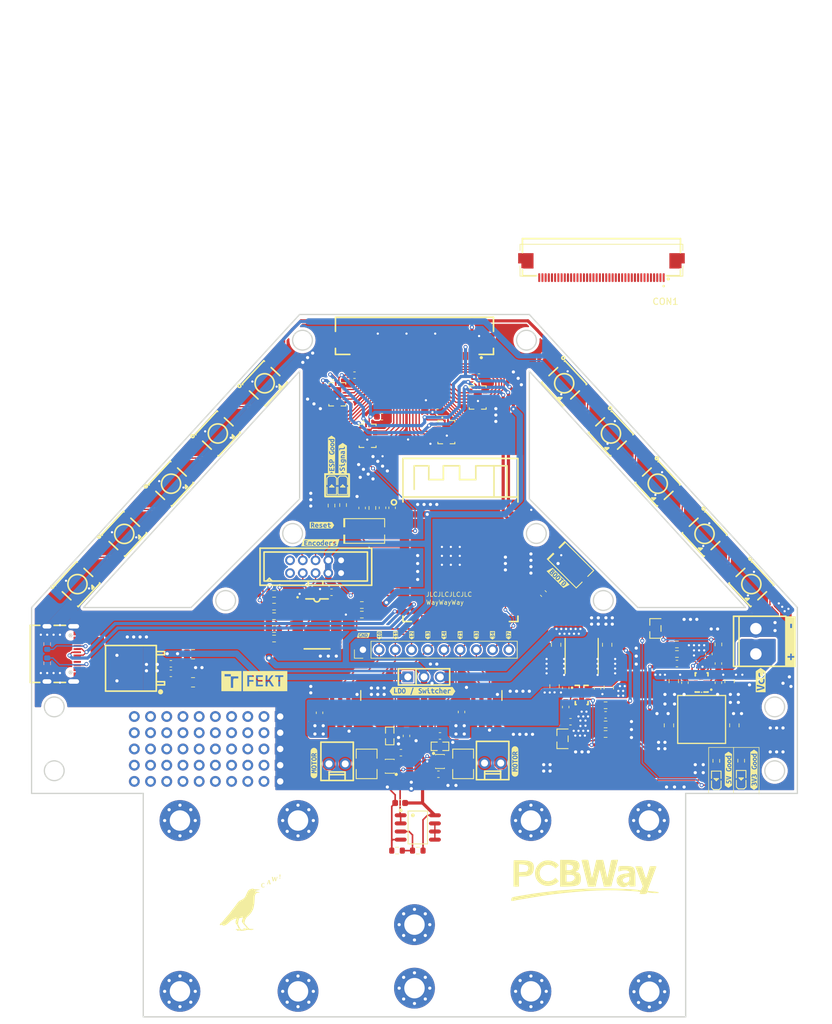
<source format=kicad_pcb>
(kicad_pcb (version 20240108) (generator "pcbnew") (generator_version "8.0")
  (layers (0 "F.Cu" signal) (31 "B.Cu" signal) (34 "B.Paste" user) (35 "F.Paste" user) (36 "B.SilkS" user "B.Silkscreen") (37 "F.SilkS" user "F.Silkscreen") (38 "B.Mask" user) (39 "F.Mask" user) (44 "Edge.Cuts" user))
  (net 0 "")
  (net 1 "USB_VBUS")
  (net 2 "GND")
  (net 3 "3V3_LDO_OUT")
  (net 4 "3V3")
  (net 5 "ESP_BOOT0")
  (net 6 "ESP_RST")
  (net 7 "Net-(IC3-VCC)")
  (net 8 "Net-(IC4-VCC)")
  (net 9 "VCC")
  (net 10 "Net-(IC3-BOOT)")
  (net 11 "BOOT_3V3")
  (net 12 "Net-(IC4-BOOT)")
  (net 13 "BOOT_5V")
  (net 14 "3V3_SWITCHING_OUT")
  (net 15 "I_SENS_1")
  (net 16 "I_SENS_2")
  (net 17 "DIR7")
  (net 18 "DIR6")
  (net 19 "DIR19")
  (net 21 "DIR17")
  (net 22 "DIR22")
  (net 23 "DIR8")
  (net 24 "DIR5")
  (net 25 "DIR1")
  (net 26 "DIR23")
  (net 27 "DIR4")
  (net 28 "DIR18")
  (net 29 "DIR20")
  (net 30 "DIR10")
  (net 31 "DIR16")
  (net 32 "DIR21")
  (net 33 "DIR14")
  (net 34 "DIR11")
  (net 35 "DIR24")
  (net 36 "+5V")
  (net 38 "DIR9")
  (net 39 "DIR13")
  (net 40 "DIR12")
  (net 41 "DIR2")
  (net 42 "DIR15")
  (net 43 "DIR3")
  (net 51 "IO12")
  (net 53 "SDA")
  (net 55 "SCL")
  (net 59 "IO36")
  (net 61 "IO34")
  (net 63 "Net-(IC3-FB)")
  (net 64 "PG_3V3")
  (net 65 "PG_5V")
  (net 66 "Net-(IC4-FB)")
  (net 67 "Net-(IC5-Q7)")
  (net 68 "Net-(IC5-DS)")
  (net 70 "CLK_Shift")
  (net 71 "LOAD_Shift")
  (net 72 "Shift_DATA")
  (net 73 "Net-(IC7-DS)")
  (net 75 "DIR26")
  (net 76 "DIR25")
  (net 77 "DIR29")
  (net 78 "DIR28")
  (net 79 "DIR30")
  (net 80 "DIR32")
  (net 81 "DIR31")
  (net 82 "DIR27")
  (net 88 "SCL_L")
  (net 89 "I2C_RST")
  (net 91 "SDA_L")
  (net 96 "SCL_R")
  (net 97 "SDA_R")
  (net 103 "Net-(IC10A-INPUT1(+))")
  (net 104 "MIDPOINT_REF")
  (net 105 "I_SENS_2_OUT")
  (net 106 "Net-(IC11-OUT)")
  (net 107 "I_SENS_2_IN")
  (net 108 "Net-(IC12-OUT)")
  (net 109 "Net-(LED1-C)")
  (net 110 "Net-(LED1-A)")
  (net 111 "Net-(LED2-A)")
  (net 112 "Net-(LED2-C)")
  (net 113 "Net-(LED3-DIN)")
  (net 115 "Net-(LED4-DIN)")
  (net 116 "Net-(LED5-DIN)")
  (net 117 "Net-(LED6-DIN)")
  (net 118 "Net-(LED7-DIN)")
  (net 119 "Net-(LED8-DIN)")
  (net 120 "Net-(LED10-DO)")
  (net 121 "Net-(LED10-DIN)")
  (net 122 "Net-(LED11-DIN)")
  (net 123 "RGB_DATA")
  (net 124 "Net-(USB1-CC2)")
  (net 125 "Net-(USB1-CC1)")
  (net 128 "USB_D-")
  (net 129 "USB_D+")
  (net 132 "I_SENS_1_OUT")
  (net 133 "I_SENS_1_IN")
  (net 136 "L_IN_1")
  (net 137 "L_IN_2")
  (net 138 "R_IN_1")
  (net 139 "R_IN_2")
  (net 140 "/Motor driver/IC_13_OUT_1")
  (net 141 "/Motor driver/IC_14_OUT")
  (net 142 "IO37")
  (net 143 "Net-(IC10B-INPUT2(+)")
  (net 144 "Led_Sig_1")
  (net 145 "Led_Sig_2")
  (net 146 "Net-(LED13-A)")
  (net 147 "Net-(LED14-A)")
  (footprint "kibuzzard-669E1FB3" (layer "F.Cu") (at 127.5 63.5)
    (property "Reference" "kibuzzard-669E1FB3" (hide yes))
    (property "Value" "G***" (hide yes))
  )
  (footprint "Capacitor_SMD:C_0603_1608Metric" (layer "F.Cu") (at 103.825 85.2 180)
    (property "Reference" "C4" (hide yes))
    (property "Value" "220nF")
  )
  (footprint "easyEDA_footprints:LED-SMD_4P-L5.0-W5.0-BL_TC5050RGB" (layer "F.Cu") (at 187.456787 64.861688 -47)
    (property "Reference" "LED11" (hide yes))
    (property "Value" "5050")
  )
  (footprint "Capacitor_SMD:C_0805_2012Metric" (layer "F.Cu") (at 191.38 87.9175 90)
    (property "Reference" "C20" (hide yes))
    (property "Value" "22uF")
  )
  (footprint "kibuzzard-669E1EFC" (layer "F.Cu") (at 141.5625 80.75 90)
    (property "Reference" "kibuzzard-669E1EFC" (hide yes))
    (property "Value" "G***" (hide yes))
  )
  (footprint "MountingHole:MountingHole_3.2mm_M3_Pad_Via" (layer "F.Cu") (at 178.75 109.75)
    (property "Reference" "REF**" (hide yes))
    (property "Value" "MountingHole_3.2mm_M3_Pad_Via")
  )
  (footprint "easyEDA_footprints:VQFN-12_L3.0-W2.0-P0.65-BL_TI_RNX" (layer "F.Cu") (at 168.2 90.225 -90)
    (property "Reference" "IC3" (hide yes))
    (property "Value" "LMR36015FBRNXT")
  )
  (footprint "Capacitor_SMD:C_0603_1608Metric" (layer "F.Cu") (at 136.99 60.775 90)
    (property "Reference" "C5" (hide yes))
    (property "Value" "1uF")
  )
  (footprint "kibuzzard-669E1EEE" (layer "F.Cu") (at 139.03125 80.75 90)
    (property "Reference" "kibuzzard-669E1EEE" (hide yes))
    (property "Value" "G***" (hide yes))
  )
  (footprint "kibuzzard-669E1F08" (layer "F.Cu") (at 144.09375 80.75 90)
    (property "Reference" "kibuzzard-669E1F08" (hide yes))
    (property "Value" "G***" (hide yes))
  )
  (footprint "easyEDA_footprints:R1210" (layer "F.Cu") (at 134.5 100.875 90)
    (property "Reference" "R22" (hide yes))
    (property "Value" "0.02Ω-1210")
  )
  (footprint "Resistor_SMD:R_0603_1608Metric" (layer "F.Cu") (at 171.95 96.2 180)
    (property "Reference" "R6" (hide yes))
    (property "Value" "100k")
  )
  (footprint "Capacitor_SMD:C_0805_2012Metric" (layer "F.Cu") (at 192.13 94.8425 90)
    (property "Reference" "C24" (hide yes))
    (property "Value" "22uF")
  )
  (footprint "Resistor_SMD:R_0603_1608Metric" (layer "F.Cu") (at 171.95 94.7)
    (property "Reference" "R9" (hide yes))
    (property "Value" "43k2")
  )
  (footprint "Resistor_SMD:R_0603_1608Metric" (layer "F.Cu") (at 183.13 82.1675 180)
    (property "Reference" "R11" (hide yes))
    (property "Value" "24k9")
  )
  (footprint "Capacitor_SMD:C_0805_2012Metric" (layer "F.Cu") (at 164.2 82.225 -90)
    (property "Reference" "C25" (hide yes))
    (property "Value" "22uF")
  )
  (footprint "MountingHole:MountingHole_3.2mm_M3_Pad_Via" (layer "F.Cu") (at 178.802944 136.552944)
    (property "Reference" "REF**" (hide yes))
    (property "Value" "MountingHole_3.2mm_M3_Pad_Via")
  )
  (footprint "Capacitor_SMD:C_0603_1608Metric" (layer "F.Cu") (at 133.8 60.8 -90)
    (property "Reference" "C8" (hide yes))
    (property "Value" "100nF")
  )
  (footprint "easyEDA_footprints:LED-SMD_4P-L5.0-W5.0-BL_TC5050RGB" (layer "F.Cu") (at 118.518734 41.275531 47)
    (property "Reference" "LED7" (hide yes))
    (property "Value" "5050")
  )
  (footprint "kibuzzard-669E1F1F" (layer "F.Cu") (at 149.15625 80.75 90)
    (property "Reference" "kibuzzard-669E1F1F" (hide yes))
    (property "Value" "G***" (hide yes))
  )
  (footprint "Capacitor_SMD:C_0603_1608Metric" (layer "F.Cu") (at 162.201992 74.201992 -45)
    (property "Reference" "C7" (hide yes))
    (property "Value" "100nF")
  )
  (footprint "kibuzzard-669E2110" (layer "F.Cu") (at 196.25 87.75 90)
    (property "Reference" "kibuzzard-669E2110" (hide yes))
    (property "Value" "G***" (hide yes))
  )
  (footprint "easyEDA_footprints:DHVQFN-16_L3.5-W2.5-P0.50-BL-EP" (layer "F.Cu") (at 151.9075 43.5 -90)
    (property "Reference" "IC8" (hide yes))
    (property "Value" "74HC165BQ,115")
  )
  (footprint "easyEDA_footprints:FPC-SMD_40P-P0.50_XDFC-0520-40P" (layer "F.Cu") (at 171.3 23.41975 180)
    (property "Reference" "CON1" (hide yes))
    (property "Value" "XDFC-0520-40P")
  )
  (footprint "Capacitor_SMD:C_0603_1608Metric" (layer "F.Cu") (at 139.875 99.125)
    (property "Reference" "C29" (hide yes))
    (property "Value" "100nF")
  )
  (footprint "Resistor_SMD:R_0603_1608Metric" (layer "F.Cu") (at 120 79.75 180)
    (property "Reference" "R18" (hide yes))
    (property "Value" "5k1")
  )
  (footprint "kibuzzard-669E1EE7" (layer "F.Cu") (at 136.5 80.75 90)
    (property "Reference" "kibuzzard-669E1EE7" (hide yes))
    (property "Value" "G***" (hide yes))
  )
  (footprint "kibuzzard-669E23C8" (layer "F.Cu") (at 129 52.5 90)
    (property "Reference" "kibuzzard-669E23C8" (hide yes))
    (property "Value" "G***" (hide yes))
  )
  (footprint "easyEDA_footprints:R1210" (layer "F.Cu") (at 149.625 100.875 -90)
    (property "Reference" "R21" (hide yes))
    (property "Value" "0.02Ω-1210")
  )
  (footprint "Capacitor_SMD:C_0805_2012Metric" (layer "F.Cu") (at 181.88 94.8425 90)
    (property "Reference" "C26" (hide yes))
    (property "Value" "22uF")
  )
  (footprint "Capacitor_SMD:C_0603_1608Metric" (layer "F.Cu") (at 145.6 45.8)
    (property "Reference" "C34" (hide yes))
    (property "Value" "220nF")
  )
  (footprint "easyEDA_footprints:LED0603-RD_GREEN" (layer "F.Cu") (at 130.7465 57.2995 -90)
    (property "Reference" "LED13" (hide yes))
    (property "Value" "~")
  )
  (footprint "Capacitor_SMD:C_0603_1608Metric" (layer "F.Cu") (at 132.6 40)
    (property "Reference" "C36" (hide yes))
    (property "Value" "220nF")
  )
  (footprint "MountingHole:MountingHole_3.2mm_M3_Pad_Via" (layer "F.Cu") (at 105.25 109.75)
    (property "Reference" "REF**" (hide yes))
    (property "Value" "MountingHole_3.2mm_M3_Pad_Via")
  )
  (footprint "Resistor_SMD:R_0603_1608Metric" (layer "F.Cu") (at 139.2675 114.46)
    (property "Reference" "R20" (hide yes))
    (property "Value" "10kΩ")
  )
  (footprint "easyEDA_footprints:SOT-23-3_L2.9-W1.4-P1.91-LS2.6-BR" (layer "F.Cu") (at 165.2 96.95)
    (property "Reference" "Q1" (hide yes))
    (property "Value" "BC817")
  )
  (footprint "Capacitor_SMD:C_0603_1608Metric" (layer "F.Cu") (at 127.125 92.875 -90)
    (property "Reference" "C38" (hide yes))
    (property "Value" "100n")
  )
  (footprint "easyEDA_footprints:SW-SMD_L6.1-W3.7-LS7.9" (layer "F.Cu") (at 134.2 64.4)
    (property "Reference" "SW2" (hide yes))
    (property "Value" "TS3625A-HT")
  )
  (footprint "easyEDA_footprints:LED-SMD_4P-L5.0-W5.0-BL_TC5050RGB" (layer "F.Cu") (at 89.192805 72.72374 47)
    (property "Reference" "LED3" (hide yes))
    (property "Value" "5050")
  )
  (footprint "Capacitor_SMD:C_0603_1608Metric" (layer "F.Cu") (at 171.95 93.2 180)
    (property "Reference" "C21" (hide yes))
    (property "Value" "20pF")
  )
  (footprint "easyEDA_footprints:SOP-8_L4.9-W3.9-P1.27-LS6.0-BL" (layer "F.Cu") (at 142.5175 110.835 -90)
    (property "Reference" "IC10" (hide yes))
    (property "Value" "LM358")
  )
  (footprint "Resistor_SMD:R_0603_1608Metric" (layer "F.Cu") (at 142.5175 114.46)
    (property "Reference" "R19" (hide yes))
    (property "Value" "10kΩ")
  )
  (footprint "Resistor_SMD:R_0603_1608Metric" (layer "F.Cu") (at 120 77.75 180)
    (property "Reference" "R16" (hide yes))
    (property "Value" "5k1")
  )
  (footprint "Connector_PinHeader_2.54mm:PinHeader_1x10_P2.54mm_Vertical" (layer "F.Cu") (at 133.92 83 90)
    (property "Reference" "J1" (hide yes))
    (property "Value" "Conn_01x10_Pin")
  )
  (footprint "easyEDA_footprints:SW-SMD_L6.1-W3.7-LS7.9" (layer "F.Cu") (at 166.5 69.75 -45)
    (property "Reference" "SW1" (hide yes))
    (property "Value" "TS3625A-HT")
  )
  (footprint "easyEDA_footprints:LED0603-RD_GREEN" (layer "F.Cu") (at 129.031 57.3035 -90)
    (property "Reference" "LED14" (hide yes))
    (property "Value" "~")
  )
  (footprint "Connector_PinHeader_2.54mm:PinHeader_1x10_P2.54mm_Vertical" (layer "F.Cu") (at 120.96 103.62 -90)
    (property "Reference" "REF**" (hide yes))
    (property "Value" "PinHeader_1x10_P2.54mm_Vertical")
  )
  (footprint "MountingHole:MountingHole_3.2mm_M3_Pad_Via" (layer "F.Cu") (at 105.25 136.5)
    (property "Reference" "REF**" (hide yes))
    (property "Value" "MountingHole_3.2mm_M3_Pad_Via")
  )
  (footprint "easyEDA_footprints:SOT-23-3_L2.9-W1.4-P1.91-LS2.6-BR" (layer "F.Cu") (at 179.755 79.6675)
    (property "Reference" "Q2" (hide yes))
    (property "Value" "BC817")
  )
  (footprint "easyEDA_footprints:DHVQFN-16_L3.5-W2.5-P0.50-BL-EP" (layer "F.Cu") (at 134.6575 49.5 -90)
    (property "Reference" "IC5" (hide yes))
    (property "Value" "74HC165BQ,115")
  )
  (footprint "easyEDA_footprints:AMPHENOL_62684-401100ALF" (layer "F.Cu") (at 171.3 21.225 180)
    (property "Reference" "CON1")
    (property "Value" "XDFC-0520-40P")
  )
  (footprint "MountingHole:MountingHole_3.2mm_M3_Pad_Via" (layer "F.Cu") (at 123.75 109.75)
    (property "Reference" "REF**" (hide yes))
    (property "Value" "MountingHole_3.2mm_M3_Pad_Via")
  )
  (footprint "Resistor_SMD:R_0603_1608Metric" (layer "F.Cu") (at 189.3 100.4 90)
    (property "Reference" "R5" (hide yes))
    (property "Value" "10K")
  )
  (footprint "Capacitor_SMD:C_0603_1608Metric" (layer "F.Cu") (at 170.7 89.05 -90)
    (property "Reference" "C17" (hide yes))
    (property "Value" "220nF")
  )
  (footprint "Resistor_SMD:R_0603_1608Metric" (layer "F.Cu") (at 120 74.25 180)
    (property "Reference" "R12" (hide yes))
    (property "Value" "10K")
  )
  (footprint "easyEDA_footprints:LED-SMD_4P-L5.0-W5.0-BL_TC5050RGB" (layer "F.Cu") (at 165.46234 41.275531 -47)
    (property "Reference" "LED8" (hide yes))
    (property "Value" "5050")
  )
  (footprint "Capacitor_SMD:C_0603_1608Metric" (layer "F.Cu") (at 165.7 88.975 90)
    (property "Reference" "C11" (hide yes))
    (property "Value" "220nF")
  )
  (footprint "kibuzzard-669E23CE" (layer "F.Cu") (at 130.75 53.099 90)
    (property "Reference" "kibuzzard-669E23CE" (hide yes))
    (property "Value" "G***" (hide yes))
  )
  (footprint "Resistor_SMD:R_0603_1608Metric" (layer "F.Cu") (at 189.63 82.1675 -90)
    (property "Reference" "R7" (hide yes))
    (property "Value" "100k")
  )
  (footprint "kibuzzard-669E1F2D" (layer "F.Cu") (at 154.21875 80.75 90)
    (property "Reference" "kibuzzard-669E1F2D" (hide yes))
    (property "Value" "G***" (hide yes))
  )
  (footprint "Resistor_SMD:R_0603_1608Metric" (layer "F.Cu") (at 135.4 60.8 -90)
    (property "Reference" "R3" (hide yes))
    (property "Value" "10K")
  )
  (footprint "Resistor_SMD:R_0603_1608Metric" (layer "F.Cu") (at 129 60.424 -90)
    (property "Reference" "R26" (hide yes))
    (property "Value" "1K")
  )
  (footprint "easyEDA_footprints:WIRELM-SMD_ESP32-S3-WROOM-1" (layer "F.Cu") (at 149.19625 69.4385)
    (property "Reference" "IC2" (hide yes))
    (property "Value" "2.4GHz")
  )
  (footprint "Resistor_SMD:R_0603_1608Metric" (layer "F.Cu") (at 133.75 76)
    (property "Reference" "R14" (hide yes))
    (property "Value" "5k1")
  )
  (footprint "Capacitor_SMD:C_0805_2012Metric" (layer "F.Cu") (at 182.63 87.9175 -90)
    (property "Reference" "C15" (hide yes))
    (property "Value" "22uF")
  )
  (footprint "easyEDA_footprints:CONN-TH_2P-P2.54_HCTL_HC-2510-2A" (layer "F.Cu") (at 129.875 100.875 180)
    (property "Reference" "CN1" (hide yes))
    (property "Value" "HC-2510-2A")
  )
  (footprint "easyEDA_footprints:IDC-TH_10P-P2.00_C9900022934" (layer "F.Cu") (at 126.5005 69.9995)
    (property "Reference" "U2" (hide yes))
    (property "Value" "DIP_2*5PIN_80MIL")
  )
  (footprint "Resistor_SMD:R_0603_1608Metric" (layer "F.Cu") (at 120 81.25 180)
    (property "Reference" "R15" (hide yes))
    (property "Value" "5k1")
  )
  (footprint "Resistor_SMD:R_0603_1608Metric" (layer "F.Cu") (at 193.2 100.375 90)
    (property "Reference" "R4" (hide yes))
    (property "Value" "10K")
  )
  (footprint "Connector_PinHeader_2.54mm:PinHeader_1x10_P2.54mm_Vertical" (layer "F.Cu") (at 120.96 101.08 -90)
    (property "Reference" "REF**" (hide yes))
    (property "Value" "PinHeader_1x10_P2.54mm_Vertical")
  )
  (footprint "easyEDA_footprints:VQFN-12_L3.0-W2.0-P0.65-BL_TI_RNX" (layer "F.Cu") (at 187 87.9875 90)
    (property "Reference" "IC4" (hide yes))
    (property "Value" "LMR36015FBRNXT")
  )
  (footprint "MountingHole:MountingHole_3.2mm_M3_Pad_Via" (layer "F.Cu") (at 142 136)
    (property "Reference" "REF**" (hide yes))
    (property "Value" "MountingHole_3.2mm_M3_Pad_Via")
  )
  (footprint "easyEDA_footprints:TO-252-3_L6.6-W6.1-P4.56-LS9.9-TL" (layer "F.Cu") (at 100.6855 85.910998 180)
    (property "Reference" "IC1" (hide yes))
    (property "Value" "LF33CDT-TRY")
  )
  (footprint "Capacitor_SMD:C_0603_1608Metric" (layer "F.Cu") (at 188.13 83.6675 90)
    (property "Reference" "C10" (hide yes))
    (property "Value" "1uF")
  )
  (footprint "Capacitor_SMD:C_0603_1608Metric" (layer "F.Cu") (at 129 74 180)
    (property "Reference" "C27" (hide yes))
    (property "Value" "100nF")
  )
  (footprint "kibuzzard-669E2194" (layer "F.Cu") (at 201 81.75 90)
    (property "Reference" "kibuzzard-669E2194" (hide yes))
    (property "Value" "G***" (hide yes))
  )
  (footprint "easyEDA_footprints:LED-SMD_4P-L5.0-W5.0-BL_TC5050RGB" (layer "F.Cu") (at 96.524287 64.861688 47)
    (property "Reference" "LED4" (hide yes))
    (property "Value" "5050")
  )
  (footprint "easyEDA_footprints:FPC-SMD_40P-P0.50_XDFC-0520-40P" (layer "F.Cu") (at 142 35.7375 180)
    (property "Reference" "CON1" (hide yes))
    (property "Value" "XDFC-0520-40P")
  )
  (footprint "kibuzzard-669E1F0E" (layer "F.Cu") (at 146.625 80.75 90)
    (property "Reference" "kibuzzard-669E1F0E" (hide yes))
    (property "Value" "G***" (hide yes))
  )
  (footprint "Capacitor_SMD:C_0603_1608Metric" (layer "F.Cu") (at 138.5 60.775 90)
    (property "Reference" "C6" (hide yes))
    (property "Value" "1uF")
  )
  (footprint "easyEDA_footprints:XAL7030103MEC" (layer "F.Cu") (at 187 93.9175 -90)
    (property "Reference" "L2" (hide yes))
    (property "Value" "10uH")
  )
  (footprint "kibuzzard-669E1D82" (layer "F.Cu") (at 126.25 100.75 90)
    (property "Reference" "kibuzzard-669E1D82" (hide yes))
    (property "Value" "G***" (hide yes))
  )
  (footprint "Capacitor_SMD:C_0603_1608Metric" (layer "F.Cu") (at 184.38 88.1675 90)
    (property "Reference" "C19" (hide yes))
    (property "Value" "220nF")
  )
  (footprint "easyEDA_footprints:R0603" (layer "F.Cu") (at 146 98.125 180)
    (property "Reference" "R24" (hide yes))
    (property "Value" "1k")
  )
  (footprint "kibuzzard-669E206F" (layer "F.Cu") (at 164.5 71.75 -45)
    (property "Reference" "kibuzzard-669E206F" (hide yes))
    (property "Value" "G***" (hide yes))
  )
  (footprint "kibuzzard-669BBA84" (layer "F.Cu") (at 143.25 89.5)
    (property "Reference" "kibuzzard-669BBA84" (hide yes))
    (property "Value" "G***" (hide yes))
  )
  (footprint "easyEDA_footprints:SOT-363_L2.0-W1.3-P0.65-LS2.1-BR" (layer "F.Cu") (at 138.125 101.25)
    (property "Reference" "IC11" (hide yes))
    (property "Value" "INA199A3DCKR")
  )
  (footprint "easyEDA_footprints:DHVQFN-16_L3.5-W2.5-P0.50-BL-EP" (layer "F.Cu") (at 129.9075 43 -90)
    (property "Reference" "IC6" (hide yes))
    (property "Value" "74HC165BQ,115")
  )
  (footprint "easyEDA_footprints:INDPM5552X200N" (layer "F.Cu") (at 168.2 83.975 90)
    (property "Reference" "L1" (hide yes))
    (property "Value" "6.8uH")
  )
  (footprint "kibuzzard-669AC481" (layer "F.Cu") (at 195.2 101.8 90)
    (property "Reference" "kibuzzard-669AC481" (hide yes))
    (property "Value" "G***" (hide yes))
  )
  (footprint "easyEDA_footprints:SOT-363_L2.0-W1.3-P0.65-LS2.1-BR" (layer "F.Cu") (at 146 100.5 180)
    (property "Reference" "IC12" (hide yes))
    (property "Value" "INA199A3DCKR")
  )
  (footprint "easyEDA_footprints:HDR-TH_3P-P2.54-V-M" (layer "F.Cu") (at 143.5 87.25)
    (property "Reference" "H1" (hide yes))
    (property "Value" "~")
  )
  (footprint "Capacitor_SMD:C_0603_1608Metric" (layer "F.Cu") (at 189.63 85.1675 -90)
    (property "Reference" "C16" (hide yes))
    (property "Value" "100nF")
  )
  (footprint "Resistor_SMD:R_0603_1608Metric" (layer "F.Cu") (at 133.75 77.5)
    (property "Reference" "R13" (hide yes))
    (property "Value" "5k1")
  )
  (footprint "easyEDA_footprints:DHVQFN-16_L3.5-W2.5-P0.50-BL-EP" (layer "F.Cu") (at 147 48.923 -90)
    (property "Reference" "IC7" (hide yes))
    (property "Value" "74HC165BQ,115")
  )
  (footprint "MountingHole:MountingHole_3.2mm_M3_Pad_Via" (layer "F.Cu") (at 160.25 109.75)
    (property "Reference" "REF**" (hide yes))
    (property "Value" "MountingHole_3.2mm_M3_Pad_Via")
  )
  (footprint "Capacitor_SMD:C_0805_2012Metric" (layer "F.Cu") (at 172.45 88.9 -90)
    (property "Reference" "C18" (hide yes))
    (property "Value" "22uF")
  )
  (footprint "kibuzzard-669E2084" (layer "F.Cu") (at 127.25 66.25)
    (property "Reference" "kibuzzard-669E2084" (hide yes))
    (property "Value" "G***" (hide yes))
  )
  (footprint "Capacitor_SMD:C_0603_1608Metric" (layer "F.Cu") (at 183.13 85.1675)
    (property "Reference" "C22" (hide yes))
    (property "Value" "20pF")
  )
  (footprint "Resistor_SMD:R_0603_1608Metric" (layer "F.Cu") (at 130.813 60.345 -90)
    (property "Reference" "R25" (hide yes))
    (property "Value" "1K")
  )
  (footprint "easyEDA_footprints:LED-SMD_4P-L5.0-W5.0-BL_TC5050RGB" (layer "F.Cu") (at 172.793823 49.137583 -47)
    (property "Reference" "LED9" (hide yes))
    (property "Value" "5050")
  )
  (footprint "easyEDA_footprints:TYPE-C-SMD_SBC-160S1A-20-S412" (layer "F.Cu") (at 86.78225 83.652499 -90)
    (property "Reference" "USB1" (hide yes))
    (property "Value" "USB4105-GF-A")
    (fp_poly (pts (xy -2.565 -1.327) (xy -2.5846 -1.438157) (xy -2.641036 -1.535906) (xy -2.7275 -1.608458) (xy -2.833564 -1.647063) (xy -2.946436 -1.647063) (xy -3.0525 -1.608458) (xy -3.138964 -1.535906) (xy -3.1954 -1.438157) (xy -3.215 -1.327) (xy -3.1954 -1.215843) (xy -3.138964 -1.118094) (xy -3.0525 -1.045542) (xy -2.946436 -1.006937) (xy -2.833564 -1.006937) (xy -2.7275 -1.045542) (xy -2.641036 -1.118094) (xy -2.5846 -1.215843)) (fill solid) (layer "Edge.Cuts"))
    (fp_poly (pts (xy 3.215 -1.327) (xy 3.1954 -1.438157) (xy 3.138964 -1.535906) (xy 3.0525 -1.608458) (xy 2.946436 -1.647063) (xy 2.833564 -1.647063) (xy 2.7275 -1.608458) (xy 2.641036 -1.535906) (xy 2.5846 -1.438157) (xy 2.565 -1.327) (xy 2.5846 -1.215843) (xy 2.641036 -1.118094) (xy 2.7275 -1.045542) (xy 2.833564 -1.006937) (xy 2.946436 -1.006937) (xy 3.0525 -1.045542) (xy 3.138964 -1.118094) (xy 3.1954 -1.215843)) (fill solid) (layer "Edge.Cuts"))
  )
  (footprint "easyEDA_footprints:LED-SMD_4P-L5.0-W5.0-BL_TC5050RGB" (layer "F.Cu") (at 194.78827 72.72374 -47)
    (property "Reference" "LED12" (hide yes))
    (property "Value" "5050")
  )
  (footprint "Capacitor_SMD:C_0603_1608Metric" (layer "F.Cu") (at 103.825 86.7 180)
    (property "Reference" "C2" (hide yes))
    (property "Value" "220nF")
  )
  (footprint "Capacitor_SMD:C_0603_1608Metric" (layer "F.Cu") (at 166.45 94.275)
    (property "Reference" "C9" (hide yes))
    (property "Value" "1uF")
  )
  (footprint "easyEDA_footprints:LED0603-RD_GREEN" (layer "F.Cu") (at 189.3 103.4 90)
    (property "Reference" "LED2" (hide yes))
    (property "Value" "~")
  )
  (footprint "MountingHole:MountingHole_3.2mm_M3_Pad_Via" (layer "F.Cu") (at 142 126.052944)
    (property "Reference" "REF**" (hide yes))
    (property "Value" "MountingHole_3.2mm_M3_Pad_Via")
  )
  (footprint "easyEDA_footprints:CONN-TH_2P-P3.96_HC-VH-2A-TW" (layer "F.Cu") (at 195.5 81.68 90)
    (property "Reference" "U1" (hide yes))
    (property "Value" "HC-VH-2A-TW")
  )
  (footprint "Capacitor_SMD:C_0805_2012Metric" (layer "F.Cu") (at 172.2 82.225 -90)
    (property "Reference" "C23" (hide yes))
    (property "Value" "22uF")
  )
  (footprint "easyEDA_footprints:LED-SMD_4P-L5.0-W5.0-BL_TC5050RGB" (layer "F.Cu") (at 111.187252 49.137583 47)
    (property "Reference" "LED6" (hide yes))
    (property "Value" "5050")
  )
  (footprint "M4JCI:Crow" (layer "F.Cu") (at 116.25 122.75)
    (property "Reference" "G***" (hide yes))
    (property "Value" "LOGO" (hide yes))
  )
  (footprint "Connector_PinHeader_2.54mm:PinHeader_1x10_P2.54mm_Vertical" (layer "F.Cu") (at 120.96 98.54 -90)
    (property "Reference" "REF**" (hide yes))
    (property "Value" "PinHeader_1x10_P2.54mm_Vertical")
  )
  (footprint "Resistor_SMD:R_0603_1608Metric" (layer "F.Cu") (at 171.95 91.7)
    (property "Reference" "R8" (hide yes))
    (property "Value" "100k")
  )
  (footprint "M4JCI:SOIC127P600X170-9N" (layer "F.Cu") (at 153.125 92.875 -90)
    (property "Reference" "IC14" (hide yes))
    (property "Value" "DRV8872DDAR" (hide yes))
  )
  (footprint "Capacitor_SMD:C_0603_1608Metric" (layer "F.Cu") (at 146 96.5 180)
    (property "Reference" "C32" (hide yes))
    (property "Value" "100nF")
  )
  (footprint "Capacitor_SMD:C_0805_2012Metric" (layer "F.Cu") (at 163.95 88.725 90)
    (property "Reference" "C12" (hide yes))
    (property "Value" "22uF")
  )
  (footprint "Capacitor_SMD:C_0603_1608Metric" (layer "F.Cu") (at 165.7 91.975 90)
    (property "Reference" "C13" (hide yes))
    (property "Value" "100nF")
  )
  (footprint "Resistor_SMD:R_0603_1608Metric" (layer "F.Cu") (at 183.13 83.6675 180)
    (property "Reference" "R10" (hide yes))
    (property "Value" "100k")
  )
  (footprint "Connector_PinHeader_2.54mm:PinHeader_1x10_P2.54mm_Vertical" (layer "F.Cu") (at 120.96 96 -90)
    (property "Reference" "REF**" (hide yes))
    (property "Value" "PinHeader_1x10_P2.54mm_Vertical")
  )
  (footprint "Capacitor_SMD:C_0603_1608Metric" (layer "F.Cu") (at 145.75 102.5)
    (property "Reference" "C30" (hide yes))
    (property "Value" "100nF")
  )
  (footprint "Resistor_SMD:R_0603_1608Metric" (layer "F.Cu") (at 120 76.25 180)
    (property "Reference" "R17" (hide yes))
    (property "Value" "5k1")
  )
  (footprint "Capacitor_SMD:C_0805_2012Metric" (layer "F.Cu") (at 107.3 88.1)
    (property "Reference" "C1" (hide yes))
    (property "Value" "22uF")
  )
  (footprint "easyEDA_footprints:LED0603-RD_GREEN" (layer "F.Cu") (at 193.2 103.3 90)
    (property "Reference" "LED1" (hide yes))
    (property "Value" "~")
  )
  (footprint "kibuzzard-669E1D82" (layer "F.Cu") (at 157.75 100.5 90)
    (property "Reference" "kibuzzard-669E1D82" (hide yes))
    (property "Value" "G***" (hide yes))
  )
  (footprint "easyEDA_footprints:R0603" (layer "F.Cu") (at 138.125 96.5 90)
    (property "Reference" "R23" (hide yes))
    (property "Value" "1k")
  )
  (footprint "easyEDA_footprints:LED-SMD_4P-L5.0-W5.0-BL_TC5050RGB" (layer "F.Cu") (at 103.85577 56.999635 47)
    (property "Reference" "LED5" (hide yes))
    (property "Value" "5050")
  )
  (footprint "Capacitor_SMD:C_0603_1608Metric" (layer "F.Cu") (at 152.1 40.3)
    (property "Reference" "C33" (hide yes))
    (property "Value" "220nF")
  )
  (footprint "Capacitor_SMD:C_0603_1608Metric" (layer "F.Cu") (at 139.75 107 180)
    (property "Reference" "C28" (hide yes))
    (property "Value" "100nF")
  )
  (footprint "Capacitor_SMD:C_0805_2012Metric" (layer "F.Cu") (at 107.3 83.7)
    (property "Reference" "C3" (hide yes))
    (property "Value" "22uF")
  )
  (footprint "Capacitor_SMD:C_0603_1608Metric" (layer "F.Cu") (at 189.63 88.1675 -90)
    (property "Reference" "C14" (hide yes))
    (property "Value" "220nF")
  )
  (footprint "Capacitor_SMD:C_0603_1608Metric" (layer "F.Cu") (at 136.9 46.5)
    (property "Reference" "C35" (hide yes))
    (property "Value" "220nF")
  )
  (footprint "MountingHole:MountingHole_3.2mm_M3_Pad_Via" (layer "F.Cu") (at 160.25 136.5)
    (property "Reference" "REF**" (hide yes))
    (property "Value" "MountingHole_3.2mm_M3_Pad_Via")
  )
  (footprint "kibuzzard-669E1F24" (layer "F.Cu") (at 151.6875 80.75 90)
    (property "Reference" "kibuzzard-669E1F24" (hide yes))
    (property "Value" "G***" (hide yes))
  )
  (footprint "kibuzzard-669AC45D" (layer "F.Cu") (at 191.2 101.8 90)
    (property "Reference" "kibuzzard-669AC45D" (hide yes))
    (property "Value" "G***" (hide yes))
  )
  (footprint "easyEDA_footprints:CONN-TH_2P-P2.54_HCTL_HC-2510-2A" (layer "F.Cu") (at 154.25 100.75 180)
    (property "Reference" "CN2" (hide yes))
    (property "Value" "HC-2510-2A")
  )
  (footprint "MountingHole:MountingHole_3.2mm_M3_Pad_Via" (layer "F.Cu") (at 123.75 136.5)
    (property "Reference" "REF**" (hide yes))
    (property "Value" "MountingHole_3.2mm_M3_Pad_Via")
  )
  (footprint "easyEDA_footprints:LED-SMD_4P-L5.0-W5.0-BL_TC5050RGB" (layer "F.Cu") (at 180.125305 56.999635 -47)
    (property "Reference" "LED10" (hide yes))
    (property "Value" "5050")
  )
  (footprint "Connector_PinHeader_2.54mm:PinHeader_1x10_P2.54mm_Vertical" (layer "F.Cu") (at 120.96 93.46 -90)
    (property "Reference" "REF**" (hide yes))
    (property "Value" "PinHeader_1x10_P2.54mm_Vertical")
  )
  (footprint "kibuzzard-669E1F50" (layer "F.Cu") (at 134 80.75)
    (property "Reference" "kibuzzard-669E1F50" (hide yes))
    (property "Value" "G***" (hide yes))
  )
  (footprint "Capacitor_SMD:C_0603_1608Metric" (layer "F.Cu") (at 149.375 92.75 -90)
    (property "Reference" "C37" (hide yes))
    (property "Value" "100n")
  )
  (footprint "easyEDA_footprints:TSSOP-24_L7.8-W4.4-P0.65-LS6.4-BL" (layer "F.Cu") (at 126.73 78.925 -90)
    (property "Reference" "IC9" (hide yes))
    (property "Value" "PCA9548APWR")
  )
  (footprint "M4JCI:SOIC127P600X170-9N" (layer "F.Cu") (at 131 92.875 -90)
    (property "Reference" "IC13" (hide yes))
    (property "Value" "DRV8872DDAR" (hide yes))
  )
  (footprint "kibuzzard-669E1F34" (layer "F.Cu") (at 156.75 80.75 90)
    (property "Reference" "kibuzzard-669E1F34" (hide yes))
    (property "Value" "G***" (hide yes))
  )
  (footprint "Capacitor_SMD:C_0603_1608Metric" (layer "F.Cu") (at 140.75 96.5 90)
    (property "Reference" "C31" (hide yes))
    (property "Value" "100nF")
  )
  (footprint "Resistor_SMD:R_0603_1608Metric" (layer "B.Cu") (at 84.4465 85.112499 90)
    (property "Reference" "R1" (hide yes))
    (property "Value" "5k1")
  )
  (footprint "Resistor_SMD:R_0603_1608Metric" (layer "B.Cu") (at 84.4465 82.112499 -90)
    (property "Reference" "R2" (hide yes))
    (property "Value" "5k1")
  )
  (gr_line (start 134.9 48.7075) (end 135.5 48.2075) (stroke (width 0.16)) (layer "F.Cu") (net 2))
  (gr_poly (pts (xy 175.179937 116.871378) (xy 175.412084 116.877654) (xy 175.617742 116.889204) (xy 175.798525 116.908213) (xy 175.956048 116.936862) (xy 176.026591 116.955484) (xy 176.091924 116.977335) (xy 176.152249 117.002688) (xy 176.207768 117.031814) (xy 176.258683 117.064989) (xy 176.305195 117.102483) (xy 176.347507 117.14457) (xy 176.385819 117.191524) (xy 176.420334 117.243615) (xy 176.451254 117.301119) (xy 176.478781 117.364307) (xy 176.503115 117.433452) (xy 176.52446 117.508827) (xy 176.543016 117.590705) (xy 176.572571 117.775062) (xy 176.593395 117.988705) (xy 176.607102 118.233817) (xy 176.615307 118.51258) (xy 176.619623 118.827178) (xy 176.631265 120.061195) (xy 176.157836 120.084478) (xy 176.080896 120.087727) (xy 176.01271 120.090102) (xy 175.952754 120.091453) (xy 175.900507 120.091633) (xy 175.87711 120.091237) (xy 175.855445 120.090494) (xy 175.835445 120.089384) (xy 175.817045 120.087888) (xy 175.800179 120.08599) (xy 175.784784 120.083669) (xy 175.770792 120.080907) (xy 175.758139 120.077687) (xy 175.746759 120.073989) (xy 175.736587 120.069795) (xy 175.727558 120.065087) (xy 175.719606 120.059845) (xy 175.712666 120.054053) (xy 175.706672 120.04769) (xy 175.70156 120.040739) (xy 175.697263 120.033182) (xy 175.693716 120.024999) (xy 175.690854 120.016172) (xy 175.688612 120.006683) (xy 175.686924 119.996514) (xy 175.685725 119.985645) (xy 175.68495 119.974058) (xy 175.684408 119.948658) (xy 175.683991 119.913872) (xy 175.682529 119.883735) (xy 175.679702 119.858259) (xy 175.677677 119.847273) (xy 175.675192 119.837456) (xy 175.672207 119.82881) (xy 175.668681 119.821337) (xy 175.664576 119.815038) (xy 175.659852 119.809913) (xy 175.654468 119.805966) (xy 175.648385 119.803196) (xy 175.641562 119.801606) (xy 175.633961 119.801197) (xy 175.625542 119.801971) (xy 175.616264 119.803928) (xy 175.606088 119.80707) (xy 175.594974 119.811399) (xy 175.582882 119.816916) (xy 175.569773 119.823622) (xy 175.540343 119.840609) (xy 175.506365 119.862371) (xy 175.467522 119.888919) (xy 175.423494 119.920265) (xy 175.373964 119.95642) (xy 175.3026 120.005193) (xy 175.229836 120.047558) (xy 175.155932 120.083656) (xy 175.081149 120.113628) (xy 175.005746 120.137614) (xy 174.929983 120.155755) (xy 174.854121 120.168191) (xy 174.77842 120.175065) (xy 174.703139 120.176515) (xy 174.628539 120.172683) (xy 174.55488 120.163709) (xy 174.482421 120.149735) (xy 174.411424 120.1309) (xy 174.342147 120.107346) (xy 174.274852 120.079213) (xy 174.209797 120.046642) (xy 174.147244 120.009774) (xy 174.087452 119.968749) (xy 174.030681 119.923708) (xy 173.977191 119.874791) (xy 173.927243 119.82214) (xy 173.881096 119.765895) (xy 173.839011 119.706197) (xy 173.801248 119.643186) (xy 173.768066 119.577003) (xy 173.739725 119.507789) (xy 173.716487 119.435684) (xy 173.69861 119.36083) (xy 173.686356 119.283366) (xy 173.679983 119.203434) (xy 173.679752 119.121175) (xy 173.679813 119.120342) (xy 174.626472 119.120342) (xy 174.630162 119.152405) (xy 174.6378 119.184861) (xy 174.649422 119.217676) (xy 174.665066 119.250818) (xy 174.684769 119.284252) (xy 174.708567 119.317946) (xy 174.736498 119.351866) (xy 174.768598 119.385978) (xy 174.799222 119.413959) (xy 174.831322 119.438296) (xy 174.864738 119.459073) (xy 174.899309 119.476375) (xy 174.934875 119.490286) (xy 174.971275 119.500891) (xy 175.008349 119.508274) (xy 175.045936 119.51252) (xy 175.083876 119.513714) (xy 175.122007 119.51194) (xy 175.160169 119.507282) (xy 175.198202 119.499825) (xy 175.235946 119.489654) (xy 175.273238 119.476854) (xy 175.30992 119.461508) (xy 175.34583 119.443701) (xy 175.380808 119.423519) (xy 175.414693 119.401044) (xy 175.447324 119.376363) (xy 175.478542 119.34956) (xy 175.508185 119.320718) (xy 175.536093 119.289924) (xy 175.562105 119.25726) (xy 175.58606 119.222813) (xy 175.607799 119.186665) (xy 175.627161 119.148903) (xy 175.643984 119.10961) (xy 175.658108 119.068871) (xy 175.669374 119.026771) (xy 175.677619 118.983394) (xy 175.682684 118.938825) (xy 175.684408 118.893147) (xy 175.684095 118.857978) (xy 175.68318 118.823889) (xy 175.681697 118.79105) (xy 175.679679 118.759632) (xy 175.677161 118.729806) (xy 175.674177 118.701742) (xy 175.67076 118.675611) (xy 175.666946 118.651583) (xy 175.662768 118.629828) (xy 175.658261 118.610519) (xy 175.653457 118.593823) (xy 175.650955 118.58651) (xy 175.648393 118.579914) (xy 175.645773 118.574057) (xy 175.6431 118.56896) (xy 175.64038 118.564645) (xy 175.637615 118.561132) (xy 175.63481 118.558444) (xy 175.63197 118.556602) (xy 175.629099 118.555626) (xy 175.626201 118.555539) (xy 175.546227 118.568153) (xy 175.469315 118.581961) (xy 175.3955 118.59693) (xy 175.324821 118.613027) (xy 175.257313 118.630218) (xy 175.193015 118.648471) (xy 175.131962 118.66775) (xy 175.074192 118.688024) (xy 175.019741 118.709258) (xy 174.968647 118.731419) (xy 174.920947 118.754475) (xy 174.876677 118.77839) (xy 174.835875 118.803133) (xy 174.798577 118.82867) (xy 174.764821 118.854967) (xy 174.734643 118.881991) (xy 174.70808 118.909708) (xy 174.68517 118.938085) (xy 174.665948 118.96709) (xy 174.650453 118.996687) (xy 174.638721 119.026844) (xy 174.630789 119.057528) (xy 174.626694 119.088705) (xy 174.626472 119.120342) (xy 173.679813 119.120342) (xy 173.685923 119.036728) (xy 173.703507 118.929477) (xy 173.730186 118.828838) (xy 173.766141 118.73469) (xy 173.787655 118.690013) (xy 173.811556 118.646914) (xy 173.837867 118.605378) (xy 173.866611 118.565391) (xy 173.897811 118.526937) (xy 173.931489 118.490002) (xy 174.006372 118.420626) (xy 174.091441 118.357146) (xy 174.186878 118.29944) (xy 174.292866 118.247391) (xy 174.409586 118.200878) (xy 174.537219 118.159783) (xy 174.675949 118.123985) (xy 174.825957 118.093366) (xy 174.987424 118.067806) (xy 175.160533 118.047186) (xy 175.261276 118.035666) (xy 175.307549 118.029434) (xy 175.351105 118.022872) (xy 175.391955 118.015969) (xy 175.430111 118.008714) (xy 175.465584 118.001095) (xy 175.498384 117.993101) (xy 175.528525 117.98472) (xy 175.556017 117.975942) (xy 175.580871 117.966754) (xy 175.603099 117.957145) (xy 175.622712 117.947105) (xy 175.639722 117.936621) (xy 175.654139 117.925682) (xy 175.665976 117.914277) (xy 175.675244 117.902395) (xy 175.681953 117.890024) (xy 175.686116 117.877152) (xy 175.687744 117.863769) (xy 175.686847 117.849863) (xy 175.683439 117.835423) (xy 175.677529 117.820437) (xy 175.669129 117.804894) (xy 175.658251 117.788782) (xy 175.644906 117.772091) (xy 175.629105 117.754809) (xy 175.61086 117.736924) (xy 175.590182 117.718425) (xy 175.567083 117.6993) (xy 175.541573 117.67954) (xy 175.513664 117.659131) (xy 175.468817 117.632482) (xy 175.416279 117.60929) (xy 175.356817 117.589553) (xy 175.291199 117.573273) (xy 175.220193 117.560449) (xy 175.144564 117.551081) (xy 175.065082 117.54517) (xy 174.982513 117.542714) (xy 174.897625 117.543714) (xy 174.811185 117.548171) (xy 174.723961 117.556084) (xy 174.636719 117.567452) (xy 174.550228 117.582277) (xy 174.465255 117.600558) (xy 174.382567 117.622296) (xy 174.302931 117.647489) (xy 174.177806 117.691888) (xy 174.127564 117.708386) (xy 174.084832 117.720371) (xy 174.066117 117.724503) (xy 174.04908 117.727307) (xy 174.033657 117.728716) (xy 174.01978 117.728662) (xy 174.007384 117.727079) (xy 173.996403 117.723901) (xy 173.98677 117.719059) (xy 173.97842 117.712488) (xy 173.971287 117.704121) (xy 173.965303 117.693891) (xy 173.960404 117.681731) (xy 173.956524 117.667574) (xy 173.953595 117.651354) (xy 173.951553 117.633003) (xy 173.949861 117.589644) (xy 173.950921 117.536963) (xy 173.954204 117.474425) (xy 173.965322 117.317642) (xy 173.969728 117.254995) (xy 173.974372 117.199186) (xy 173.979494 117.149778) (xy 173.985332 117.106333) (xy 173.988594 117.08671) (xy 173.992125 117.068414) (xy 173.995954 117.051389) (xy 174.000111 117.035581) (xy 174.004627 117.020936) (xy 174.00953 117.007399) (xy 174.014852 116.994915) (xy 174.020621 116.983429) (xy 174.026867 116.972886) (xy 174.033621 116.963233) (xy 174.040912 116.954414) (xy 174.04877 116.946374) (xy 174.057225 116.939059) (xy 174.066306 116.932414) (xy 174.076044 116.926384) (xy 174.086469 116.920916) (xy 174.09761 116.915952) (xy 174.109496 116.911441) (xy 174.122159 116.907325) (xy 174.135628 116.903552) (xy 174.149932 116.900065) (xy 174.165101 116.896811) (xy 174.198156 116.890781) (xy 174.255144 116.884058) (xy 174.339008 116.878472) (xy 174.445701 116.874069) (xy 174.571174 116.870893) (xy 174.862277 116.868407)) (stroke (width -0.000001)) (fill solid) (layer "F.SilkS"))
  (gr_line (start 192 98.3) (end 192 105.5) (stroke (width 0.1)) (layer "F.SilkS"))
  (gr_poly (pts (xy 179.747221 116.891106) (xy 179.774039 116.893095) (xy 179.797997 116.896043) (xy 179.819178 116.900035) (xy 179.837668 116.905155) (xy 179.853551 116.911488) (xy 179.866911 116.919118) (xy 179.877834 116.928131) (xy 179.886403 116.93861) (xy 179.892703 116.95064) (xy 179.896819 116.964306) (xy 179.898836 116.979692) (xy 179.898837 116.996883) (xy 179.896908 117.015964) (xy 179.893132 117.037018) (xy 179.887595 117.06013) (xy 179.871576 117.112869) (xy 179.849525 117.174857) (xy 179.790035 117.329283) (xy 179.688051 117.592555) (xy 179.53004 118.012261) (xy 179.130342 119.091056) (xy 178.756355 120.097575) (xy 178.62666 120.441671) (xy 178.559902 120.612234) (xy 178.54869 120.640339) (xy 178.540241 120.665182) (xy 178.535225 120.687046) (xy 178.534314 120.706216) (xy 178.535607 120.714879) (xy 178.538177 120.722975) (xy 178.542109 120.73054) (xy 178.547486 120.737609) (xy 178.554392 120.744217) (xy 178.562912 120.750401) (xy 178.585124 120.761635) (xy 178.614795 120.771596) (xy 178.652594 120.780568) (xy 178.699193 120.788835) (xy 178.755262 120.796681) (xy 178.898494 120.812249) (xy 179.087656 120.829545) (xy 179.279789 120.845761) (xy 179.452185 120.861051) (xy 179.605664 120.87558) (xy 179.741044 120.889511) (xy 179.859144 120.903011) (xy 179.911969 120.90965) (xy 179.960781 120.916243) (xy 180.005682 120.922811) (xy 180.046775 120.929373) (xy 180.084161 120.935951) (xy 180.117944 120.942566) (xy 180.148225 120.949237) (xy 180.175106 120.955986) (xy 180.198691 120.962832) (xy 180.219081 120.969798) (xy 180.236379 120.976903) (xy 180.250686 120.984167) (xy 180.256751 120.987866) (xy 180.262106 120.991612) (xy 180.266765 120.995409) (xy 180.270741 120.999258) (xy 180.274046 121.003163) (xy 180.276693 121.007126) (xy 180.278694 121.01115) (xy 180.280063 121.015236) (xy 180.280813 121.019389) (xy 180.280956 121.023609) (xy 180.280505 121.027901) (xy 180.279472 121.032266) (xy 180.277871 121.036707) (xy 180.275715 121.041226) (xy 180.269786 121.050512) (xy 180.261788 121.060142) (xy 180.251823 121.070139) (xy 180.23934 121.078441) (xy 180.22103 121.085894) (xy 180.168278 121.098318) (xy 180.096256 121.107537) (xy 180.007652 121.113674) (xy 179.791455 121.117206) (xy 179.541197 121.109915) (xy 179.278388 121.092801) (xy 179.024538 121.066865) (xy 178.907694 121.050901) (xy 178.801155 121.033107) (xy 178.707612 121.013608) (xy 178.629751 120.992528) (xy 178.621066 120.989822) (xy 178.612472 120.987525) (xy 178.603973 120.985635) (xy 178.595569 120.984153) (xy 178.587261 120.983077) (xy 178.579052 120.982407) (xy 178.570942 120.982142) (xy 178.562932 120.982281) (xy 178.555026 120.982824) (xy 178.547222 120.983769) (xy 178.539525 120.985117) (xy 178.531933 120.986866) (xy 178.52445 120.989016) (xy 178.517076 120.991566) (xy 178.509813 120.994516) (xy 178.502662 120.997864) (xy 178.495625 121.001609) (xy 178.488703 121.005753) (xy 178.481898 121.010292) (xy 178.475211 121.015227) (xy 178.468642 121.020558) (xy 178.462195 121.026283) (xy 178.45587 121.032401) (xy 178.449669 121.038912) (xy 178.443592 121.045816) (xy 178.437643 121.053111) (xy 178.431821 121.060797) (xy 178.426128 121.068873) (xy 178.420566 121.077338) (xy 178.415136 121.086192) (xy 178.40984 121.095434) (xy 178.404679 121.105064) (xy 178.390584 121.129233) (xy 178.375597 121.150895) (xy 178.359189 121.170181) (xy 178.340831 121.187222) (xy 178.319995 121.202149) (xy 178.296152 121.215091) (xy 178.268773 121.226181) (xy 178.23733 121.235548) (xy 178.201294 121.243323) (xy 178.160136 121.249637) (xy 178.113328 121.254622) (xy 178.060341 121.258407) (xy 178.000646 121.261123) (xy 177.933715 121.262901) (xy 177.77603 121.264167) (xy 177.682977 121.264084) (xy 177.601328 121.263689) (xy 177.53048 121.26276) (xy 177.469829 121.261075) (xy 177.443139 121.259879) (xy 177.418773 121.258411) (xy 177.396656 121.256644) (xy 177.376711 121.254549) (xy 177.358863 121.252098) (xy 177.343038 121.249265) (xy 177.32916 121.246021) (xy 177.317153 121.242339) (xy 177.306943 121.23819) (xy 177.298454 121.233548) (xy 177.294831 121.231033) (xy 177.29161 121.228384) (xy 177.288781 121.225598) (xy 177.286336 121.222671) (xy 177.284265 121.219599) (xy 177.282558 121.21638) (xy 177.281206 121.21301) (xy 177.280199 121.209486) (xy 177.279529 121.205803) (xy 177.279185 121.201958) (xy 177.279439 121.193771) (xy 177.280888 121.184896) (xy 177.283454 121.175305) (xy 177.287064 121.164971) (xy 177.291642 121.153867) (xy 177.297112 121.141963) (xy 177.303399 121.129233) (xy 177.318124 121.101184) (xy 177.356656 121.030106) (xy 177.369386 121.00161) (xy 177.375362 120.977127) (xy 177.372789 120.956146) (xy 177.367735 120.946808) (xy 177.35987 120.938155) (xy 177.33481 120.922642) (xy 177.295811 120.909096) (xy 177.241077 120.897005) (xy 177.168813 120.885858) (xy 176.964508 120.864348) (xy 176.266492 120.810142) (xy 174.86668 120.722776) (xy 173.459456 120.676566) (xy 172.024673 120.672284) (xy 170.542187 120.710703) (xy 168.991852 120.792596) (xy 167.353523 120.918737) (xy 165.607053 121.089898) (xy 163.732297 121.306853) (xy 162.920594 121.417449) (xy 161.889519 121.571701) (xy 160.780589 121.747781) (xy 159.735325 121.923861) (xy 158.876752 122.071322) (xy 158.338325 122.160576) (xy 158.19329 122.184768) (xy 158.027881 122.214418) (xy 157.862472 122.246251) (xy 157.786134 122.261962) (xy 157.717436 122.276992) (xy 157.621979 122.297924) (xy 157.537498 122.315479) (xy 157.46342 122.329465) (xy 157.39917 122.339687) (xy 157.370552 122.343327) (xy 157.344175 122.345953) (xy 157.319968 122.347542) (xy 157.297859 122.34807) (xy 157.277777 122.347511) (xy 157.259649 122.345843) (xy 157.243405 122.343041) (xy 157.228972 122.339081) (xy 157.216278 122.333938) (xy 157.205251 122.327589) (xy 157.195821 122.320009) (xy 157.187915 122.311174) (xy 157.181461 122.30106) (xy 157.176388 122.289643) (xy 157.172624 122.276899) (xy 157.170096 122.262803) (xy 157.168734 122.247332) (xy 157.168466 122.230461) (xy 157.169219 122.212166) (xy 157.170922 122.192423) (xy 157.173504 122.171207) (xy 157.176892 122.148496) (xy 157.1858 122.098486) (xy 157.20806 121.980008) (xy 157.221297 121.93191) (xy 157.239461 121.889906) (xy 157.265197 121.852995) (xy 157.301148 121.820177) (xy 157.349957 121.790452) (xy 157.414268 121.762818) (xy 157.496723 121.736276) (xy 157.599966 121.709824) (xy 157.72664 121.682463) (xy 157.879389 121.653192) (xy 158.273682 121.584919) (xy 158.803992 121.497) (xy 159.903159 121.317039) (xy 160.472631 121.22148) (xy 161.040465 121.136957) (xy 161.927354 121.019692) (xy 162.833888 120.908247) (xy 163.460659 120.841186) (xy 163.683851 120.819783) (xy 163.889945 120.798015) (xy 164.056021 120.77843) (xy 164.116889 120.770252) (xy 164.159159 120.763575) (xy 164.203012 120.755624) (xy 164.268421 120.746537) (xy 164.45117 120.726225) (xy 164.681942 120.705185) (xy 164.93527 120.685964) (xy 165.487764 120.642308) (xy 165.944214 120.604472) (xy 167.248748 120.505033) (xy 167.835963 120.468865) (xy 168.408853 120.440519) (xy 168.9892 120.419085) (xy 169.598788 120.403653) (xy 170.992817 120.387161) (xy 172.049261 120.38773) (xy 173.112753 120.402623) (xy 174.141592 120.429794) (xy 175.094079 120.467198) (xy 175.928512 120.512786) (xy 176.603191 120.564515) (xy 176.86759 120.592041) (xy 177.076414 120.620335) (xy 177.224448 120.649141) (xy 177.30648 120.678203) (xy 177.314894 120.682807) (xy 177.323402 120.686429) (xy 177.332008 120.689067) (xy 177.340716 120.690716) (xy 177.349529 120.691374) (xy 177.358451 120.691035) (xy 177.367485 120.689698) (xy 177.376635 120.687359) (xy 177.385904 120.684013) (xy 177.395296 120.679657) (xy 177.414462 120.667903) (xy 177.434164 120.652067) (xy 177.454428 120.632121) (xy 177.475283 120.608037) (xy 177.496757 120.579787) (xy 177.51888 120.547341) (xy 177.541679 120.510672) (xy 177.565183 120.469751) (xy 177.589421 120.424549) (xy 177.61442 120.375039) (xy 177.64021 120.321192) (xy 177.768268 120.037911) (xy 177.193946 118.501211) (xy 176.785517 117.40835) (xy 176.661339 117.070923) (xy 176.615742 116.941228) (xy 176.618627 116.936405) (xy 176.627038 116.932114) (xy 176.658997 116.925069) (xy 176.708725 116.919979) (xy 176.773329 116.916732) (xy 176.935593 116.915307) (xy 177.12264 116.919885) (xy 177.311324 116.929556) (xy 177.478499 116.94341) (xy 177.546786 116.951623) (xy 177.601016 116.960539) (xy 177.638296 116.970048) (xy 177.649674 116.974988) (xy 177.65573 116.980033) (xy 177.668259 117.010509) (xy 177.690474 117.073227) (xy 177.759051 117.280291) (xy 177.851639 117.57103) (xy 177.958415 117.915247) (xy 178.066199 118.266384) (xy 178.111681 118.40395) (xy 178.152746 118.516066) (xy 178.190287 118.602648) (xy 178.208014 118.636337) (xy 178.225196 118.663611) (xy 178.241942 118.684458) (xy 178.258365 118.698868) (xy 178.274576 118.706831) (xy 178.290687 118.708336) (xy 178.30681 118.703372) (xy 178.323055 118.691928) (xy 178.339535 118.673994) (xy 178.356361 118.649559) (xy 178.373645 118.618613) (xy 178.391497 118.581144) (xy 178.429356 118.486599) (xy 178.470831 118.365836) (xy 178.516812 118.218772) (xy 178.625869 117.845397) (xy 178.893628 116.925705) (xy 179.363174 116.902422) (xy 179.56726 116.892592) (xy 179.648757 116.89005) (xy 179.717458 116.889992)) (stroke (width -0.000001)) (fill solid) (layer "F.SilkS"))
  (gr_poly (pts (xy 114.9 89.5) (xy 113.320331 89.496375) (xy 111.74069 89.49275) (xy 111.737038 87.913108) (xy 111.736006 87.463065) (xy 113.219753 87.463065) (xy 113.220345 88.087813) (xy 113.22405 88.965012) (xy 113.405924 88.969008) (xy 113.587772 88.973003) (xy 113.587772 88.333743) (xy 113.58766 88.04705) (xy 113.588764 87.93247) (xy 113.591748 87.835185) (xy 113.594204 87.792588) (xy 113.597442 87.753785) (xy 113.601564 87.718601) (xy 113.606675 87.686859) (xy 113.612879 87.658383) (xy 113.620279 87.632997) (xy 113.628978 87.610523) (xy 113.639082 87.590786) (xy 113.650692 87.57361) (xy 113.663914 87.558817) (xy 113.678851 87.546232) (xy 113.695606 87.535678) (xy 113.714283 87.526979) (xy 113.734986 87.519958) (xy 113.757819 87.51444) (xy 113.782886 87.510247) (xy 113.81029 87.507204) (xy 113.840135 87.505133) (xy 113.907562 87.503206) (xy 114.076272 87.503269) (xy 114.386523 87.503031) (xy 114.386523 87.174974) (xy 113.808408 87.174974) (xy 113.654482 87.175171) (xy 113.528193 87.17581) (xy 113.427267 87.176961) (xy 113.385604 87.177749) (xy 113.349429 87.178691) (xy 113.318457 87.179796) (xy 113.292405 87.181072) (xy 113.270987 87.182527) (xy 113.253919 87.184171) (xy 113.240918 87.186013) (xy 113.231699 87.18806) (xy 113.228418 87.189163) (xy 113.225976 87.190322) (xy 113.224338 87.191536) (xy 113.223468 87.192807) (xy 113.221123 87.268938) (xy 113.219753 87.463065) (xy 111.736006 87.463065) (xy 111.735345 87.174974) (xy 112.247023 87.174974) (xy 113.22479 87.174974) (xy 113.22405 87.000243) (xy 113.223309 86.825512) (xy 112.735179 86.821781) (xy 112.247023 86.818024) (xy 112.247023 87.174974) (xy 111.735345 87.174974) (xy 111.733414 86.33344) (xy 114.9 86.33344)) (stroke (width -0.000001)) (fill solid) (layer "F.SilkS"))
  (gr_rect (start 128 55.5) (end 131.75 59) (stroke (width 0.3)) (fill none) (layer "F.SilkS"))
  (gr_line (start 196 98.3) (end 196 105.6) (stroke (width 0.1)) (layer "F.SilkS"))
  (gr_poly (pts (xy 122.072344 87.913108) (xy 122.06872 89.49275) (xy 118.592041 89.496348) (xy 115.115364 89.499946) (xy 115.115364 88.74427) (xy 117.169272 88.74427) (xy 117.219593 88.743926) (xy 118.666919 88.743926) (xy 118.966454 88.743926) (xy 118.966718 88.483629) (xy 118.96701 88.223332) (xy 119.053343 88.112789) (xy 119.07091 88.090583) (xy 119.087727 88.069866) (xy 119.103395 88.051094) (xy 119.117515 88.034717) (xy 119.12387 88.02757) (xy 119.129689 88.021191) (xy 119.134922 88.015639) (xy 119.139518 88.010968) (xy 119.14343 88.007238) (xy 119.146605 88.004502) (xy 119.147902 88.003526) (xy 119.148996 88.00282) (xy 119.149881 88.002391) (xy 119.150551 88.002246) (xy 119.152903 88.00417) (xy 119.157629 88.009815) (xy 119.173693 88.031507) (xy 119.228666 88.111179) (xy 119.307248 88.229094) (xy 119.401217 88.373086) (xy 119.640982 88.743926) (xy 119.818041 88.743926) (xy 119.842726 88.743879) (xy 119.865122 88.74373) (xy 119.885312 88.743471) (xy 119.903376 88.743093) (xy 119.919398 88.742588) (xy 119.93346 88.741946) (xy 119.945643 88.74116) (xy 119.951055 88.740709) (xy 119.956029 88.740219) (xy 119.960574 88.739688) (xy 119.9647 88.739115) (xy 119.968419 88.7385) (xy 119.971739 88.73784) (xy 119.974672 88.737135) (xy 119.977227 88.736385) (xy 119.979416 88.735586) (xy 119.981247 88.73474) (xy 119.982732 88.733844) (xy 119.98388 88.732897) (xy 119.984702 88.731899) (xy 119.984994 88.73138) (xy 119.985208 88.730848) (xy 119.985346 88.730302) (xy 119.985409 88.729743) (xy 119.985314 88.728583) (xy 119.984935 88.727367) (xy 119.98428 88.726093) (xy 119.510807 87.991795) (xy 119.448966 87.895762) (xy 119.39833 87.816003) (xy 119.378845 87.784822) (xy 119.364119 87.760825) (xy 119.354805 87.74505) (xy 119.352381 87.740571) (xy 119.351555 87.738536) (xy 119.357232 87.729749) (xy 119.373503 87.707477) (xy 119.433261 87.628456) (xy 119.521699 87.513419) (xy 119.629685 87.374311) (xy 119.718545 87.259878) (xy 120.164566 87.259878) (xy 120.410602 87.263794) (xy 120.656638 87.267684) (xy 120.660343 88.005818) (xy 120.664047 88.743926) (xy 120.948791 88.743926) (xy 120.952469 88.005818) (xy 120.956174 87.267684) (xy 121.202209 87.263794) (xy 121.448245 87.259878) (xy 121.448245 87.003815) (xy 120.164566 87.003815) (xy 120.164566 87.259878) (xy 119.718545 87.259878) (xy 119.737682 87.235234) (xy 119.826118 87.120317) (xy 119.88587 87.041486) (xy 119.902139 87.01933) (xy 119.906372 87.013219) (xy 119.907815 87.010667) (xy 119.907005 87.009971) (xy 119.904628 87.009294) (xy 119.895492 87.008012) (xy 119.88105 87.006848) (xy 119.861939 87.005832) (xy 119.812278 87.004357) (xy 119.751631 87.003815) (xy 119.595448 87.003815) (xy 119.284509 87.40233) (xy 118.973571 87.800819) (xy 118.966454 87.405876) (xy 118.95931 87.010959) (xy 118.813128 87.006884) (xy 118.666919 87.002809) (xy 118.666919 88.743926) (xy 117.219593 88.743926) (xy 117.714842 88.74054) (xy 118.260414 88.736809) (xy 118.260414 88.494318) (xy 117.864623 88.490535) (xy 117.468806 88.486751) (xy 117.468806 88.002246) (xy 118.181964 88.002246) (xy 118.181964 87.745495) (xy 117.468806 87.745495) (xy 117.468806 87.260566) (xy 118.239035 87.260566) (xy 118.239035 87.003815) (xy 117.169272 87.003815) (xy 117.169272 88.74427) (xy 115.115364 88.74427) (xy 115.115364 88.743926) (xy 115.8 88.743926) (xy 116.099535 88.743926) (xy 116.099535 88.002775) (xy 116.431163 87.998939) (xy 116.762766 87.995103) (xy 116.766894 87.870299) (xy 116.771021 87.745495) (xy 116.099535 87.745495) (xy 116.099535 87.260566) (xy 116.812692 87.260566) (xy 116.812692 87.003815) (xy 115.8 87.003815) (xy 115.8 88.743926) (xy 115.115364 88.743926) (xy 115.115364 86.33344) (xy 122.07597 86.33344)) (stroke (width -0.000001)) (fill solid) (layer "F.SilkS"))
  (gr_line (start 188.1 98.35) (end 188.1 105.45) (stroke (width 0.1)) (layer "F.SilkS"))
  (gr_line (start 192 98.3) (end 188.1 98.3) (stroke (width 0.1)) (layer "F.SilkS"))
  (gr_poly (pts (xy 162.991491 115.990764) (xy 163.156674 116.00216) (xy 163.320959 116.024446) (xy 163.482879 116.057374) (xy 163.640968 116.100693) (xy 163.793759 116.154153) (xy 163.939786 116.217504) (xy 164.077582 116.290496) (xy 164.142935 116.330529) (xy 164.20568 116.372878) (xy 164.265634 116.417512) (xy 164.322614 116.464401) (xy 164.376436 116.513512) (xy 164.426917 116.564814) (xy 164.617065 116.766603) (xy 164.372589 117.014958) (xy 164.124234 117.259434) (xy 163.949609 117.09645) (xy 163.840409 117.004632) (xy 163.728534 116.925388) (xy 163.614514 116.858356) (xy 163.498881 116.803172) (xy 163.382165 116.759474) (xy 163.264896 116.726898) (xy 163.147607 116.705081) (xy 163.030827 116.69366) (xy 162.915087 116.692272) (xy 162.800918 116.700555) (xy 162.688851 116.718143) (xy 162.579417 116.744676) (xy 162.473145 116.779789) (xy 162.370569 116.82312) (xy 162.272217 116.874305) (xy 162.17862 116.932982) (xy 162.090311 116.998786) (xy 162.007818 117.071356) (xy 161.931674 117.150328) (xy 161.862408 117.235339) (xy 161.800552 117.326026) (xy 161.746637 117.422025) (xy 161.701192 117.522975) (xy 161.66475 117.628511) (xy 161.63784 117.73827) (xy 161.620994 117.85189) (xy 161.614742 117.969007) (xy 161.619616 118.089258) (xy 161.636145 118.212281) (xy 161.664861 118.337711) (xy 161.706294 118.465187) (xy 161.760975 118.594344) (xy 161.79485 118.659368) (xy 161.83302 118.721261) (xy 161.875253 118.779987) (xy 161.921321 118.835507) (xy 161.970993 118.887785) (xy 162.024039 118.936782) (xy 162.080228 118.98246) (xy 162.13933 119.024783) (xy 162.201115 119.063712) (xy 162.265353 119.09921) (xy 162.331814 119.131239) (xy 162.400267 119.159761) (xy 162.470482 119.184739) (xy 162.542229 119.206135) (xy 162.615278 119.223912) (xy 162.689398 119.238032) (xy 162.76436 119.248456) (xy 162.839933 119.255148) (xy 162.915887 119.25807) (xy 162.991991 119.257184) (xy 163.068016 119.252453) (xy 163.14373 119.243838) (xy 163.218905 119.231303) (xy 163.29331 119.214809) (xy 163.366714 119.194319) (xy 163.438888 119.169795) (xy 163.5096 119.1412) (xy 163.578622 119.108495) (xy 163.645722 119.071644) (xy 163.71067 119.030609) (xy 163.773237 118.985351) (xy 163.833192 118.935833) (xy 164.09707 118.706881) (xy 164.360947 118.9824) (xy 164.624825 119.257919) (xy 164.391992 119.451947) (xy 164.265131 119.55047) (xy 164.131078 119.639313) (xy 163.990739 119.718344) (xy 163.845016 119.787433) (xy 163.694814 119.84645) (xy 163.541036 119.895263) (xy 163.384587 119.933742) (xy 163.22637 119.961755) (xy 163.067289 119.979173) (xy 162.908248 119.985865) (xy 162.75015 119.981699) (xy 162.5939 119.966545) (xy 162.440401 119.940273) (xy 162.290558 119.902751) (xy 162.145273 119.853849) (xy 162.00545 119.793436) (xy 161.868455 119.721275) (xy 161.7405 119.641203) (xy 161.621578 119.553746) (xy 161.51168 119.459428) (xy 161.410797 119.358775) (xy 161.318922 119.252312) (xy 161.236045 119.140564) (xy 161.162157 119.024055) (xy 161.097251 118.903312) (xy 161.041318 118.778859) (xy 160.994349 118.651222) (xy 160.956336 118.520925) (xy 160.92727 118.388493) (xy 160.907143 118.254452) (xy 160.895946 118.119327) (xy 160.893671 117.983642) (xy 160.900309 117.847923) (xy 160.915852 117.712696) (xy 160.94029 117.578484) (xy 160.973617 117.445814) (xy 161.015822 117.315209) (xy 161.066898 117.187197) (xy 161.126836 117.0623) (xy 161.195627 116.941046) (xy 161.273263 116.823958) (xy 161.359736 116.711561) (xy 161.455036 116.604382) (xy 161.559156 116.502945) (xy 161.672087 116.407774) (xy 161.79382 116.319396) (xy 161.924347 116.238335) (xy 162.063659 116.165116) (xy 162.132467 116.133949) (xy 162.203433 116.105911) (xy 162.276374 116.080972) (xy 162.351108 116.059098) (xy 162.505218 116.024427) (xy 162.664296 116.001648) (xy 162.826876 115.99051)) (stroke (width -0.000001)) (fill solid) (layer "F.SilkS"))
  (gr_poly (pts (xy 166.153155 115.910538) (xy 166.387969 115.91548) (xy 166.599557 115.924322) (xy 166.697062 115.93036) (xy 166.789266 115.937559) (xy 166.876337 115.945979) (xy 166.958442 115.955683) (xy 167.035752 115.966733) (xy 167.108434 115.979191) (xy 167.176657 115.993118) (xy 167.240588 116.008577) (xy 167.300397 116.025628) (xy 167.356252 116.044334) (xy 167.40832 116.064757) (xy 167.456772 116.086959) (xy 167.501774 116.111001) (xy 167.543496 116.136945) (xy 167.582106 116.164853) (xy 167.617771 116.194787) (xy 167.650662 116.226808) (xy 167.680945 116.260979) (xy 167.70879 116.297361) (xy 167.734364 116.336016) (xy 167.757837 116.377006) (xy 167.779376 116.420392) (xy 167.799151 116.466237) (xy 167.817328 116.514603) (xy 167.834078 116.56555) (xy 167.849568 116.619142) (xy 167.85775 116.653965) (xy 167.86414 116.689952) (xy 167.868785 116.726968) (xy 167.871737 116.764882) (xy 167.873042 116.803561) (xy 167.872751 116.842872) (xy 167.870913 116.882681) (xy 167.867576 116.922856) (xy 167.862789 116.963264) (xy 167.856602 117.003772) (xy 167.840222 117.084558) (xy 167.818829 117.16415) (xy 167.792814 117.241486) (xy 167.76257 117.315502) (xy 167.745985 117.350932) (xy 167.728489 117.385135) (xy 167.710133 117.417975) (xy 167.690964 117.449322) (xy 167.671032 117.479041) (xy 167.650386 117.507001) (xy 167.629074 117.533067) (xy 167.607147 117.557108) (xy 167.584653 117.57899) (xy 167.561641 117.59858) (xy 167.53816 117.615746) (xy 167.514258 117.630355) (xy 167.489986 117.642274) (xy 167.465393 117.65137) (xy 167.446361 117.658083) (xy 167.428558 117.665103) (xy 167.411982 117.672396) (xy 167.396634 117.679928) (xy 167.382514 117.687665) (xy 167.369622 117.695572) (xy 167.357957 117.703615) (xy 167.347521 117.711761) (xy 167.338312 117.719975) (xy 167.330331 117.728223) (xy 167.323578 117.736471) (xy 167.318053 117.744685) (xy 167.313755 117.752831) (xy 167.310686 117.760874) (xy 167.308844 117.768781) (xy 167.30823 117.776517) (xy 167.308844 117.784049) (xy 167.310686 117.791342) (xy 167.313755 117.798363) (xy 167.318053 117.805076) (xy 167.323578 117.811448) (xy 167.330331 117.817445) (xy 167.338312 117.823033) (xy 167.347521 117.828177) (xy 167.357957 117.832844) (xy 167.369622 117.837) (xy 167.382514 117.840609) (xy 167.396634 117.843639) (xy 167.411982 117.846055) (xy 167.428558 117.847823) (xy 167.446361 117.848908) (xy 167.465393 117.849278) (xy 167.498562 117.850453) (xy 167.531112 117.853948) (xy 167.563014 117.859718) (xy 167.594239 117.867718) (xy 167.62476 117.877904) (xy 167.654547 117.890231) (xy 167.683572 117.904654) (xy 167.711808 117.921129) (xy 167.739224 117.93961) (xy 167.765794 117.960053) (xy 167.791489 117.982413) (xy 167.816279 118.006645) (xy 167.863035 118.060547) (xy 167.905835 118.121402) (xy 167.944451 118.18885) (xy 167.978656 118.262534) (xy 168.008223 118.342096) (xy 168.032923 118.427178) (xy 168.052531 118.51742) (xy 168.066817 118.612467) (xy 168.075556 118.711958) (xy 168.07852 118.815536) (xy 168.074048 118.994948) (xy 168.059663 119.156874) (xy 168.033909 119.302201) (xy 168.016313 119.368918) (xy 167.99533 119.431817) (xy 167.970778 119.49101) (xy 167.942473 119.546608) (xy 167.910235 119.598721) (xy 167.873881 119.647461) (xy 167.83323 119.692937) (xy 167.7881 119.735262) (xy 167.738308 119.774545) (xy 167.683673 119.810899) (xy 167.624014 119.844432) (xy 167.559147 119.875258) (xy 167.488891 119.903485) (xy 167.413065 119.929225) (xy 167.243973 119.973689) (xy 167.050415 120.009535) (xy 166.830936 120.03765) (xy 166.584081 120.058921) (xy 166.308395 120.074235) (xy 166.002422 120.084478) (xy 164.818853 120.115522) (xy 164.818853 119.323889) (xy 165.827797 119.323889) (xy 166.211973 119.323889) (xy 166.287224 119.32171) (xy 166.360094 119.315328) (xy 166.43045 119.304973) (xy 166.498164 119.290874) (xy 166.563103 119.273262) (xy 166.625138 119.252368) (xy 166.684138 119.228421) (xy 166.739971 119.201652) (xy 166.792507 119.17229) (xy 166.841615 119.140567) (xy 166.887166 119.106712) (xy 166.929026 119.070956) (xy 166.967067 119.033528) (xy 167.001158 118.99466) (xy 167.031167 118.95458) (xy 167.056963 118.91352) (xy 167.078417 118.87171) (xy 167.095398 118.82938) (xy 167.107773 118.786759) (xy 167.115414 118.74408) (xy 167.118189 118.70157) (xy 167.115968 118.659461) (xy 167.108619 118.617984) (xy 167.096012 118.577367) (xy 167.078016 118.537842) (xy 167.0545 118.499639) (xy 167.025335 118.462987) (xy 166.990388 118.428117) (xy 166.949529 118.39526) (xy 166.902628 118.364645) (xy 166.849554 118.336503) (xy 166.790176 118.311064) (xy 166.768078 118.303841) (xy 166.74273 118.296755) (xy 166.68346 118.283173) (xy 166.614732 118.270682) (xy 166.53891 118.259647) (xy 166.458358 118.25043) (xy 166.375441 118.243397) (xy 166.292525 118.23891) (xy 166.211973 118.237334) (xy 165.827797 118.237334) (xy 165.827797 119.323889) (xy 164.818853 119.323889) (xy 164.818853 117.538833) (xy 165.827797 117.538833) (xy 166.204211 117.538833) (xy 166.253987 117.537776) (xy 166.302142 117.534652) (xy 166.348627 117.529529) (xy 166.393388 117.522478) (xy 166.436377 117.513567) (xy 166.477541 117.502868) (xy 166.516828 117.490449) (xy 166.554189 117.476381) (xy 166.589572 117.460732) (xy 166.622925 117.443572) (xy 166.654198 117.424972) (xy 166.683339 117.405) (xy 166.710297 117.383726) (xy 166.735022 117.36122) (xy 166.757461 117.337552) (xy 166.777564 117.312791) (xy 166.795279 117.287007) (xy 166.810556 117.260269) (xy 166.823343 117.232647) (xy 166.833589 117.204211) (xy 166.841243 117.17503) (xy 166.846254 117.145175) (xy 166.848571 117.114714) (xy 166.848142 117.083717) (xy 166.844916 117.052254) (xy 166.838842 117.020394) (xy 166.829869 116.988208) (xy 166.817946 116.955764) (xy 166.803022 116.923133) (xy 166.785045 116.890384) (xy 166.763964 116.857587) (xy 166.739728 116.824811) (xy 166.727668 116.811725) (xy 166.712004 116.798701) (xy 166.692951 116.785802) (xy 166.670727 116.773091) (xy 166.645547 116.760629) (xy 166.617627 116.748481) (xy 166.587184 116.736708) (xy 166.554432 116.725372) (xy 166.519588 116.714537) (xy 166.482869 116.704264) (xy 166.44449 116.694617) (xy 166.404667 116.685657) (xy 166.363616 116.677448) (xy 166.321553 116.670051) (xy 166.278694 116.66353) (xy 166.235256 116.657947) (xy 165.827797 116.615261) (xy 165.827797 117.538833) (xy 164.818853 117.538833) (xy 164.818853 115.909) (xy 165.893767 115.909)) (stroke (width -0.000001)) (fill solid) (layer "F.SilkS"))
  (gr_line (start 192 98.3) (end 196 98.3) (stroke (width 0.1)) (layer "F.SilkS"))
  (gr_poly (pts (xy 168.838753 115.886815) (xy 168.92918 115.890574) (xy 169.013189 115.897055) (xy 169.08808 115.906333) (xy 169.151153 115.918481) (xy 169.199708 115.933574) (xy 169.217698 115.942248) (xy 169.231046 115.951686) (xy 169.240141 115.980313) (xy 169.257967 116.054096) (xy 169.315447 116.316943) (xy 169.394756 116.699845) (xy 169.487162 117.16242) (xy 169.578719 117.640274) (xy 169.660817 118.060283) (xy 169.758801 118.547778) (xy 169.805367 118.741806) (xy 169.867457 118.547778) (xy 169.914326 118.375032) (xy 169.995029 118.050582) (xy 170.098288 117.620628) (xy 170.212825 117.131375) (xy 170.496107 115.909) (xy 171.56326 115.909) (xy 171.64475 116.200042) (xy 171.690468 116.386126) (xy 171.757287 116.678805) (xy 171.835747 117.037696) (xy 171.916389 117.422417) (xy 172.006453 117.842699) (xy 172.043274 118.01372) (xy 172.075189 118.160935) (xy 172.08944 118.226148) (xy 172.102624 118.286049) (xy 172.114796 118.340851) (xy 172.126007 118.390767) (xy 172.136312 118.436011) (xy 172.145763 118.476795) (xy 172.154415 118.513333) (xy 172.162319 118.545838) (xy 172.16953 118.574523) (xy 172.176101 118.599601) (xy 172.182085 118.621285) (xy 172.184873 118.630922) (xy 172.187535 118.639789) (xy 172.190077 118.647916) (xy 172.192505 118.655326) (xy 172.194827 118.662049) (xy 172.197048 118.668109) (xy 172.199176 118.673534) (xy 172.201217 118.678351) (xy 172.203178 118.682586) (xy 172.205066 118.686265) (xy 172.206887 118.689416) (xy 172.208647 118.692065) (xy 172.210355 118.694238) (xy 172.212015 118.695963) (xy 172.213635 118.697265) (xy 172.215222 118.698173) (xy 172.216782 118.698711) (xy 172.218322 118.698907) (xy 172.219848 118.698788) (xy 172.221368 118.69838) (xy 172.222887 118.69771) (xy 172.224413 118.696804) (xy 172.225952 118.695689) (xy 172.227511 118.694392) (xy 172.230714 118.691358) (xy 172.242136 118.656827) (xy 172.263881 118.571546) (xy 172.333064 118.271288) (xy 172.427713 117.835696) (xy 172.537278 117.30988) (xy 172.643387 116.787036) (xy 172.734217 116.354779) (xy 172.770946 116.186831) (xy 172.800308 116.058583) (xy 172.82112 115.97572) (xy 172.827951 115.953083) (xy 172.832201 115.943925) (xy 172.85186 115.936668) (xy 172.891425 115.929524) (xy 173.018589 115.916033) (xy 173.190318 115.904361) (xy 173.38324 115.895418) (xy 173.573978 115.890112) (xy 173.739159 115.889355) (xy 173.804862 115.890965) (xy 173.855409 115.894054) (xy 173.887881 115.898734) (xy 173.896425 115.901706) (xy 173.899354 115.905119) (xy 173.741221 116.53862) (xy 173.367718 118.0045) (xy 172.839962 120.061195) (xy 172.261759 120.084478) (xy 171.679675 120.107761) (xy 171.384754 118.881506) (xy 171.268761 118.395587) (xy 171.166957 117.980247) (xy 171.09062 117.679867) (xy 171.065525 117.586658) (xy 171.051026 117.538833) (xy 171.033184 117.498861) (xy 171.024235 117.49001) (xy 171.014524 117.491175) (xy 171.003495 117.504301) (xy 170.990589 117.53133) (xy 170.956922 117.634877) (xy 170.909067 117.817369) (xy 170.842567 118.094359) (xy 170.635806 118.994042) (xy 170.37969 120.1) (xy 169.2 120.1) (xy 168.70329 118.101514) (xy 168.344823 116.655037) (xy 168.175533 115.98273) (xy 168.175841 115.972784) (xy 168.181632 115.963325) (xy 168.192569 115.954361) (xy 168.208314 115.945903) (xy 168.252879 115.930539) (xy 168.312627 115.917307) (xy 168.384858 115.90628) (xy 168.466872 115.897532) (xy 168.555968 115.891138) (xy 168.649447 115.887172) (xy 168.744609 115.885706)) (stroke (width -0.000001)) (fill solid) (layer "F.SilkS"))
  (gr_poly (pts (xy 158.313526 115.965207) (xy 158.776828 115.971089) (xy 159.067115 115.980367) (xy 159.329042 115.995653) (xy 159.563809 116.017772) (xy 159.671382 116.031651) (xy 159.772615 116.047548) (xy 159.867658 116.065565) (xy 159.95666 116.085805) (xy 160.039772 116.108371) (xy 160.117143 116.133367) (xy 160.188924 116.160896) (xy 160.255264 116.191059) (xy 160.316313 116.223961) (xy 160.372222 116.259705) (xy 160.423139 116.298393) (xy 160.469216 116.340129) (xy 160.510601 116.385015) (xy 160.547445 116.433155) (xy 160.579898 116.484652) (xy 160.60811 116.539608) (xy 160.632231 116.598127) (xy 160.65241 116.660312) (xy 160.668797 116.726265) (xy 160.681543 116.79609) (xy 160.690798 116.869891) (xy 160.69671 116.947768) (xy 160.699431 117.029827) (xy 160.69911 117.11617) (xy 160.689942 117.302119) (xy 160.673949 117.458748) (xy 160.648946 117.6029) (xy 160.632922 117.670406) (xy 160.614473 117.734922) (xy 160.593541 117.796492) (xy 160.570069 117.855159) (xy 160.543999 117.910967) (xy 160.515274 117.96396) (xy 160.483836 118.014179) (xy 160.449628 118.06167) (xy 160.412592 118.106475) (xy 160.37267 118.148637) (xy 160.329805 118.1882) (xy 160.283939 118.225207) (xy 160.235015 118.259701) (xy 160.182975 118.291727) (xy 160.127762 118.321326) (xy 160.069318 118.348543) (xy 160.007586 118.373421) (xy 159.942508 118.396003) (xy 159.802083 118.434454) (xy 159.647584 118.464241) (xy 159.478549 118.485712) (xy 159.294519 118.499213) (xy 159.095034 118.505092) (xy 158.377131 118.508972) (xy 158.377131 120.1) (xy 157.523409 120.1) (xy 157.523409 118.054947) (xy 157.524112 117.845397) (xy 158.377131 117.845397) (xy 158.784589 117.814353) (xy 158.95685 117.802893) (xy 159.123653 117.792525) (xy 159.266445 117.784339) (xy 159.366673 117.779428) (xy 159.409216 117.775598) (xy 159.450218 117.767889) (xy 159.489618 117.756516) (xy 159.527352 117.741691) (xy 159.563358 117.723629) (xy 159.597573 117.702543) (xy 159.629936 117.678648) (xy 159.660382 117.652158) (xy 159.688851 117.623285) (xy 159.715278 117.592245) (xy 159.739603 117.559251) (xy 159.761762 117.524516) (xy 159.781692 117.488255) (xy 159.799332 117.450682) (xy 159.814618 117.412011) (xy 159.827489 117.372455) (xy 159.837881 117.332228) (xy 159.845732 117.291544) (xy 159.850979 117.250617) (xy 159.853561 117.209661) (xy 159.853414 117.168889) (xy 159.850476 117.128517) (xy 159.844685 117.088757) (xy 159.835977 117.049823) (xy 159.824291 117.011929) (xy 159.809564 116.97529) (xy 159.791733 116.940118) (xy 159.770735 116.906629) (xy 159.746509 116.875035) (xy 159.718992 116.845551) (xy 159.688121 116.81839) (xy 159.653834 116.793767) (xy 159.630461 116.779956) (xy 159.602735 116.766224) (xy 159.570938 116.752651) (xy 159.535355 116.739318) (xy 159.496271 116.726302) (xy 159.45397 116.713685) (xy 159.360852 116.689962) (xy 159.258275 116.668786) (xy 159.148513 116.650793) (xy 159.033839 116.636619) (xy 158.916528 116.626903) (xy 158.377131 116.588097) (xy 158.377131 117.845397) (xy 157.524112 117.845397) (xy 157.526077 117.260161) (xy 157.53311 116.603619) (xy 157.543054 116.153718) (xy 157.548663 116.02763) (xy 157.551547 115.993042) (xy 157.554453 115.97885) (xy 157.585808 115.973583) (xy 157.661957 115.969452) (xy 157.928442 115.964783)) (stroke (width -0.000001)) (fill solid) (layer "F.SilkS"))
  (gr_circle (center 198.45 101.95) (end 198.45 103.5) (stroke (width 0.2)) (fill none) (layer "Edge.Cuts"))
  (gr_line (start 82 105.5) (end 82 76.38656) (stroke (width 0.2)) (layer "Edge.Cuts"))
  (gr_line (start 160 30.5) (end 124 30.5) (stroke (width 0.2)) (layer "Edge.Cuts"))
  (gr_circle (center 85.55 101.95) (end 85.55 103.5) (stroke (width 0.2)) (fill none) (layer "Edge.Cuts"))
  (gr_line (start 184.5 140.5) (end 99.5 140.5) (stroke (width 0.2)) (layer "Edge.Cuts"))
  (gr_line (start 202 105.5) (end 202 76.38656) (stroke (width 0.2)) (layer "Edge.Cuts"))
  (gr_circle (center 112.409367 75.290545) (end 112.409367 76.840545) (stroke (width 0.2)) (fill none) (layer "Edge.Cuts"))
  (gr_line (start 99.5 140.5) (end 99.5 105.5) (stroke (width 0.2)) (layer "Edge.Cuts"))
  (gr_line (start 99.5 105.5) (end 82 105.5) (stroke (width 0.2)) (layer "Edge.Cuts"))
  (gr_line (start 82 76.38656) (end 124 30.5) (stroke (width 0.2)) (layer "Edge.Cuts"))
  (gr_circle (center 159.549214 34.524835) (end 159.549214 36.074835) (stroke (width 0.2)) (fill none) (layer "Edge.Cuts"))
  (gr_line (start 184.5 140.5) (end 184.5 105.5) (stroke (width 0.2)) (layer "Edge.Cuts"))
  (gr_line (start 177 76.38656) (end 160 59.38656) (stroke (width 0.2)) (layer "Edge.Cuts"))
  (gr_line (start 202 105.5) (end 184.5 105.5) (stroke (width 0.2)) (layer "Edge.Cuts"))
  (gr_circle (center 161.096015 64.795927) (end 161.096015 66.345927) (stroke (width 0.2)) (fill none) (layer "Edge.Cuts"))
  (gr_circle (center 85.55 91.95) (end 85.55 93.5) (stroke (width 0.2)) (fill none) (layer "Edge.Cuts"))
  (gr_circle (center 122.903984 64.795927) (end 122.903984 66.345927) (stroke (width 0.2)) (fill none) (layer "Edge.Cuts"))
  (gr_line (start 107 76.38656) (end 124 59.38656) (stroke (width 0.2)) (layer "Edge.Cuts"))
  (gr_circle (center 124.450786 34.524835) (end 124.450786 36.074835) (stroke (width 0.2)) (fill none) (layer "Edge.Cuts"))
  (gr_circle (center 171.590633 75.290545) (end 171.590633 76.840545) (stroke (width 0.2)) (fill none) (layer "Edge.Cuts"))
  (gr_circle (center 198.45 91.95) (end 198.45 93.5) (stroke (width 0.2)) (fill none) (layer "Edge.Cuts"))
  (gr_line (start 202 76.38656) (end 160 30.5) (stroke (width 0.2)) (layer "Edge.Cuts"))
  (gr_line (start 90.133874 76.38656) (end 107 76.38656) (stroke (width 0.2)) (layer "Edge.Cuts"))
  (gr_line (start 124 59.38656) (end 124 39.38656) (stroke (width 0.2)) (layer "Edge.Cuts"))
  (gr_line (start 90.133874 76.38656) (end 124 39.38656) (stroke (width 0.2)) (layer "Edge.Cuts"))
  (gr_line (start 193.866126 76.38656) (end 160 39.38656) (stroke (width 0.2)) (layer "Edge.Cuts"))
  (gr_line (start 193.866126 76.38656) (end 177 76.38656) (stroke (width 0.2)) (layer "Edge.Cuts"))
  (gr_line (start 160 59.38656) (end 160 39.38656) (stroke (width 0.2)) (layer "Edge.Cuts"))
  (gr_text "Skibidi" (at 145.75 66 0) (layer "F.Cu") (effects (font (size 0.6 0.6) (thickness 0.05)) (justify left bottom)))
  (gr_text "WayWayWay" (at 143.75 76 0) (layer "F.SilkS") (effects (font (size 0.7 0.7) (thickness 0.1)) (justify left bottom)))
  (gr_text "JLCJLCJLCJLC" (at 143.75 74.75 0) (layer "F.SilkS") (effects (font (size 0.7 0.7) (thickness 0.1)) (justify left bottom)))
  (segment (start 104.6 86.7) (end 104.6 87.975) (width 0.5) (layer "F.Cu") (net 1))
  (segment (start 105.025 88.1) (end 104.875 88.25) (width 0.2) (layer "F.Cu") (net 1))
  (segment (start 104.6 87.975) (end 104.875 88.25) (width 0.2) (layer "F.Cu") (net 1))
  (segment (start 106.35 88.1) (end 105.025 88.1) (width 0.5) (layer "F.Cu") (net 1))
  (segment (start 138.6125 112.74) (end 138.4425 112.91) (width 0.25) (layer "F.Cu") (net 2))
  (segment (start 164.95 68.2) (end 163.805923 67.055923) (width 0.5) (layer "F.Cu") (net 2))
  (segment (start 170.259314 88.275) (end 170.7 88.275) (width 0.2) (layer "F.Cu") (net 2))
  (segment (start 187.9 89.25) (end 189.3225 89.25) (width 0.2) (layer "F.Cu") (net 2))
  (segment (start 146.375 45.8) (end 146.375 45.465) (width 0.2) (layer "F.Cu") (net 2))
  (segment (start 187.25 67.110321) (end 187.955049 67.81537) (width 1) (layer "F.Cu") (net 2))
  (segment (start 153.065 42.25) (end 153.55 42.25) (width 0.2) (layer "F.Cu") (net 2))
  (segment (start 154 41.8) (end 154 40.8625) (width 0.2) (layer "F.Cu") (net 2))
  (segment (start 187.25 66.75) (end 187.25 67.110321) (width 1) (layer "F.Cu") (net 2))
  (segment (start 187 85.7975) (end 187.13 85.6675) (width 0.2) (layer "F.Cu") (net 2))
  (segment (start 127.2 73.6) (end 127.2 73.5) (width 0.25) (layer "F.Cu") (net 2))
  (segment (start 169 94.7) (end 171.125 94.7) (width 0.5) (layer "F.Cu") (net 2))
  (segment (start 159.742726 60.5435) (end 157.94625 60.5435) (width 0.5) (layer "F.Cu") (net 2))
  (segment (start 137.675 47.725) (end 137.675 46.5) (width 0.2) (layer "F.Cu") (net 2))
  (segment (start 137.75 104.5) (end 138.975 105.725) (width 0.25) (layer "F.Cu") (net 2))
  (segment (start 131.065 41.75) (end 132.25 41.75) (width 0.2) (layer "F.Cu") (net 2))
  (segment (start 187.13 85.6675) (end 187 85.5475) (width 0.2) (layer "F.Cu") (net 2))
  (segment (start 165 43) (end 165 43.268611) (width 1) (layer "F.Cu") (net 2))
  (segment (start 146.857 45.8) (end 146.375 45.8) (width 0.2) (layer "F.Cu") (net 2))
  (segment (start 99.436017 64.158601) (end 99.436017 64.363983) (width 0.5) (layer "F.Cu") (net 2))
  (segment (start 132.25 41.75) (end 133.375 40.625) (width 0.2) (layer "F.Cu") (net 2))
  (segment (start 179.75 58.75) (end 179.75 59.07975) (width 1) (layer "F.Cu") (net 2))
  (segment (start 114.098982 48.901018) (end 113.2 49.8) (width 0.5) (layer "F.Cu") (net 2))
  (segment (start 130.39 68.8875) (end 130.5025 69) (width 1) (layer "F.Cu") (net 2))
  (segment (start 165 43.268611) (end 165.960602 44.229213) (width 1) (layer "F.Cu") (net 2))
  (segment (start 184.6875 89.25) (end 184.38 88.9425) (width 0.2) (layer "F.Cu") (net 2))
  (segment (start 121.430464 40.769536) (end 120.4 41.8) (width 0.5) (layer "F.Cu") (net 2))
  (segment (start 92.104535 72.020653) (end 92.104535 72.295465) (width 0.5) (layer "F.Cu") (net 2))
  (segment (start 146.375 45.465) (end 144.84 43.93) (width 0.2) (layer "F.Cu") (net 2))
  (segment (start 169.1 88.9625) (end 169.571814 88.9625) (width 0.2) (layer "F.Cu") (net 2))
  (segment (start 186.1 89.25) (end 184.6875 89.25) (width 0.2) (layer "F.Cu") (net 2))
  (segment (start 165.585 95.995) (end 166.655 95.995) (width 0.5) (layer "F.Cu") (net 2))
  (segment (start 148.1575 47.1005) (end 146.857 45.8) (width 0.2) (layer "F.Cu") (net 2))
  (segment (start 135.815 48.25) (end 137.15 48.25) (width 0.2) (layer "F.Cu") (net 2))
  (segment (start 194.25 74.64089) (end 195.286532 75.677422) (width 1) (layer "F.Cu") (net 2))
  (segment (start 131.05 77.3) (end 131.25 77.5) (width 0.2) (layer "F.Cu") (net 2))
  (segment (start 179.75 59.07975) (end 180.623567 59.953317) (width 1) (layer "F.Cu") (net 2))
  (segment (start 153.55 42.25) (end 154 41.8) (width 0.2) (layer "F.Cu") (net 2))
  (segment (start 114.098982 48.434496) (end 114.098982 48.901018) (width 0.5) (layer "F.Cu") (net 2))
  (segment (start 123.7075 76) (end 123.7075 75.35) (width 0.2) (layer "F.Cu") (net 2))
  (segment (start 148.1575 47.673) (end 148.1575 47.1005) (width 0.2) (layer "F.Cu") (net 2))
  (segment (start 144.84 43.93) (end 143.79 43.93) (width 0.2) (layer "F.Cu") (net 2))
  (segment (start 144.77 50.93) (end 144.68 50.93) (width 0.2) (layer "F.Cu") (net 2))
  (segment (start 146.75 50.83) (end 146.65 50.93) (width 0.2) (layer "F.Cu") (net 2))
  (segment (start 138.4425 112.91) (end 138.4425 114.46) (width 0.25) (layer "F.Cu") (net 2))
  (segment (start 146.65 50.93) (end 144.77 50.93) (width 0.2) (layer "F.Cu") (net 2))
  (segment (start 127.6 74) (end 127.2 73.6) (width 0.25) (layer "F.Cu") (net 2))
  (segment (start 165 68.2) (end 164.95 68.2) (width 0.5) (layer "F.Cu") (net 2))
  (segment (start 154 40.8625) (end 153.4375 40.3) (width 0.2) (layer "F.Cu") (net 2))
  (segment (start 160.299613 61.100387) (end 159.742726 60.5435) (width 0.5) (layer "F.Cu") (net 2))
  (segment (start 166.4625 88.9625) (end 165.7 88.2) (width 0.2) (layer "F.Cu") (net 2))
  (segment (start 194.25 74.5) (end 194.25 74.64089) (width 1) (layer "F.Cu") (net 2))
  (segment (start 106.7675 56.296548) (end 106.7675 56.6325) (width 0.5) (layer "F.Cu") (net 2))
  (segment (start 99.436017 64.363983) (end 98.4 65.4) (width 0.5) (layer "F.Cu") (net 2))
  (segment (start 121.430464 40.572444) (end 121.430464 40.769536) (width 0.5) (layer "F.Cu") (net 2))
  (segment (start 123.7075 75.35) (end 123.7075 74.5425) (width 0.2) (layer "F.Cu") (net 2))
  (segment (start 127.2 73.5) (end 127.1 73.5) (width 0.25) (layer "F.Cu") (net 2))
  (segment (start 138.4425 107.5325) (end 138.975 107) (width 0.25) (layer "F.Cu") (net 2))
  (segment (start 168.8 94.9) (end 169 94.7) (width 0.5) (layer "F.Cu") (net 2))
  (segment (start 180.89 79.1025) (end 183.955 82.1675) (width 0.2) (layer "F.Cu") (net 2))
  (segment (start 146.75 50.5805) (end 146.75 50.83) (width 0.2) (layer "F.Cu") (net 2))
  (segment (start 172.25 50.75) (end 172.25 51.04918) (width 1) (layer "F.Cu") (net 2))
  (segment (start 133.375 40.625) (end 133.375 40) (width 0.2) (layer "F.Cu") (net 2))
  (segment (start 92.104535 72.295465) (end 91 73.4) (width 0.5) (layer "F.Cu") (net 2))
  (segment (start 187 86.725) (end 187 85.7975) (width 0.2) (layer "F.Cu") (net 2))
  (segment (start 166.655 95.995) (end 166.95 95.7) (width 0.5) (layer "F.Cu") (net 2))
  (segment (start 172.25 51.04918) (end 173.292085 52.091265) (width 1) (layer "F.Cu") (net 2))
  (segment (start 153.4375 40.3) (end 152.875 40.3) (width 0.2) (layer "F.Cu") (net 2))
  (segment (start 106.7675 56.6325) (end 105.8 57.6) (width 0.5) (layer "F.Cu") (net 2))
  (segment (start 123.7075 74.5425) (end 124 74.25) (width 0.2) (layer "F.Cu") (net 2))
  (segment (start 127.1 73.5) (end 127.2 73.6) (width 0.25) (layer "F.Cu") (net 2))
  (segment (start 138.975 105.725) (end 138.975 107) (width 0.25) (layer "F.Cu") (net 2))
  (segment (start 144.68 50.93) (end 144.5 50.75) (width 0.2) (layer "F.Cu") (net 2))
  (segment (start 129.7525 77.3) (end 131.05 77.3) (width 0.2) (layer "F.Cu") (net 2))
  (segment (start 167.3 88.9625) (end 166.4625 88.9625) (width 0.2) (layer "F.Cu") (net 2))
  (segment (start 168.2 91.4875) (end 168.2 92.7) (width 0.2) (layer "F.Cu") (net 2))
  (segment (start 138.4425 114.46) (end 138.4425 107.5325) (width 0.25) (layer "F.Cu") (net 2))
  (segment (start 137.15 48.25) (end 137.675 47.725) (width 0.2) (layer "F.Cu") (net 2))
  (segment (start 128.225 74) (end 127.6 74) (width 0.25) (layer "F.Cu") (net 2))
  (segment (start 189.3225 89.25) (end 189.63 88.9425) (width 0.2) (layer "F.Cu") (net 2))
  (segment (start 139.835 112.74) (end 138.6125 112.74) (width 0.25) (layer "F.Cu") (net 2))
  (segment (start 180.89 78.7125) (end 180.89 79.1025) (width 0.2) (layer "F.Cu") (net 2))
  (segment (start 169.571814 88.9625) (end 170.259314 88.275) (width 0.2) (layer "F.Cu") (net 2))
  (via (at 95.375 83.875) (size 1) (drill 0.5) (layers "F.Cu" "B.Cu") (net 2))
  (via (at 91 73.4) (size 0.65) (drill 0.35) (layers "F.Cu" "B.Cu") (net 2))
  (via (at 107.7 85.8) (size 1) (drill 0.5) (layers "F.Cu" "B.Cu") (net 2))
  (via (at 176.75 84) (size 1) (drill 0.5) (layers "F.Cu" "B.Cu") (net 2))
  (via (at 129.9 43.7) (size 0.65) (drill 0.35) (layers "F.Cu" "B.Cu") (net 2))
  (via (at 126.25 44.5) (size 1) (drill 0.5) (layers "F.Cu" "B.Cu") (net 2))
  (via (at 144.75 88.25) (size 1) (drill 0.5) (layers "F.Cu" "B.Cu") (net 2))
  (via (at 133.5 56) (size 1) (drill 0.5) (layers "F.Cu" "B.Cu") (net 2))
  (via (at 198.75 99) (size 1) (drill 0.5) (layers "F.Cu" "B.Cu") (net 2))
  (via (at 187.25 66.75) (size 0.65) (drill 0.35) (layers "F.Cu" "B.Cu") (net 2))
  (via (at 142.25 97.25) (size 1) (drill 0.5) (layers "F.Cu" "B.Cu") (net 2))
  (via (at 135.25 89) (size 1) (drill 0.5) (layers "F.Cu" "B.Cu") (net 2))
  (via (at 105.8 57.6) (size 0.65) (drill 0.35) (layers "F.Cu" "B.Cu") (net 2))
  (via (at 159.5 96.25) (size 1) (drill 0.5) (layers "F.Cu" "B.Cu") (net 2))
  (via (at 135.5 52.75) (size 1) (drill 0.5) (layers "F.Cu" "B.Cu") (net 2))
  (via (at 173.45 84.45) (size 0.65) (drill 0.35) (layers "F.Cu" "B.Cu") (net 2))
  (via (at 192.75 91.25) (size 1) (drill 0.5) (layers "F.Cu" "B.Cu") (net 2))
  (via (at 163.25 101) (size 1) (drill 0.5) (layers "F.Cu" "B.Cu") (net 2))
  (via (at 173 79) (size 1) (drill 0.5) (layers "F.Cu" "B.Cu") (net 2))
  (via (at 142.5 70.75) (size 1) (drill 0.5) (layers "F.Cu" "B.Cu") (net 2))
  (via (at 173.45 86.7) (size 0.65) (drill 0.35) (layers "F.Cu" "B.Cu") (net 2))
  (via (at 136.25 89) (size 1) (drill 0.5) (layers "F.Cu" "B.Cu") (net 2))
  (via (at 139.5 96.75) (size 1) (drill 0.5) (layers "F.Cu" "B.Cu") (net 2))
  (via (at 172 78) (size 1) (drill 0.5) (layers "F.Cu" "B.Cu") (net 2))
  (via (at 170.7 85.2) (size 0.65) (drill 0.35) (layers "F.Cu" "B.Cu") (net 2))
  (via (at 160.25 68) (size 1) (drill 0.5) (layers "F.Cu" "B.Cu") (net 2))
  (via (at 100 85.3) (size 1) (drill 0.5) (layers "F.Cu" "B.Cu") (net 2))
  (via (at 134 54.75) (size 1) (drill 0.5) (layers "F.Cu" "B.Cu") (net 2))
  (via (at 184.25 104.5) (size 1) (drill 0.5) (layers "F.Cu" "B.Cu") (net 2))
  (via (at 185.8 83.1) (size 0.65) (drill 0.35) (layers "F.Cu" "B.Cu") (net 2))
  (via (at 136.25 53.5) (size 1) (drill 0.5) (layers "F.Cu" "B.Cu") (net 2))
  (via (at 124 74.25) (size 0.65) (drill 0.35) (layers "F.Cu" "B.Cu") (net 2))
  (via (at 133 90) (size 1) (drill 0.5) (layers "F.Cu" "B.Cu") (net 2))
  (via (at 84.4465 80.652499) (size 0.65) (drill 0.35) (layers "F.Cu" "B.Cu") (net 2))
  (via (at 134.75 55.5) (size 1) (drill 0.5) (layers "F.Cu" "B.Cu") (net 2))
  (via (at 198.5 78.75) (size 1) (drill 0.5) (layers "F.Cu" "B.Cu") (net 2))
  (via (at 160.25 69) (size 1) (drill 0.5) (layers "F.Cu" "B.Cu") (net 2))
  (via (at 187.4 83.1) (size 0.65) (drill 0.35) (layers "F.Cu" "B.Cu") (net 2))
  (via (at 143.5 60.25) (size 1) (drill 0.5) (layers "F.Cu" "B.Cu") (net 2))
  (via (at 166.95 95.7) (size 0.65) (drill 0.35) (layers "F.Cu" "B.Cu") (net 2))
  (via (at 182.75 91.5) (size 1) (drill 0.5) (layers "F.Cu" "B.Cu") (net 2))
  (via (at 140.75 33.5) (size 0.65) (drill 0.35) (layers "F.Cu" "B.Cu") (net 2))
  (via (at 162.7 85.95) (size 0.65) (drill 0.35) (layers "F.Cu" "B.Cu") (net 2))
  (via (at 185 82.3) (size 0.65) (drill 0.35) (layers "F.Cu" "B.Cu") (net 2))
  (via (at 198.5 80) (size 1) (drill 0.5) (layers "F.Cu" "B.Cu") (net 2))
  (via (at 189.5 79.75) (size 1) (drill 0.5) (layers "F.Cu" "B.Cu") (net 2))
  (via (at 135.25 90) (size 1) (drill 0.5) (layers "F.Cu" "B.Cu") (net 2))
  (via (at 187.13 85.6675) (size 0.65) (drill 0.35) (layers "F.Cu" "B.Cu") (net 2))
  (via (at 83.4465 80.652499) (size 0.65) (drill 0.35) (layers "F.Cu" "B.Cu") (net 2))
  (via (at 157 89.5) (size 1) (drill 0.5) (layers "F.Cu" "B.Cu") (net 2))
  (via (at 165.45 85.2) (size 0.65) (drill 0.35) (layers "F.Cu" "B.Cu") (net 2))
  (via (at 168.45 95.7) (size 0.65) (drill 0.35) (layers "F.Cu" "B.Cu") (net 2))
  (via (at 155 90) (size 1) (drill 0.5) (layers "F.Cu" "B.Cu") (net 2))
  (via (at 170.7 85.95) (size 0.65) (drill 0.35) (layers "F.Cu" "B.Cu") (net 2))
  (via (at 176 96.75) (size 1) (drill 0.5) (layers "F.Cu" "B.Cu") (net 2))
  (via (at 176.75 82.75) (size 1) (drill 0.5) (layers "F.Cu" "B.Cu") (net 2))
  (via (at 168.2 92.7) (size 0.65) (drill 0.35) (layers "F.Cu" "B.Cu") (net 2))
  (via (at 168.8 94.1) (size 0.65) (drill 0.35) (layers "F.Cu" "B.Cu") (net 2))
  (via (at 165.45 85.95) (size 0.65) (drill 0.35) (layers "F.Cu" "B.Cu") (net 2))
  (via (at 167.7 93.45) (size 0.65) (drill 0.35) (layers "F.Cu" "B.Cu") (net 2))
  (via (at 147.7 69.7) (size 0.65) (drill 0.35) (layers "F.Cu" "B.Cu") (net 2))
  (via (at 199.75 88.25) (size 1) (drill 0.5) (layers "F.Cu" "B.Cu") (net 2))
  (via (at 176.75 85.25) (size 1) (drill 0.5) (layers "F.Cu" "B.Cu") (net 2))
  (via (at 159 89.5) (size 1) (drill 0.5) (layers "F.Cu" "B.Cu") (net 2))
  (via (at 158.5 96.25) (size 1) (drill 0.5) (layers "F.Cu" "B.Cu") (net 2))
  (via (at 125.75 60.5) (size 1) (drill 0.5) (layers "F.Cu" "B.Cu") (net 2))
  (via (at 186.6 82.3) (size 0.65) (drill 0.35) (layers "F.Cu" "B.Cu") (net 2))
  (via (at 137.25 89) (size 1) (drill 0.5) (layers "F.Cu" "B.Cu") (net 2))
  (via (at 120.4 41.8) (size 0.65) (drill 0.35) (layers "F.Cu" "B.Cu") (net 2))
  (via (at 176 95.5) (size 1) (drill 0.5) (layers "F.Cu" "B.Cu") (net 2))
  (via (at 95.375 87.875) (size 1) (drill 0.5) (layers "F.Cu" "B.Cu") (net 2))
  (via (at 168.25 99) (size 1) (drill 0.5) (layers "F.Cu" "B.Cu") (net 2))
  (via (at 167.2 96.45) (size 0.65) (drill 0.35) (layers "F.Cu" "B.Cu") (net 2))
  (via (at 170.7 84.45) (size 0.65) (drill 0.35) (layers "F.Cu" "B.Cu") (net 2))
  (via (at 144.5 85.25) (size 1) (drill 0.5) (layers "F.Cu" "B.Cu") (net 2))
  (via (at 168.7 96.45) (size 0.65) (drill 0.35) (layers "F.Cu" "B.Cu") (net 2))
  (via (at 180.25 98.5) (size 1) (drill 0.5) (layers "F.Cu" "B.Cu") (net 2))
  (via (at 127.25 84) (size 1) (drill 0.5) (layers "F.Cu" "B.Cu") (net 2))
  (via (at 199.75 99) (size 1) (drill 0.5) (layers "F.Cu" "B.Cu") (net 2))
  (via (at 154.75 46.25) (size 1) (drill 0.5) (layers "F.Cu" "B.Cu") (net 2))
  (via (at 181.25 97.5) (size 1) (drill 0.5) (layers "F.Cu" "B.Cu") (net 2))
  (via (at 165.45 84.45) (size 0.65) (drill 0.35) (layers "F.Cu" "B.Cu") (net 2))
  (via (at 162.7 85.2) (size 0.65) (drill 0.35) (layers "F.Cu" "B.Cu") (net 2))
  (via (at 180.25 97.5) (size 1) (drill 0.5) (layers "F.Cu" "B.Cu") (net 2))
  (via (at 142.5 69.5) (size 1) (drill 0.5) (layers "F.Cu" "B.Cu") (net 2))
  (via (at 189.5 90) (size 1) (drill 0.5) (layers "F.Cu" "B.Cu") (net 2))
  (via (at 186.24384 78.241198) (size 1) (drill 0.5) (layers "F.Cu" "B.Cu") (net 2))
  (via (at 137.75 104.5) (size 1) (drill 0.5) (layers "F.Cu" "B.Cu") (net 2))
  (via (at 198.75 95.25) (size 1) (drill 0.5) (layers "F.Cu" "B.Cu") (net 2))
  (via (at 101.7 85.3) (size 1) (drill 0.5) (layers "F.Cu" "B.Cu") (net 2))
  (via (at 181.25 90) (size 1) (drill 0.5) (layers "F.Cu" "B.Cu") (net 2))
  (via (at 187.25 101) (size 1) (drill 0.5) (layers "F.Cu" "B.Cu") (net 2))
  (via (at 169.25 99) (size 1) (drill 0.5) (layers "F.Cu" "B.Cu") (net 2))
  (via (at 165 43) (size 0.65) (drill 0.35) (layers "F.Cu" "B.Cu") (net 2))
  (via (at 86.4465 86.652499) (size 0.65) (drill 0.35) (layers "F.Cu" "B.Cu") (net 2))
  (via (at 160.299613 61.100387) (size 0.65) (drill 0.35) (layers "F.Cu" "B.Cu") (net 2))
  (via (at 162.7 84.45) (size 0.65) (drill 0.35) (layers "F.Cu" "B.Cu") (net 2))
  (via (at 143.79 43.93) (size 0.65) (drill 0.35) (layers "F.Cu" "B.Cu") (net 2))
  (via (at 99 81) (size 1) (drill 0.5) (layers "F.Cu" "B.Cu") (net 2))
  (via (at 145.25 33.5) (size 0.65) (drill 0.35) (layers "F.Cu" "B.Cu") (net 2))
  (via (at 149.1 68.3) (size 0.65) (drill 0.35) (layers "F.Cu" "B.Cu") (net 2))
  (via (at 169.75 79) (size 1) (drill 0.5) (layers "F.Cu" "B.Cu") (net 2))
  (via (at 125.75 89.75) (size 1) (drill 0.5) (layers "F.Cu" "B.Cu") (net 2))
  (via (at 148 97.5) (size 1) (drill 0.5) (layers "F.Cu" "B.Cu") (net 2))
  (via (at 172.25 50.75) (size 0.65) (drill 0.35) (layers "F.Cu" "B.Cu") (net 2))
  (via (at 141 50.075) (size 0.65) (drill 0.35) (layers "F.Cu" "B.Cu") (net 2))
  (via (at 182.75 104.5) (size 1) (drill 0.5) (layers "F.Cu" "B.Cu") (net 2))
  (via (at 137 52.7) (size 0.65) (drill 0.35) (layers "F.Cu" "B.Cu") (net 2))
  (via (at 197.75 99) (size 1) (drill 0.5) (layers "F.Cu" "B.Cu") (net 2))
  (via (at 163.25 102) (size 1) (drill 0.5) (layers "F.Cu" "B.Cu") (net 2))
  (via (at 86.4465 88.152499) (size 0.65) (drill 0.35) (layers "F.Cu" "B.Cu") (net 2))
  (via (at 157.5 96.25) (size 1) (drill 0.5) (layers "F.Cu" "B.Cu") (net 2))
  (via (at 156.25 68.5) (size 1) (drill 0.5) (layers "F.Cu" "B.Cu") (net 2))
  (via (at 146.3 68.3) (size 0.65) (drill 0.35) (layers "F.Cu" "B.Cu") (net 2))
  (via (at 157.5 39.5) (size 1) (drill 0.5) (layers "F.Cu" "B.Cu") (net 2))
  (via (at 160 89.5) (size 1) (drill 0.5) (layers "F.Cu" "B.Cu") (net 2))
  (via (at 128.5 84) (size 1) (drill 0.5) (layers "F.Cu" "B.Cu") (net 2))
  (via (at 191.5 91.25) (size 1) (drill 0.5) (layers "F.Cu" "B.Cu") (net 2))
  (via (at 137.75 55) (size 1) (drill 0.5) (layers "F.Cu" "B.Cu") (net 2))
  (via (at 182.75 90) (size 1) (drill 0.5) (layers "F.Cu" "B.Cu") (net 2))
  (via (at 142.5 72) (size 1) (drill 0.5) (layers "F.Cu" "B.Cu") (net 2))
  (via (at 194.5 88.5) (size 1) (drill 0.5) (layers "F.Cu" "B.Cu") (net 2))
  (via (at 169.75 78) (size 1) (drill 0.5) (layers "F.Cu" "B.Cu") (net 2))
  (via (at 185.25 78.25) (size 1) (drill 0.5) (layers "F.Cu" "B.Cu") (net 2))
  (via (at 98.4 65.4) (size 0.65) (drill 0.35) (layers "F.Cu" "B.Cu") (net 2))
  (via (at 154.75 47.25) (size 1) (drill 0.5) (layers "F.Cu" "B.Cu") (net 2))
  (via (at 184.25 90) (size 1) (drill 0.5) (layers "F.Cu" "B.Cu") (net 2))
  (via (at 85.4465 80.652499) (size 0.65) (drill 0.35) (layers "F.Cu" "B.Cu") (net 2))
  (via (at 170.806411 78.990683) (size 1) (drill 0.5) (layers "F.Cu" "B.Cu") (net 2))
  (via (at 200.75 87.25) (size 1) (drill 0.5) (layers "F.Cu" "B.Cu") (net 2))
  (via (at 181.5 104.5) (size 1) (drill 0.5) (layers "F.Cu" "B.Cu") (net 2))
  (via (at 185.8 83.9) (size 0.65) (drill 0.35) (layers "F.Cu" "B.Cu") (net 2))
  (via (at 100 86.3) (size 1) (drill 0.5) (layers "F.Cu" "B.Cu") (net 2))
  (via (at 108.7 85.8) (size 1) (drill 0.5) (layers "F.Cu" "B.Cu") (net 2))
  (via (at 179.75 58.75) (size 0.65) (drill 0.35) (layers "F.Cu" "B.Cu") (net 2))
  (via (at 149.1 66.9) (size 0.65) (drill 0.35) (layers "F.Cu" "B.Cu") (net 2))
  (via (at 125.75 58.5) (size 1) (drill 0.5) (layers "F.Cu" "B.Cu") (net 2))
  (via (at 149.1 69.7) (size 0.65) (drill 0.35) (layers "F.Cu" "B.Cu") (net 2))
  (via (at 144 100.5) (size 0.65) (drill 0.35) (layers "F.Cu" "B.Cu") (net 2))
  (via (at 193.25 93) (size 1) (drill 0.5) (layers "F.Cu" "B.Cu") (net 2))
  (via (at 86.4465 79.152499) (size 0.65) (drill 0.35) (layers "F.Cu" "B.Cu") (net 2))
  (via (at 141.5 104.75) (size 1) (drill 0.5) (layers "F.Cu" "B.Cu") (net 2))
  (via (at 145.5 85.25) (size 1) (drill 0.5) (layers "F.Cu" "B.Cu") (net 2))
  (via (at 125.25 37.25) (size 1) (drill 0.5) (layers "F.Cu" "B.Cu") (net 2))
  (via (at 173.45 85.2) (size 0.65) (drill 0.35) (layers "F.Cu" "B.Cu") (net 2))
  (via (at 142.5 60.25) (size 1) (drill 0.5) (layers "F.Cu" "B.Cu") (net 2))
  (via (at 86.4465 80.652499) (size 0.65) (drill 0.35) (layers "F.Cu" "B.Cu") (net 2))
  (via (at 133.25 54) (size 1) (drill 0.5) (layers "F.Cu" "B.Cu") (net 2))
  (via (at 181.75 93) (size 1) (drill 0.5) (layers "F.Cu" "B.Cu") (net 2))
  (via (at 142.5 68.25) (size 1) (drill 0.5) (layers "F.Cu" "B.Cu") (net 2))
  (via (at 98 81) (size 1) (drill 0.5) (layers "F.Cu" "B.Cu") (net 2))
  (via (at 173 78) (size 1) (drill 0.5) (layers "F.Cu" "B.Cu") (net 2))
  (via (at 125.75 59.5) (size 1) (drill 0.5) (layers "F.Cu" "B.Cu") (net 2))
  (via (at 134.6 50.1) (size 0.65) (drill 0.35) (layers "F.Cu" "B.Cu") (net 2))
  (via (at 101.7 86.3) (size 1) (drill 0.5) (layers "F.Cu" "B.Cu") (net 2))
  (via (at 169.2 93.45) (size 0.65) (drill 0.35) (layers "F.Cu" "B.Cu") (net 2))
  (via (at 184.25 78.25) (size 1) (drill 0.5) (layers "F.Cu" "B.Cu") (net 2))
  (via (at 186 102.25) (size 1) (drill 0.5) (layers "F.Cu" "B.Cu") (net 2))
  (via (at 164.5 69.5) (size 1) (drill 0.5) (layers "F.Cu" "B.Cu") (net 2))
  (via (at 158 89.5) (size 1) (drill 0.5) (layers "F.Cu" "B.Cu") (net 2))
  (via (at 192.75 90) (size 1) (drill 0.5) (layers "F.Cu" "B.Cu") (net 2))
  (via (at 162.25 101) (size 1) (drill 0.5) (layers "F.Cu" "B.Cu") (net 2))
  (via (at 167.25 99) (size 1) (drill 0.5) (layers "F.Cu" "B.Cu") (net 2))
  (via (at 127.2 73.5) (size 0.65) (drill 0.35) (layers "F.Cu" "B.Cu") (net 2))
  (via (at 135.5 56.25) (size 1) (drill 0.5) (layers "F.Cu" "B.Cu") (net 2))
  (via (at 201 88.75) (size 1) (drill 0.5) (layers "F.Cu" "B.Cu") (net 2))
  (via (at 145.5 60.25) (size 1) (drill 0.5) (layers "F.Cu" "B.Cu") (net 2))
  (via (at 131.75 95.75) (size 1) (drill 0.5) (layers "F.Cu" "B.Cu") (net 2))
  (via (at 168 94.95) (size 0.65) (drill 0.35) (layers "F.Cu" "B.Cu") (net 2))
  (via (at 136.25 90) (size 1) (drill 0.5) (layers "F.Cu" "B.Cu") (net 2))
  (via (at 167.7 95.7) (size 0.65) (drill 0.35) (layers "F.Cu" "B.Cu") (net 2))
  (via (at 137 54.25) (size 1) (drill 0.5) (layers "F.Cu" "B.Cu") (net 2))
  (via (at 168 94.1) (size 0.65) (drill 0.35) (layers "F.Cu" "B.Cu") (net 2))
  (via (at 162.7 86.7) (size 0.65) (drill 0.35) (layers "F.Cu" "B.Cu") (net 2))
  (via (at 147.7 68.3) (size 0.65) (drill 0.35) (layers "F.Cu" "B.Cu") (net 2))
  (via (at 147.0675 49.475) (size 0.65) (drill 0.35) (layers "F.Cu" "B.Cu") (net 2))
  (via (at 126.04526 36.54526) (size 1) (drill 0.5) (layers "F.Cu" "B.Cu") (net 2))
  (via (at 176 94.25) (size 1) (drill 0.5) (layers "F.Cu" "B.Cu") (net 2))
  (via (at 199.75 95.25) (size 1) (drill 0.5) (layers "F.Cu" "B.Cu") (net 2))
  (via (at 191.5 90) (size 1) (drill 0.5) (layers "F.Cu" "B.Cu") (net 2))
  (via (at 144.5 60.25) (size 1) (drill 0.5) (layers "F.Cu" "B.Cu") (net 2))
  (via (at 113.2 49.8) (size 0.65) (drill 0.35) (layers "F.Cu" "B.Cu") (net 2))
  (via (at 187.25 102.25) (size 1) (drill 0.5) (layers "F.Cu" "B.Cu") (net 2))
  (via (at 168.95 92.7) (size 0.65) (drill 0.35) (layers "F.Cu" "B.Cu") (net 2))
  (via (at 169.2 95.7) (size 0.65) (drill 0.35) (layers "F.Cu" "B.Cu") (net 2))
  (via (at 146.3 69.7) (size 0.65) (drill 0.35) (layers "F.Cu" "B.Cu") (net 2))
  (via (at 125.25 43.75) (size 1) (drill 0.5) (layers "F.Cu" "B.Cu") (net 2))
  (via (at 136.25 33.5) (size 0.65) (drill 0.35) (layers "F.Cu" "B.Cu") (net 2))
  (via (at 152.125 33.875) (size 0.65) (drill 0.35) (layers "F.Cu" "B.Cu") (net 2))
  (via (at 194.25 74.5) (size 0.65) (drill 0.35) (layers "F.Cu" "B.Cu") (net 2))
  (via (at 97 81) (size 1) (drill 0.5) (layers "F.Cu" "B.Cu") (net 2))
  (via (at 180 93) (size 1) (drill 0.5) (layers "F.Cu" "B.Cu") (net 2))
  (via (at 153.76 95.587) (size 1) (drill 0.5) (layers "F.Cu" "B.Cu") (net 2))
  (via (at 150.15 88.9) (size 1) (drill 0.5) (layers "F.Cu" "B.Cu") (net 2))
  (via (at 162.25 102) (size 1) (drill 0.5) (layers "F.Cu" "B.Cu") (net 2))
  (via (at 147.25 104.25) (size 1) (drill 0.5) (layers "F.Cu" "B.Cu") (net 2))
  (via (at 129.75 84) (size 1) (drill 0.5) (layers "F.Cu" "B.Cu") (net 2))
  (via (at 144.5 50.75) (size 0.65) (drill 0.35) (layers "F.Cu" "B.Cu") (net 2))
  (via (at 197.75 95.25) (size 1) (drill 0.5) (layers "F.Cu" "B.Cu") (net 2))
  (via (at 139.5 97.75) (size 1) (drill 0.5) (layers "F.Cu" "B.Cu") (net 2))
  (via (at 165.45 86.95) (size 0.65) (drill 0.35) (layers "F.Cu" "B.Cu") (net 2))
  (via (at 160.5 96.25) (size 1) (drill 0.5) (layers "F.Cu" "B.Cu") (net 2))
  (via (at 158.75 41.5) (size 1) (drill 0.5) (layers "F.Cu" "B.Cu") (net 2))
  (via (at 170.7 86.95) (size 0.65) (drill 0.35) (layers "F.Cu" "B.Cu") (net 2))
  (via (at 131.25 77.5) (size 0.65) (drill 0.35) (layers "F.Cu" "B.Cu") (net 2))
  (via (at 151.95 44.05) (size 0.65) (drill 0.35) (layers "F.Cu" "B.Cu") (net 2))
  (via (at 168.45 93.45) (size 0.65) (drill 0.35) (layers "F.Cu" "B.Cu") (net 2))
  (via (at 125.75 88.75) (size 1) (drill 0.5) (layers "F.Cu" "B.Cu") (net 2))
  (via (at 158.25 40.5) (size 1) (drill 0.5) (layers "F.Cu" "B.Cu") (net 2))
  (via (at 124.5 38) (size 1) (drill 0.5) (layers "F.Cu" "B.Cu") (net 2))
  (via (at 192 93) (size 1) (drill 0.5) (layers "F.Cu" "B.Cu") (net 2))
  (via (at 187.4 82.3) (size 0.65) (drill 0.35) (layers "F.Cu" "B.Cu") (net 2))
  (via (at 84.4465 86.652499) (size 0.65) (drill 0.35) (layers "F.Cu" "B.Cu") (net 2))
  (via (at 160.25 71) (size 1) (drill 0.5) (layers "F.Cu" "B.Cu") (net 2))
  (via (at 188.5 79.75) (size 1) (drill 0.5) (layers "F.Cu" "B.Cu") (net 2))
  (via (at 156.25 69.5) (size 1) (drill 0.5) (layers "F.Cu" "B.Cu") (net 2))
  (via (at 186.6 83.1) (size 0.65) (drill 0.35) (layers "F.Cu" "B.Cu") (net 2))
  (via (at 181.25 98.5) (size 1) (drill 0.5) (layers "F.Cu" "B.Cu") (net 2))
  (via (at 185.8 82.3) (size 0.65) (drill 0.35) (layers "F.Cu" "B.Cu") (net 2))
  (via (at 186 101) (size 1) (drill 0.5) (layers "F.Cu" "B.Cu") (net 2))
  (via (at 156.25 70.5) (size 1) (drill 0.5) (layers "F.Cu" "B.Cu") (net 2))
  (via (at 137.25 90) (size 1) (drill 0.5) (layers "F.Cu" "B.Cu") (net 2))
  (via (at 147.7 66.9) (size 0.65) (drill 0.35) (layers "F.Cu" "B.Cu") (net 2))
  (via (at 167.95 96.45) (size 0.65) (drill 0.35) (layers "F.Cu" "B.Cu") (net 2))
  (via (at 83.4465 86.652499) (size 0.65) (drill 0.35) (layers "F.Cu" "B.Cu") (net 2))
  (via (at 100 81) (size 1) (drill 0.5) (layers "F.Cu" "B.Cu") (net 2))
  (via (at 146.3 66.9) (size 0.65) (drill 0.35) (layers "F.Cu" "B.Cu") (net 2))
  (via (at 127.25 45.25) (size 1) (drill 0.5) (layers "F.Cu" "B.Cu") (net 2))
  (via (at 160.25 70) (size 1) (drill 0.5) (layers "F.Cu" "B.Cu") (net 2))
  (via (at 170.806411 77.999999) (size 1) (drill 0.5) (layers "F.Cu" "B.Cu") (net 2))
  (via (at 168.8 94.9) (size 0.65) (drill 0.35) (layers "F.Cu" "B.Cu") (net 2))
  (via (at 181.25 91.5) (size 1) (drill 0.5) (layers "F.Cu" "B.Cu") (net 2))
  (via (at 141.5 103.75) (size 1) (drill 0.5) (layers "F.Cu" "B.Cu") (net 2))
  (via (at 173.45 85.95) (size 0.65) (drill 0.35) (layers "F.Cu" "B.Cu") (net 2))
  (via (at 154.75 45.25) (size 1) (drill 0.5) (layers "F.Cu" "B.Cu") (net 2))
  (via (at 165 68.2) (size 0.65) (drill 0.35) (layers "F.Cu" "B.Cu") (net 2))
  (via (at 133 59) (size 1) (drill 0.5) (layers "F.Cu" "B.Cu") (net 2))
  (via (at 85.4465 86.652499) (size 0.65) (drill 0.35) (layers "F.Cu" "B.Cu") (net 2))
  (via (at 148.5 104.25) (size 1) (drill 0.5) (layers "F.Cu" "B.Cu") (net 2))
  (via (at 172 79) (size 1) (drill 0.5) (layers "F.Cu" "B.Cu") (net 2))
  (segment (start 160.299613 61.100387) (end 160.453836 61.100387) (width 0.2) (layer "B.Cu") (net 2))
  (segment (start 84.40925 87.972499) (end 86.2665 87.972499) (width 1) (layer "B.Cu") (net 2))
  (segment (start 134.6 50.1) (end 137 50.1) (width 1) (layer "B.Cu") (net 2))
  (segment (start 125.5 40.7) (end 129.828249 45.028249) (width 1) (layer "B.Cu") (net 2))
  (segment (start 129.828249 45.028249) (end 129.828249 46.216433) (width 1) (layer "B.Cu") (net 2))
  (segment (start 158.982676 43.117324) (end 158.982676 38.917324) (width 1) (layer "B.Cu") (net 2))
  (segment (start 129.9 43.843502) (end 129.828249 43.771751) (width 1) (layer "B.Cu") (net 2))
  (segment (start 86.2665 79.332499) (end 84.40925 79.332499) (width 1) (layer "B.Cu") (net 2))
  (segment (start 151.95 44.05) (end 152 44.1) (width 1) (layer "B.Cu") (net 2))
  (segment (start 124.9 37.5) (end 125.5 38.1) (width 1) (layer "B.Cu") (net 2))
  (segment (start 146.243502 50.1) (end 151.95 44.393502) (width 1) (layer "B.Cu") (net 2))
  (segment (start 86.6265 87.972499) (end 88.58925 87.972499) (width 1) (layer "B.Cu") (net 2))
  (segment (start 152 33.75) (end 128.84052 33.75) (width 1) (layer "B.Cu") (net 2))
  (segment (start 152.125 33.875) (end 152 33.75) (width 1) (layer "B.Cu") (net 2))
  (segment (start 84.4465 79.369749) (end 84.40925 79.332499) (width 1) (layer "B.Cu") (net 2))
  (segment (start 137 52.7) (end 137 50.1) (width 1) (layer "B.Cu") (net 2))
  (segment (start 125.5 38.1) (end 125.5 40.7) (width 1) (layer "B.Cu") (net 2))
  (segment (start 129.828249 45.028249) (end 129.9 44.956498) (width 1) (layer "B.Cu") (net 2))
  (segment (start 88.58925 77.28387) (end 88.73656 77.13656) (width 1) (layer "B.Cu") (net 2))
  (segment (start 124 61.558966) (end 123.941034 61.5) (width 0.5) (layer "B.Cu") (net 2))
  (segment (start 84.4465 85.937499) (end 84.4465 86.652499) (width 1) (layer "B.Cu") (net 2))
  (segment (start 158 44.1) (end 158.982676 43.117324) (width 1) (layer "B.Cu") (net 2))
  (segment (start 158.982676 38.917324) (end 159.51439 38.38561) (width 1) (layer "B.Cu") (net 2))
  (segment (start 133.711816 50.1) (end 134.6 50.1) (width 1) (layer "B.Cu") (net 2))
  (segment (start 196.4 79.7) (end 196.4 76.9) (width 2) (layer "B.Cu") (net 2))
  (segment (start 88.58925 79.332499) (end 86.6265 79.332499) (width 1) (layer "B.Cu") (net 2))
  (segment (start 84.4465 80.652499) (end 84.4465 79.369749) (width 1) (layer "B.Cu") (net 2))
  (segment (start 129.9 44.956498) (end 129.9 43.843502) (width 1) (layer "B.Cu") (net 2))
  (segment (start 137 50.1) (end 146.243502 50.1) (width 1) (layer "B.Cu") (net 2))
  (segment (start 86.6265 79.332499) (end 86.4465 79.152499) (width 1) (layer "B.Cu") (net 2))
  (segment (start 152.125 33.875) (end 157.167324 38.917324) (width 1) (layer "B.Cu") (net 2))
  (segment (start 151.95 44.393502) (end 151.95 44.05) (width 1) (layer "B.Cu") (net 2))
  (segment (start 128.84052 33.75) (end 124.4 38.19052) (width 1) (layer "B.Cu") (net 2))
  (segment (start 129.828249 46.216433) (end 133.711816 50.1) (width 1) (layer "B.Cu") (net 2))
  (segment (start 157.167324 38.917324) (end 158.982676 38.917324) (width 1) (layer "B.Cu") (net 2))
  (segment (start 88.58925 79.332499) (end 88.58925 77.28387) (width 1) (layer "B.Cu") (net 2))
  (segment (start 86.4465 79.152499) (end 86.2665 79.332499) (width 1) (layer "B.Cu") (net 2))
  (segment (start 84.4465 81.287499) (end 84.4465 80.652499) (width 1) (layer "B.Cu") (net 2))
  (segment (start 159.51439 38.38561) (end 161.08561 38.38561) (width 1) (layer "B.Cu") (net 2))
  (segment (start 84.4465 86.652499) (end 84.4465 87.935249) (width 1) (layer "B.Cu") (net 2))
  (segment (start 104.6 83.9) (end 104.875 83.625) (width 0.2) (layer "F.Cu") (net 3))
  (segment (start 104.95 83.7) (end 104.875 83.625) (width 0.2) (layer "F.Cu") (net 3))
  (segment (start 104.6 85.2) (end 104.6 83.9) (width 0.5) (layer "F.Cu") (net 3))
  (segment (start 106.35 83.7) (end 104.95 83.7) (width 0.5) (layer "F.Cu") (net 3))
  (via (at 104.875 83.625) (size 1) (drill 0.5) (layers "F.Cu" "B.Cu") (net 3))
  (via (at 103.25 83.625) (size 1) (drill 0.5) (layers "F.Cu" "B.Cu") (net 3))
  (segment (start 117.75 87.25) (end 114.125 83.625) (width 1) (layer "B.Cu") (net 3))
  (segment (start 140.96 87.25) (end 117.75 87.25) (width 1) (layer "B.Cu") (net 3))
  (segment (start 106 83.625) (end 104.875 83.625) (width 1) (layer "B.Cu") (net 3))
  (segment (start 106 83.625) (end 103.25 83.625) (width 1) (layer "B.Cu") (net 3))
  (segment (start 114.125 83.625) (end 106 83.625) (width 1) (layer "B.Cu") (net 3))
  (segment (start 143.27 103.27) (end 142.5 102.5) (width 0.5) (layer "F.Cu") (net 4))
  (segment (start 143.5 87.25) (end 143.5 98) (width 1) (layer "F.Cu") (net 4))
  (segment (start 135.4 61.625) (end 135.5885 61.8135) (width 1) (layer "F.Cu") (net 4))
  (segment (start 144 61.8) (end 140.44625 61.8135) (width 1) (layer "F.Cu") (net 4))
  (segment (start 139.025 100.6) (end 139.025 99.2) (width 0.2) (layer "F.Cu") (net 4))
  (segment (start 137.2 76) (end 137.6 75.6) (width 1) (layer "F.Cu") (net 4))
  (segment (start 119.2 81.275) (end 119.175 81.25) (width 1) (layer "F.Cu") (net 4))
  (segment (start 135.5885 61.8135) (end 140.44625 61.8135) (width 1) (layer "F.Cu") (net 4))
  (segment (start 147.25 47.2655) (end 147.25 46.758686) (width 0.2) (layer "F.Cu") (net 4))
  (segment (start 152.125 41.81) (end 152.1575 41.8425) (width 0.2) (layer "F.Cu") (net 4))
  (segment (start 142.5 100.25) (end 142.5 102.5) (width 1) (layer "F.Cu") (net 4))
  (segment (start 145.025 102.5) (end 145.025 101.225) (width 0.3) (layer "F.Cu") (net 4))
  (segment (start 143.3425 114.46) (end 143.3425 109.635) (width 0.25) (layer "F.Cu") (net 4))
  (segment (start 119.175 81.25) (end 119.175 79.75) (width 1) (layer "F.Cu") (net 4))
  (segment (start 134.575 76) (end 137.2 76) (width 1) (layer "F.Cu") (net 4))
  (segment (start 143.5 98) (end 142.75 98.75) (width 1) (layer "F.Cu") (net 4))
  (segment (start 119.175 77.75) (end 119.175 76.25) (width 1) (layer "F.Cu") (net 4))
  (segment (start 130.1575 41.3425) (end 130.1575 40.4425) (width 0.2) (layer "F.Cu") (net 4))
  (segment (start 144.975 102.5) (end 142.5 102.5) (width 0.2) (layer "F.Cu") (net 4))
  (segment (start 147.25 46.758686) (end 147.066314 46.575) (width 0.2) (layer "F.Cu") (net 4))
  (segment (start 119.175 79.75) (end 119.175 77.75) (width 1) (layer "F.Cu") (net 4))
  (segment (start 130.6 40) (end 131.825 40) (width 0.2) (layer "F.Cu") (net 4))
  (segment (start 143.27 107) (end 145.2 108.93) (width 0.5) (layer "F.Cu") (net 4))
  (segment (start 118.75 76.25) (end 119.175 76.25) (width 0.25) (layer "F.Cu") (net 4))
  (segment (start 129.775 74) (end 129.775 75.3275) (width 0.25) (layer "F.Cu") (net 4))
  (segment (start 157.5 42.43934) (end 157.5 45.3) (width 0.5) (layer "F.Cu") (net 4))
  (segment (start 134.575 76) (end 134.575 77.5) (width 1) (layer "F.Cu") (net 4))
  (segment (start 139.025 100.6) (end 142.15 100.6) (width 0.25) (layer "F.Cu") (net 4))
  (segment (start 135.1 46.5) (end 135.2 46.4) (width 0.2) (layer "F.Cu") (net 4))
  (segment (start 142.5 99) (end 142.5 100.25) (width 1) (layer "F.Cu") (net 4))
  (segment (start 119.175 73.225) (end 119.3 73.1) (width 0.4) (layer "F.Cu") (net 4))
  (segment (start 142.15 100.6) (end 142.5 100.25) (width 0.25) (layer "F.Cu") (net 4))
  (segment (start 135.2 46.4) (end 136.225 46.4) (width 0.2) (layer "F.Cu") (net 4))
  (segment (start 139.025 99.2) (end 139.1 99.125) (width 0.2) (layer "F.Cu") (net 4))
  (segment (start 145.025 108.755) (end 145.2 108.93) (width 0.3) (layer "F.Cu") (net 4))
  (segment (start 142.75 98.75) (end 142.5 99) (width 1) (layer "F.Cu") (net 4))
  (segment (start 135.1 46.5) (end 134.9075 46.6925) (width 0.2) (layer "F.Cu") (net 4))
  (segment (start 134.9075 46.6925) (end 134.9075 47.8425) (width 0.2) (layer "F.Cu") (net 4))
  (segment (start 150 37.4) (end 150 37.6) (width 0.5) (layer "F.Cu") (net 4))
  (segment (start 143.27 107) (end 143.27 103.27) (width 0.5) (layer "F.Cu") (net 4))
  (segment (start 144.848529 45.8) (end 144.825 45.8) (width 0.2) (layer "F.Cu") (net 4))
  (segment (start 156.89533 41.83467) (end 157.5 42.43934) (width 0.5) (layer "F.Cu") (net 4))
  (segment (start 128.498 72.102) (end 128.498 69) (width 1) (layer "F.Cu") (net 4))
  (segment (start 139.025 99.45) (end 139.1 99.375) (width 0.2) (layer "F.Cu") (net 4))
  (segment (start 130.1575 40.4425) (end 130.6 40) (width 0.2) (layer "F.Cu") (net 4))
  (segment (start 140.525 107) (end 143.27 107) (width 0.5) (layer "F.Cu") (net 4))
  (segment (start 119.175 74.25) (end 119.175 73.225) (width 0.4) (layer "F.Cu") (net 4))
  (segment (start 144.0475 108.93) (end 145.2 108.93) (width 0.25) (layer "F.Cu") (net 4))
  (segment (start 144 61.8135) (end 144 61.8) (width 1) (layer "F.Cu") (net 4))
  (segment (start 151.325 40.3) (end 152.125 41.1) (width 0.2) (layer "F.Cu") (net 4))
  (segment (start 129.775 75.3275) (end 129.7525 75.35) (width 0.25) (layer "F.Cu") (net 4))
  (segment (start 145.623529 46.575) (end 144.848529 45.8) (width 0.2) (layer "F.Cu") (net 4))
  (segment (start 117.75 75.25) (end 118.75 76.25) (width 0.25) (layer "F.Cu") (net 4))
  (segment (start 147.066314 46.575) (end 145.623529 46.575) (width 0.2) (layer "F.Cu") (net 4))
  (segment (start 128.498 72.102) (end 129.775 73.379) (width 1) (layer "F.Cu") (net 4))
  (segment (start 129.775 73.379) (end 129.775 74) (width 1) (layer "F.Cu") (net 4))
  (segment (start 143.3425 109.635) (end 144.0475 108.93) (width 0.25) (layer "F.Cu") (net 4))
  (segment (start 150 35.6) (end 150 37.4) (width 0.5) (layer "F.Cu") (net 4))
  (segment (start 119.2 84.3) (end 119.2 81.275) (width 1) (layer "F.Cu") (net 4))
  (segment (start 152.125 41.1) (end 152.125 41.81) (width 0.2) (layer "F.Cu") (net 4))
  (segment (start 145.025 101.225) (end 145.1 101.15) (width 0.3) (layer "F.Cu") (net 4))
  (via (at 119.3 73.1) (size 0.65) (drill 0.35) (layers "F.Cu" "B.Cu") (net 4))
  (via (at 117.75 75.25) (size 0.65) (drill 0.35) (layers "F.Cu" "B.Cu") (net 4))
  (via (at 135.1 46.5) (size 0.65) (drill 0.35) (layers "F.Cu" "B.Cu") (net 4))
  (via (at 119.2 84.3) (size 1) (drill 0.5) (layers "F.Cu" "B.Cu") (net 4))
  (via (at 130.6 40) (size 0.65) (drill 0.35) (layers "F.Cu" "B.Cu") (net 4))
  (via (at 137.6 75.6) (size 1) (drill 0.5) (layers "F.Cu" "B.Cu") (net 4))
  (via (at 150 35.6) (size 0.65) (drill 0.35) (layers "F.Cu" "B.Cu") (net 4))
  (via (at 151.325 40.3) (size 0.65) (drill 0.35) (layers "F.Cu" "B.Cu") (net 4))
  (via (at 144 61.8) (size 1) (drill 0.5) (layers "F.Cu" "B.Cu") (net 4))
  (via (at 156.89533 41.83467) (size 0.65) (drill 0.35) (layers "F.Cu" "B.Cu") (net 4))
  (via (at 157.5 45.3) (size 0.65) (drill 0.35) (layers "F.Cu" "B.Cu") (net 4))
  (via (at 144.825 45.8) (size 0.65) (drill 0.35) (layers "F.Cu" "B.Cu") (net 4))
  (segment (start 149.3 40.2) (end 150 40.2) (width 0.5) (layer "B.Cu") (net 4))
  (segment (start 117.75 74.65) (end 119.3 73.1) (width 0.25) (layer "B.Cu") (net 4))
  (segment (start 120.32588 85.42588) (end 119.2 84.3) (width 1) (layer "B.Cu") (net 4))
  (segment (start 139.45 80.55) (end 144.1 75.9) (width 1) (layer "B.Cu") (net 4))
  (segment (start 157.5 45.3) (end 158.5 46.3) (width 1) (layer "B.Cu") (net 4))
  (segment (start 135.8 45.8) (end 135.1 46.5) (width 0.5) (layer "B.Cu") (net 4))
  (segment (start 144 61.8) (end 144.1 61.9) (width 1) (layer "B.Cu") (net 4))
  (segment (start 144.825 45.8) (end 146.3 45.8) (width 0.5) (layer "B.Cu") (net 4))
  (segment (start 135.1 44.5) (end 135.1 46.5) (width 0.5) (layer "B.Cu") (net 4))
  (segment (start 155.96066 40.9) (end 156.89533 41.83467) (width 0.5) (layer "B.Cu") (net 4))
  (segment (start 158.5 46.3) (end 158.5 59.5) (width 1) (layer "B.Cu") (net 4))
  (segment (start 146.3 45.8) (end 148.1 44) (width 0.5) (layer "B.Cu") (net 4))
  (segment (start 130 66.4) (end 144.1 66.4) (width 1) (layer "B.Cu") (net 4))
  (segment (start 132.45 80.55) (end 139.45 80.55) (width 1) (layer "B.Cu") (net 4))
  (segment (start 131.25 85.42588) (end 131.25 81.75) (width 1) (layer "B.Cu") (net 4))
  (segment (start 151.325 40.3) (end 151.225 40.2) (width 0.5) (layer "B.Cu") (net 4))
  (segment (start 143.5 86.55176) (end 143.5 87.25) (width 1) (layer "B.Cu") (net 4))
  (segment (start 156.2 61.8) (end 144 61.8) (width 1) (layer "B.Cu") (net 4))
  (segment (start 131.25 85.42588) (end 120.32588 85.42588) (width 1) (layer "B.Cu") (net 4))
  (segment (start 142.37412 85.42588) (end 143.5 86.55176) (width 1) (layer "B.Cu") (net 4))
  (segment (start 142.37412 85.42588) (end 131.25 85.42588) (width 1) (layer "B.Cu") (net 4))
  (segment (start 144.1 66.4) (end 144.1 73.9) (width 1) (layer "B.Cu") (net 4))
  (segment (start 148.1 44) (end 148.1 41.4) (width 0.5) (layer "B.Cu") (net 4))
  (segment (start 144.1 73.9) (end 139.3 73.9) (width 1) (layer "B.Cu") (net 4))
  (segment (start 130.6 40) (end 135.1 44.5) (width 0.5) (layer "B.Cu") (net 4))
  (segment (start 128.498 67.902) (end 130 66.4) (width 1) (layer "B.Cu") (net 4))
  (segment (start 148.1 41.4) (end 149.3 40.2) (width 0.5) (layer "B.Cu") (net 4))
  (segment (start 158.5 59.5) (end 156.2 61.8) (width 1) (layer "B.Cu") (net 4))
  (segment (start 151.925 40.9) (end 155.96066 40.9) (width 0.5) (layer "B.Cu") (net 4))
  (segment (start 151.325 40.3) (end 151.925 40.9) (width 0.5) (layer "B.Cu") (net 4))
  (segment (start 131.25 81.75) (end 132.45 80.55) (width 1) (layer "B.Cu") (net 4))
  (segment (start 150 40.2) (end 150 35.6) (width 0.5) (layer "B.Cu") (net 4))
  (segment (start 144.825 45.8) (end 135.8 45.8) (width 0.5) (layer "B.Cu") (net 4))
  (segment (start 117.75 75.25) (end 117.75 74.65) (width 0.25) (layer "B.Cu") (net 4))
  (segment (start 151.225 40.2) (end 150 40.2) (width 0.5) (layer "B.Cu") (net 4))
  (segment (start 128.498 70.999) (end 128.498 67.902) (width 1) (layer "B.Cu") (net 4))
  (segment (start 144.1 75.9) (end 144.1 73.9) (width 1) (layer "B.Cu") (net 4))
  (segment (start 139.3 73.9) (end 137.6 75.6) (width 1) (layer "B.Cu") (net 4))
  (segment (start 144.1 61.9) (end 144.1 66.4) (width 1) (layer "B.Cu") (net 4))
  (segment (start 169.194077 72.444077) (end 169.194077 75.555923) (width 0.5) (layer "F.Cu") (net 5))
  (segment (start 169.194077 75.555923) (end 167.6965 77.0535) (width 0.5) (layer "F.Cu") (net 5))
  (segment (start 169.090146 72.548008) (end 164.951992 72.548008) (width 0.2) (layer "F.Cu") (net 5))
  (segment (start 169.194077 72.444077) (end 169.090146 72.548008) (width 0.2) (layer "F.Cu") (net 5))
  (segment (start 164.951992 72.548008) (end 162.75 74.75) (width 0.2) (layer "F.Cu") (net 5))
  (segment (start 167.6965 77.0535) (end 157.94625 77.0535) (width 0.5) (layer "F.Cu") (net 5))
  (segment (start 140.44625 63.0835) (end 139.3265 63.0835) (width 0.2) (layer "F.Cu") (net 6))
  (segment (start 135.6 64.4) (end 133.8 62.6) (width 0.2) (layer "F.Cu") (net 6))
  (segment (start 133.8 61.575) (end 135.4 59.975) (width 0.2) (layer "F.Cu") (net 6))
  (segment (start 138.01 64.4) (end 135.6 64.4) (width 0.2) (layer "F.Cu") (net 6))
  (segment (start 139.3265 63.0835) (end 138.01 64.4) (width 0.2) (layer "F.Cu") (net 6))
  (segment (start 133.8 62.6) (end 133.8 61.575) (width 0.2) (layer "F.Cu") (net 6))
  (segment (start 167.7 91.4875) (end 167.7 92.25) (width 0.2) (layer "F.Cu") (net 7))
  (segment (start 165.035 96.285) (end 166 97.25) (width 0.2) (layer "F.Cu") (net 7))
  (segment (start 166 97.25) (end 170.075 97.25) (width 0.2) (layer "F.Cu") (net 7))
  (segment (start 167.7 92.25) (end 165.675 94.275) (width 0.2) (layer "F.Cu") (net 7))
  (segment (start 170.075 97.25) (end 171.125 96.2) (width 0.2) (layer "F.Cu") (net 7))
  (segment (start 165.035 94.915) (end 165.035 96.285) (width 0.2) (layer "F.Cu") (net 7))
  (segment (start 165.675 94.275) (end 165.035 94.915) (width 0.2) (layer "F.Cu") (net 7))
  (segment (start 187.5 86.55) (end 187.5 86.725) (width 0.2) (layer "F.Cu") (net 8))
  (segment (start 188.03 84.5425) (end 188.03 86.02) (width 0.2) (layer "F.Cu") (net 8))
  (segment (start 189.58 82.9925) (end 188.13 84.4425) (width 0.2) (layer "F.Cu") (net 8))
  (segment (start 188.03 86.02) (end 187.5 86.55) (width 0.2) (layer "F.Cu") (net 8))
  (segment (start 188.13 84.4425) (end 188.03 84.5425) (width 0.2) (layer "F.Cu") (net 8))
  (segment (start 189.63 82.9925) (end 189.58 82.9925) (width 0.2) (layer "F.Cu") (net 8))
  (segment (start 191.38 86.9675) (end 190.43 86.9675) (width 1) (layer "F.Cu") (net 9))
  (segment (start 163.95 89.675) (end 164.925 89.675) (width 1) (layer "F.Cu") (net 9))
  (segment (start 164.925 89.675) (end 164.95 89.7) (width 1) (layer "F.Cu") (net 9))
  (segment (start 193.38 86.9175) (end 193.13 86.9175) (width 1) (layer "F.Cu") (net 9))
  (segment (start 190.43 86.9675) (end 190.412191 86.949691) (width 1) (layer "F.Cu") (net 9))
  (segment (start 169.1 90.2625) (end 171.0625 90.2625) (width 0.2) (layer "F.Cu") (net 9))
  (segment (start 184.38 86.9175) (end 183.63 86.9175) (width 1) (layer "F.Cu") (net 9))
  (segment (start 184.9375 87.95) (end 184.38 87.3925) (width 0.2) (layer "F.Cu") (net 9))
  (segment (start 186.1 87.95) (end 184.9375 87.95) (width 0.2) (layer "F.Cu") (net 9))
  (segment (start 191.43 86.9175) (end 191.38 86.9675) (width 1) (layer "F.Cu") (net 9))
  (segment (start 171.0875 89.6125) (end 171.425 89.95) (width 0.2) (layer "F.Cu") (net 9))
  (segment (start 187.9 88.6) (end 188.4 88.6) (width 0.2) (layer "F.Cu") (net 9))
  (segment (start 188.4 88.6) (end 189.6075 87.3925) (width 0.2) (layer "F.Cu") (net 9))
  (segment (start 189.3 99.575) (end 179.275 99.575) (width 0.25) (layer "F.Cu") (net 9))
  (segment (start 164.95 89.7) (end 164.975 89.675) (width 1) (layer "F.Cu") (net 9))
  (segment (start 184.38 87.3925) (end 184.38 86.9175) (width 1) (layer "F.Cu") (net 9))
  (segment (start 171.45 89.975) (end 171.4 89.925) (width 0.2) (layer "F.Cu") (net 9))
  (segment (start 183.63 86.9175) (end 181.13 86.9175) (width 1) (layer "F.Cu") (net 9))
  (segment (start 189.63 87.3925) (end 189.969382 87.3925) (width 1) (layer "F.Cu") (net 9))
  (segment (start 186.1 87.95) (end 186.1 88.6) (width 0.2) (layer "F.Cu") (net 9))
  (segment (start 171.425 89.95) (end 171.45 89.95) (width 0.2) (layer "F.Cu") (net 9))
  (segment (start 171.0625 90.2625) (end 171.4 89.925) (width 0.2) (layer "F.Cu") (net 9))
  (segment (start 177 97.3) (end 177 89.5) (width 0.25) (layer "F.Cu") (net 9))
  (segment (start 176.2 88.7) (end 174.95 88.7) (width 0.25) (layer "F.Cu") (net 9))
  (segment (start 170.5125 89.6125) (end 170.7 89.8) (width 0.2) (layer "F.Cu") (net 9))
  (segment (start 180.38 86.9175) (end 179.63 86.9175) (width 1) (layer "F.Cu") (net 9))
  (segment (start 189.6075 87.3925) (end 189.63 87.3925) (width 0.2) (layer "F.Cu") (net 9))
  (segment (start 169.1 89.6125) (end 171.0875 89.6125) (width 0.2) (layer "F.Cu") (net 9))
  (segment (start 189.325 99.55) (end 189.3 99.575) (width 0.4) (layer "F.Cu") (net 9))
  (segment (start 163.95 89.675) (end 163.2 89.675) (width 0.5) (layer "F.Cu") (net 9))
  (segment (start 192.38 86.9175) (end 191.43 86.9175) (width 1) (layer "F.Cu") (net 9))
  (segment (start 189.969382 87.3925) (end 190.412191 86.949691) (width 1) (layer "F.Cu") (net 9))
  (segment (start 171.45 89.95) (end 171.45 89.975) (width 0.2) (layer "F.Cu") (net 9))
  (segment (start 165.8375 89.6125) (end 165.7 89.75) (width 0.2) (layer "F.Cu") (net 9))
  (segment (start 164.975 89.675) (end 165.625 89.675) (width 1) (layer "F.Cu") (net 9))
  (segment (start 192.38 86.9175) (end 192.88 86.9175) (width 1) (layer "F.Cu") (net 9))
  (segment (start 181.13 86.9175) (end 180.38 86.9175) (width 1) (layer "F.Cu") (net 9))
  (segment (start 179.275 99.575) (end 177 97.3) (width 0.25) (layer "F.Cu") (net 9))
  (segment (start 193.2 99.55) (end 189.325 99.55) (width 0.4) (layer "F.Cu") (net 9))
  (segment (start 167.3 89.6125) (end 165.8375 89.6125) (width 0.2) (layer "F.Cu") (net 9))
  (segment (start 163.95 89.675) (end 162.375 89.675) (width 1) (layer "F.Cu") (net 9))
  (segment (start 192.88 86.9175) (end 193.38 86.9175) (width 1) (layer "F.Cu") (net 9))
  (segment (start 177 89.5) (end 176.2 88.7) (width 0.25) (layer "F.Cu") (net 9))
  (via (at 126.4 94.9) (size 1) (drill 0.5) (layers "F.Cu" "B.Cu") (net 9))
  (via (at 127.7 94.9) (size 1) (drill 0.5) (layers "F.Cu" "B.Cu") (net 9))
  (via (at 163.95 89.675) (size 0.65) (drill 0.35) (layers "F.Cu" "B.Cu") (net 9))
  (via (at 149.8 96.2) (size 1) (drill 0.5) (layers "F.Cu" "B.Cu") (net 9))
  (via (at 181.25 86.9175) (size 0.65) (drill 0.35) (layers "F.Cu" "B.Cu") (net 9))
  (via (at 148.5 96.2) (size 1) (drill 0.5) (layers "F.Cu" "B.Cu") (net 9))
  (via (at 183.63 86.9175) (size 0.65) (drill 0.35) (layers "F.Cu" "B.Cu") (net 9))
  (via (at 173.95 89.45) (size 0.65) (drill 0.35) (layers "F.Cu" "B.Cu") (net 9))
  (via (at 180.5 86.9175) (size 0.65) (drill 0.35) (layers "F.Cu" "B.Cu") (net 9))
  (via (at 174.95 88.7) (size 0.65) (drill 0.35) (layers "F.Cu" "B.Cu") (net 9))
  (via (at 126.4 96.2) (size 1) (drill 0.5) (layers "F.Cu" "B.Cu") (net 9))
  (via (at 174.2 88.7) (size 0.65) (drill 0.35) (layers "F.Cu" "B.Cu") (net 9))
  (via (at 193.38 86.9175) (size 0.65) (drill 0.35) (layers "F.Cu" "B.Cu") (net 9))
  (via (at 171.45 89.95) (size 0.65) (drill 0.35) (layers "F.Cu" "B.Cu") (net 9))
  (via (at 174.7 90.2) (size 0.65) (drill 0.35) (layers "F.Cu" "B.Cu") (net 9))
  (via (at 174.7 89.45) (size 0.65) (drill 0.35) (layers "F.Cu" "B.Cu") (net 9))
  (via (at 173.95 90.2) (size 0.65) (drill 0.35) (layers "F.Cu" "B.Cu") (net 9))
  (via (at 163.2 89.7) (size 0.65) (drill 0.35) (layers "F.Cu" "B.Cu") (net 9))
  (via (at 162.4 89.7) (size 0.65) (drill 0.35) (layers "F.Cu" "B.Cu") (net 9))
  (via (at 192.38 86.9175) (size 0.65) (drill 0.35) (layers "F.Cu" "B.Cu") (net 9))
  (via (at 190.38 86.9175) (size 0.65) (drill 0.35) (layers "F.Cu" "B.Cu") (net 9))
  (via (at 164.95 89.7) (size 0.65) (drill 0.35) (layers "F.Cu" "B.Cu") (net 9))
  (via (at 179.75 86.9175) (size 0.65) (drill 0.35) (layers "F.Cu" "B.Cu") (net 9))
  (via (at 127.7 96.2) (size 1) (drill 0.5) (layers "F.Cu" "B.Cu") (net 9))
  (via (at 149.8 94.9) (size 1) (drill 0.5) (layers "F.Cu" "B.Cu") (net 9))
  (via (at 148.5 94.9) (size 1) (drill 0.5) (layers "F.Cu" "B.Cu") (net 9))
  (segment (start 166.85 92.2625) (end 166.3625 92.75) (width 0.2) (layer "F.Cu") (net 10))
  (segment (start 166.3625 92.75) (end 165.7 92.75) (width 0.2) (layer "F.Cu") (net 10))
  (segment (start 166.85 90.875) (end 166.85 92.2625) (width 0.2) (layer "F.Cu") (net 10))
  (segment (start 167.3 90.7625) (end 167.2875 90.775) (width 0.2) (layer "F.Cu") (net 10))
  (segment (start 167.2875 90.775) (end 166.95 90.775) (width 0.2) (layer "F.Cu") (net 10))
  (segment (start 166.95 90.775) (end 166.85 90.875) (width 0.2) (layer "F.Cu") (net 10))
  (segment (start 166.45 90.5875) (end 166.775 90.2625) (width 0.2) (layer "F.Cu") (net 11))
  (segment (start 167.675 90.2625) (end 168.2 89.7375) (width 0.2) (layer "F.Cu") (net 11))
  (segment (start 167.3 90.2625) (end 167.675 90.2625) (width 0.2) (layer "F.Cu") (net 11))
  (segment (start 166.45 91.025) (end 166.45 90.5875) (width 0.2) (layer "F.Cu") (net 11))
  (segment (start 166.275 91.2) (end 166.45 91.025) (width 0.2) (layer "F.Cu") (net 11))
  (segment (start 168.2 86.325) (end 168.2 89.4125) (width 0.5) (layer "F.Cu") (net 11))
  (segment (start 168.2 89.7375) (end 168.2 89.4125) (width 0.2) (layer "F.Cu") (net 11))
  (segment (start 165.7 91.2) (end 166.275 91.2) (width 0.2) (layer "F.Cu") (net 11))
  (segment (start 166.775 90.2625) (end 167.3 90.2625) (width 0.2) (layer "F.Cu") (net 11))
  (segment (start 188.43 85.5925) (end 188.43 86.92) (width 0.2) (layer "F.Cu") (net 12))
  (segment (start 189.63 84.3925) (end 188.43 85.5925) (width 0.2) (layer "F.Cu") (net 12))
  (segment (start 188.43 86.92) (end 187.9 87.45) (width 0.2) (layer "F.Cu") (net 12))
  (segment (start 188.83 87.425) (end 188.83 86.586129) (width 0.2) (layer "F.Cu") (net 13))
  (segment (start 189.455 86.1175) (end 189.63 85.9425) (width 0.2) (layer "F.Cu") (net 13))
  (segment (start 188.83 86.586129) (end 189.298629 86.1175) (width 0.2) (layer "F.Cu") (net 13))
  (segment (start 187.9 87.95) (end 187.35 87.95) (width 0.25) (layer "F.Cu") (net 13))
  (segment (start 187.9 87.95) (end 188.305 87.95) (width 0.2) (layer "F.Cu") (net 13))
  (segment (start 189.298629 86.1175) (end 189.455 86.1175) (width 0.2) (layer "F.Cu") (net 13))
  (segment (start 187 90.5475) (end 187 89.9175) (width 1) (layer "F.Cu") (net 13))
  (segment (start 187.35 87.95) (end 187 88.3) (width 0.25) (layer "F.Cu") (net 13))
  (segment (start 188.305 87.95) (end 188.83 87.425) (width 0.2) (layer "F.Cu") (net 13))
  (segment (start 187 88.8) (end 187 90.5475) (width 0.5) (layer "F.Cu") (net 13))
  (segment (start 187 90.5475) (end 187 91.6575) (width 1) (layer "F.Cu") (net 13))
  (segment (start 187 88.3) (end 187 88.8) (width 0.25) (layer "F.Cu") (net 13))
  (segment (start 175.125 83.125) (end 173.275 81.275) (width 0.5) (layer "F.Cu") (net 14))
  (segment (start 172.725 91.75) (end 172.775 91.7) (width 0.5) (layer "F.Cu") (net 14))
  (segment (start 175.1 91.7) (end 175.8 91) (width 0.5) (layer "F.Cu") (net 14))
  (segment (start 172.775 91.7) (end 175.1 91.7) (width 0.5) (layer "F.Cu") (net 14))
  (segment (start 175.8 91) (end 175.7 91.1) (width 0.5) (layer "F.Cu") (net 14))
  (segment (start 173.275 81.275) (end 172.2 81.275) (width 0.5) (layer "F.Cu") (net 14))
  (segment (start 172.725 93.2) (end 172.725 91.75) (width 0.5) (layer "F.Cu") (net 14))
  (via (at 168 79.75) (size 0.65) (drill 0.35) (layers "F.Cu" "B.Cu") (net 14))
  (via (at 167.25 79.75) (size 0.65) (drill 0.35) (layers "F.Cu" "B.Cu") (net 14))
  (via (at 167 80.5) (size 0.65) (drill 0.35) (layers "F.Cu" "B.Cu") (net 14))
  (via (at 164.25 79.75) (size 0.65) (drill 0.35) (layers "F.Cu" "B.Cu") (net 14))
  (via (at 166.5 79.75) (size 0.65) (drill 0.35) (layers "F.Cu" "B.Cu") (net 14))
  (via (at 165 79.75) (size 0.65) (drill 0.35) (layers "F.Cu" "B.Cu") (net 14))
  (via (at 175.8 91) (size 0.65) (drill 0.35) (layers "F.Cu" "B.Cu") (net 14))
  (via (at 164.75 80.5) (size 0.65) (drill 0.35) (layers "F.Cu" "B.Cu") (net 14))
  (via (at 165.75 79.75) (size 0.65) (drill 0.35) (layers "F.Cu" "B.Cu") (net 14))
  (via (at 166.25 80.5) (size 0.65) (drill 0.35) (layers "F.Cu" "B.Cu") (net 14))
  (via (at 167.75 80.5) (size 0.65) (drill 0.35) (layers "F.Cu" "B.Cu") (net 14))
  (via (at 165.5 80.5) (size 0.65) (drill 0.35) (layers "F.Cu" "B.Cu") (net 14))
  (via (at 175.125 83.125) (size 0.65) (drill 0.35) (layers "F.Cu" "B.Cu") (net 14))
  (segment (start 156.75 87.25) (end 163.75 80.25) (width 1.4) (layer "B.Cu") (net 14))
  (segment (start 175.125 83.125) (end 175.8 83.8) (width 0.5) (layer "B.Cu") (net 14))
  (segment (start 163.75 80.25) (end 168.25 80.25) (width 1.4) (layer "B.Cu") (net 14))
  (segment (start 175.8 83.8) (end 175.8 91) (width 0.5) (layer "B.Cu") (net 14))
  (segment (start 146.04 87.25) (end 156.75 87.25) (width 1.4) (layer "B.Cu") (net 14))
  (segment (start 144.08 83) (end 141.83 85.25) (width 0.2) (layer "F.Cu") (net 15))
  (segment (start 139.5 85.25) (end 139 85.75) (width 0.2) (layer "F.Cu") (net 15))
  (segment (start 147.73975 81.375) (end 149.83125 79.2835) (width 0.2) (layer "F.Cu") (net 15))
  (segment (start 138.125 95.7465) (end 139 95.7465) (width 0.2) (layer "F.Cu") (net 15))
  (segment (start 139 85.75) (end 139 95.7465) (width 0.2) (layer "F.Cu") (net 15))
  (segment (start 140.7285 95.7465) (end 140.75 95.725) (width 0.2) (layer "F.Cu") (net 15))
  (segment (start 144.08 83) (end 145.705 81.375) (width 0.2) (layer "F.Cu") (net 15))
  (segment (start 149.83125 79.211875) (end 149.83125 78.3335) (width 0.25) (layer "F.Cu") (net 15))
  (segment (start 141.83 85.25) (end 139.5 85.25) (width 0.2) (layer "F.Cu") (net 15))
  (segment (start 145.705 81.375) (end 147.73975 81.375) (width 0.2) (layer "F.Cu") (net 15))
  (segment (start 149.83125 79.2835) (end 149.83125 78.3335) (width 0.2) (layer "F.Cu") (net 15))
  (segment (start 139 95.7465) (end 140.7285 95.7465) (width 0.2) (layer "F.Cu") (net 15))
  (segment (start 151.10125 79.39875) (end 151.10125 78.3335) (width 0.2) (layer "F.Cu") (net 16))
  (segment (start 145.2465 96.5215) (end 145.225 96.5) (width 0.2) (layer "F.Cu") (net 16))
  (segment (start 146.62 84.37) (end 148.5 86.25) (width 0.2) (layer "F.Cu") (net 16))
  (segment (start 145.2465 98.125) (end 145.2465 96.5215) (width 0.2) (layer "F.Cu") (net 16))
  (segment (start 146.75 83) (end 150 79.75) (width 0.2) (layer "F.Cu") (net 16))
  (segment (start 145.225 92.775) (end 145.225 96.5) (width 0.2) (layer "F.Cu") (net 16))
  (segment (start 148.5 89.5) (end 145.225 92.775) (width 0.2) (layer "F.Cu") (net 16))
  (segment (start 150.75 79.75) (end 151.10125 79.39875) (width 0.2) (layer "F.Cu") (net 16))
  (segment (start 146.62 83) (end 146.62 84.37) (width 0.2) (layer "F.Cu") (net 16))
  (segment (start 148.5 86.25) (end 148.5 89.5) (width 0.2) (layer "F.Cu") (net 16))
  (segment (start 146.62 83) (end 146.75 83) (width 0.2) (layer "F.Cu") (net 16))
  (segment (start 150 79.75) (end 150.75 79.75) (width 0.2) (layer "F.Cu") (net 16))
  (segment (start 146.25 41.315686) (end 146.25 37.5) (width 0.2) (layer "F.Cu") (net 17))
  (segment (start 150.435 43.75) (end 148.684314 43.75) (width 0.2) (layer "F.Cu") (net 17))
  (segment (start 148.684314 43.75) (end 146.25 41.315686) (width 0.2) (layer "F.Cu") (net 17))
  (segment (start 148.75 43.25) (end 146.75 41.25) (width 0.2) (layer "F.Cu") (net 18))
  (segment (start 146.75 41.25) (end 146.75 37.5) (width 0.2) (layer "F.Cu") (net 18))
  (segment (start 150.435 43.25) (end 148.75 43.25) (width 0.2) (layer "F.Cu") (net 18))
  (segment (start 137.75 49.25) (end 139.25 47.75) (width 0.2) (layer "F.Cu") (net 19))
  (segment (start 139.25 47.75) (end 139.25 37.5) (width 0.2) (layer "F.Cu") (net 19))
  (segment (start 135.815 49.25) (end 137.75 49.25) (width 0.2) (layer "F.Cu") (net 19))
  (segment (start 135.815 50.25) (end 138.25 50.25) (width 0.2) (layer "F.Cu") (net 21))
  (segment (start 140.25 48.25) (end 140.25 37.5) (width 0.2) (layer "F.Cu") (net 21))
  (segment (start 138.25 50.25) (end 140.25 48.25) (width 0.2) (layer "F.Cu") (net 21))
  (segment (start 131.7 48.088186) (end 131.7 47.4) (width 0.2) (layer "F.Cu") (net 22))
  (segment (start 132.861814 49.25) (end 131.7 48.088186) (width 0.2) (layer "F.Cu") (net 22))
  (segment (start 131.7 47.4) (end 137.75 41.35) (width 0.2) (layer "F.Cu") (net 22))
  (segment (start 133.5 49.25) (end 132.861814 49.25) (width 0.2) (layer "F.Cu") (net 22))
  (segment (start 137.75 41.35) (end 137.75 37) (width 0.2) (layer "F.Cu") (net 22))
  (segment (start 150.435 44.25) (end 148.5 44.25) (width 0.2) (layer "F.Cu") (net 23))
  (segment (start 145.75 41.5) (end 145.75 37.5) (width 0.2) (layer "F.Cu") (net 23))
  (segment (start 148.5 44.25) (end 145.75 41.5) (width 0.2) (layer "F.Cu") (net 23))
  (segment (start 149 42.75) (end 147.25 41) (width 0.2) (layer "F.Cu") (net 24))
  (segment (start 147.25 41) (end 147.25 37.5) (width 0.2) (layer "F.Cu") (net 24))
  (segment (start 150.435 42.75) (end 149 42.75) (width 0.2) (layer "F.Cu") (net 24))
  (segment (start 156.05 42.06) (end 156.05 40.484314) (width 0.2) (layer "F.Cu") (net 25))
  (segment (start 153.86 44.25) (end 156.05 42.06) (width 0.2) (layer "F.Cu") (net 25))
  (segment (start 149.5 38.25) (end 149.25 38) (width 0.2) (layer "F.Cu") (net 25))
  (segment (start 153.065 44.25) (end 153.86 44.25) (width 0.2) (layer "F.Cu") (net 25))
  (segment (start 156.05 40.484314) (end 153.815686 38.25) (width 0.2) (layer "F.Cu") (net 25))
  (segment (start 153.815686 38.25) (end 149.5 38.25) (width 0.2) (layer "F.Cu") (net 25))
  (segment (start 149.25 38) (end 149.25 37) (width 0.2) (layer "F.Cu") (net 25))
  (segment (start 137.25 41.25) (end 137.25 37) (width 0.2) (layer "F.Cu") (net 26))
  (segment (start 132.75 49.75) (end 131.3 48.3) (width 0.2) (layer "F.Cu") (net 26))
  (segment (start 131.3 47.2) (end 137.25 41.25) (width 0.2) (layer "F.Cu") (net 26))
  (segment (start 131.3 48.3) (end 131.3 47.2) (width 0.2) (layer "F.Cu") (net 26))
  (segment (start 133.5 49.75) (end 132.75 49.75) (width 0.2) (layer "F.Cu") (net 26))
  (segment (start 148.5 39.5) (end 153.31 39.5) (width 0.2) (layer "F.Cu") (net 27))
  (segment (start 153.31 39.5) (end 154.75 40.94) (width 0.2) (layer "F.Cu") (net 27))
  (segment (start 154.75 40.94) (end 154.75 41.6375) (width 0.2) (layer "F.Cu") (net 27))
  (segment (start 147.75 37) (end 147.75 38.75) (width 0.2) (layer "F.Cu") (net 27))
  (segment (start 154.75 41.6375) (end 153.6375 42.75) (width 0.2) (layer "F.Cu") (net 27))
  (segment (start 147.75 38.75) (end 148.5 39.5) (width 0.2) (layer "F.Cu") (net 27))
  (segment (start 153.6375 42.75) (end 153.065 42.75) (width 0.2) (layer "F.Cu") (net 27))
  (segment (start 139.75 37.5) (end 139.75 48) (width 0.2) (layer "F.Cu") (net 28))
  (segment (start 139.75 48) (end 138 49.75) (width 0.2) (layer "F.Cu") (net 28))
  (segment (start 138 49.75) (end 135.815 49.75) (width 0.2) (layer "F.Cu") (net 28))
  (segment (start 135.815 48.75) (end 137.5 48.75) (width 0.2) (layer "F.Cu") (net 29))
  (segment (start 137.5 48.75) (end 138.75 47.5) (width 0.2) (layer "F.Cu") (net 29))
  (segment (start 138.75 47.5) (end 138.75 37.5) (width 0.2) (layer "F.Cu") (net 29))
  (segment (start 144.25 37) (end 144.25 41) (width 0.2) (layer "F.Cu") (net 30))
  (segment (start 149.9 46.865686) (end 144.25 41.215686) (width 0.2) (layer "F.Cu") (net 30))
  (segment (start 144.25 41.215686) (end 144.25 40.7) (width 0.2) (layer "F.Cu") (net 30))
  (segment (start 148.1 49.215685) (end 148.85 49.215685) (width 0.2) (layer "F.Cu") (net 30))
  (segment (start 149.9 48.165685) (end 149.9 46.865686) (width 0.2) (layer "F.Cu") (net 30))
  (segment (start 148.85 49.215685) (end 149.9 48.165685) (width 0.2) (layer "F.Cu") (net 30))
  (segment (start 145.8425 49.673) (end 145.27 49.673) (width 0.2) (layer "F.Cu") (net 31))
  (segment (start 145.27 49.673) (end 144.943 50) (width 0.2) (layer "F.Cu") (net 31))
  (segment (start 141.25 48.65) (end 141.25 37) (width 0.2) (layer "F.Cu") (net 31))
  (segment (start 142.6 50) (end 141.25 48.65) (width 0.2) (layer "F.Cu") (net 31))
  (segment (start 144.943 50) (end 142.6 50) (width 0.2) (layer "F.Cu") (net 31))
  (segment (start 138.25 41.45) (end 138.25 37.5) (width 0.2) (layer "F.Cu") (net 32))
  (segment (start 132.1 47.6) (end 138.25 41.45) (width 0.2) (layer "F.Cu") (net 32))
  (segment (start 133.5 48.75) (end 132.9275 48.75) (width 0.2) (layer "F.Cu") (net 32))
  (segment (start 132.9275 48.75) (end 132.1 47.9225) (width 0.2) (layer "F.Cu") (net 32))
  (segment (start 132.1 47.9225) (end 132.1 47.6) (width 0.2) (layer "F.Cu") (net 32))
  (segment (start 142.25 48.484314) (end 142.25 37) (width 0.2) (layer "F.Cu") (net 33))
  (segment (start 142.965686 49.2) (end 142.25 48.484314) (width 0.2) (layer "F.Cu") (net 33))
  (segment (start 145.138628 48.673) (end 144.611628 49.2) (width 0.2) (layer "F.Cu") (net 33))
  (segment (start 144.611628 49.2) (end 142.965686 49.2) (width 0.2) (layer "F.Cu") (net 33))
  (segment (start 145.8425 48.673) (end 145.138628 48.673) (width 0.2) (layer "F.Cu") (net 33))
  (segment (start 149.5 47.031372) (end 143.75 41.281372) (width 0.2) (layer "F.Cu") (net 34))
  (segment (start 149.5 47.953871) (end 149.5 47.031372) (width 0.2) (layer "F.Cu") (net 34))
  (segment (start 148.1 48.715685) (end 148.738186 48.715685) (width 0.2) (layer "F.Cu") (net 34))
  (segment (start 148.738186 48.715685) (end 149.5 47.953871) (width 0.2) (layer "F.Cu") (net 34))
  (segment (start 143.75 41.281372) (end 143.75 37) (width 0.2) (layer "F.Cu") (net 34))
  (segment (start 130.9 48.465686) (end 132.684314 50.25) (width 0.2) (layer "F.Cu") (net 35))
  (segment (start 130.9 47) (end 130.9 48.465686) (width 0.2) (layer "F.Cu") (net 35))
  (segment (start 132.684314 50.25) (end 133.5 50.25) (width 0.2) (layer "F.Cu") (net 35))
  (segment (start 136.75 37) (end 136.75 41.15) (width 0.2) (layer "F.Cu") (net 35))
  (segment (start 136.75 41.15) (end 130.9 47) (width 0.2) (layer "F.Cu") (net 35))
  (segment (start 195 94.8) (end 195 90.4) (width 1.8) (layer "F.Cu") (net 36))
  (segment (start 178.88 94.6675) (end 180.005 95.7925) (width 0.5) (layer "F.Cu") (net 36))
  (segment (start 93.612557 65.564775) (end 93.635225 65.564775) (width 0.5) (layer "F.Cu") (net 36))
  (segment (start 164.964078 38.364078) (end 166 39.4) (width 0.5) (layer "F.Cu") (net 36))
  (segment (start 192.13 95.7925) (end 181.88 95.7925) (width 1.8) (layer "F.Cu") (net 36))
  (segment (start 194.290008 69.890008) (end 195.2 70.8) (width 0.5) (layer "F.Cu") (net 36))
  (segment (start 179.627043 54.045953) (end 179.645953 54.045953) (width 0.5) (layer "F.Cu") (net 36))
  (segment (start 195 90.4) (end 200.2 85.2) (width 1.8) (layer "F.Cu") (net 36))
  (segment (start 172.383901 46.183901) (end 173.4 47.2) (width 0.5) (layer "F.Cu") (net 36))
  (segment (start 172.295561 46.183901) (end 172.383901 46.183901) (width 0.5) (layer "F.Cu") (net 36))
  (segment (start 86.281075 73.318925) (end 87.4 72.2) (width 0.5) (layer "F.Cu") (net 36))
  (segment (start 179.645953 54.045953) (end 180.8 55.2) (width 0.5) (layer "F.Cu") (net 36))
  (segment (start 115.607004 41.978618) (end 115.621382 41.978618) (width 0.5) (layer "F.Cu") (net 36))
  (segment (start 178.88 85.6675) (end 181.855 85.6675) (width 0.5) (layer "F.Cu") (net 36))
  (segment (start 178.88 92) (end 178.88 94.6675) (width 0.5) (layer "F.Cu") (net 36))
  (segment (start 200.2 85.2) (end 200.2 76.848219) (width 1.8) (layer "F.Cu") (net 36))
  (segment (start 100.94404 57.65596) (end 102 56.6) (width 0.5) (layer "F.Cu") (net 36))
  (segment (start 100.94404 57.702722) (end 100.94404 57.65596) (width 0.5) (layer "F.Cu") (net 36))
  (segment (start 194.0075 95.7925) (end 195 94.8) (width 1.8) (layer "F.Cu") (net 36))
  (segment (start 182.355 83.7175) (end 182.305 83.6675) (width 0.5) (layer "F.Cu") (net 36))
  (segment (start 180.005 95.7925) (end 181.88 95.7925) (width 0.5) (layer "F.Cu") (net 36))
  (segment (start 115.621382 41.978618) (end 116.6 41) (width 0.5) (layer "F.Cu") (net 36))
  (segment (start 192.13 95.7925) (end 194.0075 95.7925) (width 1.8) (layer "F.Cu") (net 36))
  (segment (start 200.2 76.848219) (end 199.089968 75.738187) (width 1.8) (layer "F.Cu") (net 36))
  (segment (start 164.964078 38.321849) (end 164.964078 38.364078) (width 0.5) (layer "F.Cu") (net 36))
  (segment (start 186.958525 61.958525) (end 188.2 63.2) (width 0.5) (layer "F.Cu") (net 36))
  (segment (start 194.290008 69.770058) (end 194.290008 69.890008) (width 0.5) (layer "F.Cu") (net 36))
  (segment (start 93.635225 65.564775) (end 94.6 64.6) (width 0.5) (layer "F.Cu") (net 36))
  (segment (start 151 32.5) (end 151 37.6) (width 0.5) (layer "F.Cu") (net 36))
  (segment (start 108.275522 49.84067) (end 108.275522 49.724478) (width 0.5) (layer "F.Cu") (net 36))
  (segment (start 181.855 85.6675) (end 182.355 85.1675) (width 0.5) (layer "F.Cu") (net 36))
  (segment (start 186.958525 61.908006) (end 186.958525 61.958525) (width 0.5) (layer "F.Cu") (net 36))
  (segment (start 86.281075 73.426827) (end 86.281075 73.318925) (width 0.5) (layer "F.Cu") (net 36))
  (segment (start 108.275522 49.724478) (end 109.2 48.8) (width 0.5) (layer "F.Cu") (net 36))
  (segment (start 182.355 85.1675) (end 182.355 83.7175) (width 0.5) (layer "F.Cu") (net 36))
  (via (at 178.88 85.6675) (size 0.65) (drill 0.35) (layers "F.Cu" "B.Cu") (net 36))
  (via (at 94.6 64.6) (size 0.65) (drill 0.35) (layers "F.Cu" "B.Cu") (net 36))
  (via (at 109.2 48.8) (size 0.65) (drill 0.35) (layers "F.Cu" "B.Cu") (net 36))
  (via (at 199.089968 75.738187) (size 0.65) (drill 0.35) (layers "F.Cu" "B.Cu") (net 36))
  (via (at 180.8 55.2) (size 0.65) (drill 0.35) (layers "F.Cu" "B.Cu") (net 36))
  (via (at 188.2 63.2) (size 0.65) (drill 0.35) (layers "F.Cu" "B.Cu") (net 36))
  (via (at 116.6 41) (size 0.65) (drill 0.35) (layers "F.Cu" "B.Cu") (net 36))
  (via (at 166 39.4) (size 0.65) (drill 0.35) (layers "F.Cu" "B.Cu") (net 36))
  (via (at 195.2 70.8) (size 0.65) (drill 0.35) (layers "F.Cu" "B.Cu") (net 36))
  (via (at 200.600001 76.6) (size 0.65) (drill 0.35) (layers "F.Cu" "B.Cu") (net 36))
  (via (at 151 32.5) (size 0.65) (drill 0.35) (layers "F.Cu" "B.Cu") (net 36))
  (via (at 200.005212 76.969094) (size 0.65) (drill 0.35) (layers "F.Cu" "B.Cu") (net 36))
  (via (at 199.62589 76.27411) (size 0.65) (drill 0.35) (layers "F.Cu" "B.Cu") (net 36))
  (via (at 87.4 72.2) (size 0.65) (drill 0.35) (layers "F.Cu" "B.Cu") (net 36))
  (via (at 102 56.6) (size 0.65) (drill 0.35) (layers "F.Cu" "B.Cu") (net 36))
  (via (at 178.88 92) (size 0.65) (drill 0.35) (layers "F.Cu" "B.Cu") (net 36))
  (via (at 173.4 47.2) (size 0.65) (drill 0.35) (layers "F.Cu" "B.Cu") (net 36))
  (segment (start 158.25 36.835972) (end 153.014028 31.6) (width 1) (layer "B.Cu") (net 36))
  (segment (start 151 31.6) (end 151 32.5) (width 0.5) (layer "B.Cu") (net 36))
  (segment (start 125.4 31.6) (end 124.117095 31.6) (width 0.5) (layer "B.Cu") (net 36))
  (segment (start 120.662478 35.257187) (end 120.662477 35.257188) (width 0.5) (layer "B.Cu") (net 36))
  (segment (start 151 31.6) (end 125.4 31.6) (width 1) (layer "B.Cu") (net 36))
  (segment (start 178.88 92) (end 178.88 85.6675) (width 0.5) (layer "B.Cu") (net 36))
  (segment (start 122.851544 32.865551) (end 120.662478 35.257187) (width 0.5) (layer "B.Cu") (net 36))
  (segment (start 124.117095 31.6) (end 122.851544 32.865551) (width 0.5) (layer "B.Cu") (net 36))
  (segment (start 158.414028 37) (end 162.8 37) (width 0.8) (layer "B.Cu") (net 36))
  (segment (start 162.8 37) (end 162.964028 36.835972) (width 0.8) (layer "B.Cu") (net 36))
  (segment (start 158.25 36.835972) (end 158.414028 37) (width 0.8) (layer "B.Cu") (net 36))
  (segment (start 153.014028 31.6) (end 151 31.6) (width 1) (layer "B.Cu") (net 36))
  (segment (start 150.3 46.7) (end 150.3 48.331371) (width 0.2) (layer "F.Cu") (net 38))
  (segment (start 144.75 41.15) (end 150.3 46.7) (width 0.2) (layer "F.Cu") (net 38))
  (segment (start 150.3 48.331371) (end 148.915686 49.715685) (width 0.2) (layer "F.Cu") (net 38))
  (segment (start 148.915686 49.715685) (end 148.1 49.715685) (width 0.2) (layer "F.Cu") (net 38))
  (segment (start 144.75 37) (end 144.75 41.15) (width 0.2) (layer "F.Cu") (net 38))
  (segment (start 144.445942 48.8) (end 143.131372 48.8) (width 0.2) (layer "F.Cu") (net 39))
  (segment (start 145.8425 48.173) (end 145.072942 48.173) (width 0.2) (layer "F.Cu") (net 39))
  (segment (start 142.75 48.418628) (end 142.75 37) (width 0.2) (layer "F.Cu") (net 39))
  (segment (start 143.131372 48.8) (end 142.75 48.418628) (width 0.2) (layer "F.Cu") (net 39))
  (segment (start 145.072942 48.173) (end 144.445942 48.8) (width 0.2) (layer "F.Cu") (net 39))
  (segment (start 149.1 47.2) (end 143.25 41.35) (width 0.2) (layer "F.Cu") (net 40))
  (segment (start 148.1 48.215685) (end 148.6725 48.215685) (width 0.2) (layer "F.Cu") (net 40))
  (segment (start 148.6725 48.215685) (end 149.1 47.788185) (width 0.2) (layer "F.Cu") (net 40))
  (segment (start 143.25 41.35) (end 143.25 37) (width 0.2) (layer "F.Cu") (net 40))
  (segment (start 149.1 47.788185) (end 149.1 47.2) (width 0.2) (layer "F.Cu") (net 40))
  (segment (start 153.768872 43.75) (end 153.065 43.75) (width 0.2) (layer "F.Cu") (net 41))
  (segment (start 148.75 38.25) (end 149.2 38.7) (width 0.2) (layer "F.Cu") (net 41))
  (segment (start 155.65 40.65) (end 155.65 41.868872) (width 0.2) (layer "F.Cu") (net 41))
  (segment (start 149.2 38.7) (end 153.7 38.7) (width 0.2) (layer "F.Cu") (net 41))
  (segment (start 153.7 38.7) (end 155.65 40.65) (width 0.2) (layer "F.Cu") (net 41))
  (segment (start 155.65 41.868872) (end 153.768872 43.75) (width 0.2) (layer "F.Cu") (net 41))
  (segment (start 148.75 37) (end 148.75 38.25) (width 0.2) (layer "F.Cu") (net 41))
  (segment (start 145.8425 49.173) (end 145.204314 49.173) (width 0.2) (layer "F.Cu") (net 42))
  (segment (start 144.777314 49.6) (end 142.8 49.6) (width 0.2) (layer "F.Cu") (net 42))
  (segment (start 141.75 48.55) (end 141.75 37) (width 0.2) (layer "F.Cu") (net 42))
  (segment (start 142.8 49.6) (end 141.75 48.55) (width 0.2) (layer "F.Cu") (net 42))
  (segment (start 145.204314 49.173) (end 144.777314 49.6) (width 0.2) (layer "F.Cu") (net 42))
  (segment (start 148.85 39.1) (end 153.51 39.1) (width 0.2) (layer "F.Cu") (net 43))
  (segment (start 148.25 38.5) (end 148.85 39.1) (width 0.2) (layer "F.Cu") (net 43))
  (segment (start 148.25 37) (end 148.25 38.5) (width 0.2) (layer "F.Cu") (net 43))
  (segment (start 153.51 39.1) (end 155.25 40.84) (width 0.2) (layer "F.Cu") (net 43))
  (segment (start 155.25 41.703186) (end 153.703186 43.25) (width 0.2) (layer "F.Cu") (net 43))
  (segment (start 155.25 40.84) (end 155.25 41.703186) (width 0.2) (layer "F.Cu") (net 43))
  (segment (start 153.703186 43.25) (end 153.065 43.25) (width 0.2) (layer "F.Cu") (net 43))
  (segment (start 148.56125 79.2835) (end 148.56125 78.3335) (width 0.2) (layer "F.Cu") (net 51))
  (segment (start 141.54 83) (end 141.54 81.185) (width 0.2) (layer "F.Cu") (net 51))
  (segment (start 141.54 81.185) (end 141.75 80.975) (width 0.2) (layer "F.Cu") (net 51))
  (segment (start 146.86975 80.975) (end 148.56125 79.2835) (width 0.2) (layer "F.Cu") (net 51))
  (segment (start 141.75 80.975) (end 146.86975 80.975) (width 0.2) (layer "F.Cu") (net 51))
  (segment (start 140.44625 74.5135) (end 133.4865 74.5135) (width 0.2) (layer "F.Cu") (net 53))
  (segment (start 132.925 76) (end 129.7525 76) (width 0.2) (layer "F.Cu") (net 53))
  (segment (start 132.925 75.075) (end 132.925 76) (width 0.2) (layer "F.Cu") (net 53))
  (segment (start 133.4865 74.5135) (end 132.925 75.075) (width 0.2) (layer "F.Cu") (net 53))
  (segment (start 132.925 79.425) (end 133.25 79.75) (width 0.25) (layer "F.Cu") (net 55))
  (segment (start 133.25 79.75) (end 144.33475 79.75) (width 0.25) (layer "F.Cu") (net 55))
  (segment (start 144.75125 79.3335) (end 144.75125 78.3335) (width 0.25) (layer "F.Cu") (net 55))
  (segment (start 132.925 77.5) (end 132.925 79.425) (width 0.25) (layer "F.Cu") (net 55))
  (segment (start 144.33475 79.75) (end 144.75125 79.3335) (width 0.25) (layer "F.Cu") (net 55))
  (segment (start 132.25 77.5) (end 132.925 77.5) (width 0.25) (layer "F.Cu") (net 55))
  (segment (start 129.7525 76.65) (end 131.4 76.65) (width 0.25) (layer "F.Cu") (net 55))
  (segment (start 131.4 76.65) (end 132.25 77.5) (width 0.25) (layer "F.Cu") (net 55))
  (segment (start 154.24 83) (end 154.91125 82.32875) (width 0.2) (layer "F.Cu") (net 61))
  (segment (start 154.91125 82.32875) (end 154.91125 78.3335) (width 0.2) (layer "F.Cu") (net 61))
  (segment (start 169.45 91.7) (end 171.125 91.7) (width 0.2) (layer "F.Cu") (net 63))
  (segment (start 172.775 94.7) (end 171.125 93.05) (width 0.5) (layer "F.Cu") (net 63))
  (segment (start 171.125 93.05) (end 171.125 91.7) (width 0.5) (layer "F.Cu") (net 63))
  (segment (start 168.7 91.4875) (end 169.2375 91.4875) (width 0.2) (layer "F.Cu") (net 63))
  (segment (start 169.2375 91.4875) (end 169.45 91.7) (width 0.2) (layer "F.Cu") (net 63))
  (segment (start 169.1 90.7625) (end 169.6875 90.7625) (width 0.2) (layer "F.Cu") (net 64))
  (segment (start 169.745 97.905) (end 171.995 97.905) (width 0.5) (layer "F.Cu") (net 64))
  (segment (start 171.995 97.905) (end 172.775 97.125) (width 0.5) (layer "F.Cu") (net 64))
  (segment (start 172.775 97.125) (end 172.775 96.2) (width 0.5) (layer "F.Cu") (net 64))
  (segment (start 169.6875 90.7625) (end 169.875 90.95) (width 0.2) (layer "F.Cu") (net 64))
  (segment (start 169.95 90.95) (end 169.95 91.025) (width 0.2) (layer "F.Cu") (net 64))
  (segment (start 169.745 97.905) (end 166.335 97.905) (width 0.2) (layer "F.Cu") (net 64))
  (segment (start 169.875 90.95) (end 169.95 90.95) (width 0.2) (layer "F.Cu") (net 64))
  (segment (start 169.95 91.025) (end 169.875 90.95) (width 0.2) (layer "F.Cu") (net 64))
  (via (at 169.95 90.95) (size 0.65) (drill 0.35) (layers "F.Cu" "B.Cu") (net 64))
  (via (at 169.745 97.905) (size 0.65) (drill 0.35) (layers "F.Cu" "B.Cu") (net 64))
  (segment (start 169.745 97.905) (end 169.95 97.7) (width 0.2) (layer "B.Cu") (net 64))
  (segment (start 169.95 97.7) (end 169.95 90.95) (width 0.2) (layer "B.Cu") (net 64))
  (segment (start 185.63 87.4175) (end 186.0675 87.4175) (width 0.2) (layer "F.Cu") (net 65))
  (segment (start 186.0675 87.4175) (end 186.1 87.45) (width 0.2) (layer "F.Cu") (net 65))
  (segment (start 181.005 80.7375) (end 180.89 80.6225) (width 0.2) (layer "F.Cu") (net 65))
  (segment (start 185.5 85.674099) (end 185.5 87.2875) (width 0.2) (layer "F.Cu") (net 65))
  (segment (start 181.005 81.4175) (end 181.005 80.7375) (width 0.2) (layer "F.Cu") (net 65))
  (segment (start 185.645107 85.528992) (end 185.5 85.674099) (width 0.2) (layer "F.Cu") (net 65))
  (segment (start 189.63 81.3425) (end 188.58 81.3425) (width 0.2) (layer "F.Cu") (net 65))
  (segment (start 185.5 87.2875) (end 185.63 87.4175) (width 0.2) (layer "F.Cu") (net 65))
  (segment (start 188.58 81.3425) (end 188.505 81.4175) (width 0.2) (layer "F.Cu") (net 65))
  (via (at 181.005 81.4175) (size 0.65) (drill 0.35) (layers "F.Cu" "B.Cu") (net 65))
  (via (at 185.645107 85.528992) (size 0.65) (drill 0.35) (layers "F.Cu" "B.Cu") (net 65))
  (via (at 188.505 81.4175) (size 0.65) (drill 0.35) (layers "F.Cu" "B.Cu") (net 65))
  (segment (start 188.505 81.4175) (end 181.005 81.4175) (width 0.25) (layer "B.Cu") (net 65))
  (segment (start 188.505 83.095) (end 188.505 81.4175) (width 0.2) (layer "B.Cu") (net 65))
  (segment (start 186.974099 84.2) (end 187.4 84.2) (width 0.2) (layer "B.Cu") (net 65))
  (segment (start 187.4 84.2) (end 188.505 83.095) (width 0.2) (layer "B.Cu") (net 65))
  (segment (start 185.645107 85.528992) (end 186.974099 84.2) (width 0.2) (layer "B.Cu") (net 65))
  (segment (start 184.3225 84.75) (end 183.905 85.1675) (width 0.2) (layer "F.Cu") (net 66))
  (segment (start 182.455 82.1675) (end 183.955 83.6675) (width 0.5) (layer "F.Cu") (net 66))
  (segment (start 186.5 85.375) (end 185.875 84.75) (width 0.2) (layer "F.Cu") (net 66))
  (segment (start 186.5 86.725) (end 186.5 85.375) (width 0.2) (layer "F.Cu") (net 66))
  (segment (start 185.875 84.75) (end 184.3225 84.75) (width 0.2) (layer "F.Cu") (net 66))
  (segment (start 182.305 82.1675) (end 182.455 82.1675) (width 0.5) (layer "F.Cu") (net 66))
  (segment (start 183.905 83.7675) (end 183.905 85.1675) (width 0.5) (layer "F.Cu") (net 66))
  (segment (start 132.2 44.5) (end 131.95 44.25) (width 0.2) (layer "F.Cu") (net 67))
  (segment (start 131.95 44.25) (end 131.065 44.25) (width 0.2) (layer "F.Cu") (net 67))
  (segment (start 133.59 51.79) (end 130.5 48.7) (width 0.2) (layer "F.Cu") (net 67))
  (segment (start 132.2 45.1) (end 132.2 44.5) (width 0.2) (layer "F.Cu") (net 67))
  (segment (start 134.9075 51.73) (end 134.8475 51.79) (width 0.2) (layer "F.Cu") (net 67))
  (segment (start 134.9075 51.1575) (end 134.9075 51.73) (width 0.2) (layer "F.Cu") (net 67))
  (segment (start 130.5 46.8) (end 132.2 45.1) (width 0.2) (layer "F.Cu") (net 67))
  (segment (start 130.5 48.7) (end 130.5 46.8) (width 0.2) (layer "F.Cu") (net 67))
  (segment (start 134.8475 51.79) (end 133.59 51.79) (width 0.2) (layer "F.Cu") (net 67))
  (segment (start 135.865 50.7) (end 135.815 50.75) (width 0.2) (layer "F.Cu") (net 68))
  (segment (start 147.25 50.5805) (end 147.25 51.153) (width 0.2) (layer "F.Cu") (net 68))
  (segment (start 143.7 51.5) (end 142.9 50.7) (width 0.2) (layer "F.Cu") (net 68))
  (segment (start 147.25 51.153) (end 146.903 51.5) (width 0.2) (layer "F.Cu") (net 68))
  (segment (start 142.9 50.7) (end 135.865 50.7) (width 0.2) (layer "F.Cu") (net 68))
  (segment (start 146.903 51.5) (end 143.7 51.5) (width 0.2) (layer "F.Cu") (net 68))
  (segment (start 133.25 47.5) (end 133.5 47.75) (width 0.2) (layer "F.Cu") (net 70))
  (segment (start 127.670858 40.829142) (end 127.670858 41.270858) (width 0.2) (layer "F.Cu") (net 70))
  (segment (start 157.94625 63.0835) (end 157.29355 63.0835) (width 0.5) (layer "F.Cu") (net 70))
  (segment (start 128.15 41.75) (end 128.75 41.75) (width 0.2) (layer "F.Cu") (net 70))
  (segment (start 150.363984 42.25) (end 150.75 42.25) (width 0.2) (layer "F.Cu") (net 70))
  (segment (start 155.9 61.68995) (end 155.9 43.1) (width 0.5) (layer "F.Cu") (net 70))
  (segment (start 127.670858 41.270858) (end 128.15 41.75) (width 0.2) (layer "F.Cu") (net 70))
  (segment (start 155.9 43.1) (end 155.946752 43.146752) (width 0.5) (layer "F.Cu") (net 70))
  (segment (start 144.3 47.9) (end 144.527 47.673) (width 0.2) (layer "F.Cu") (net 70))
  (segment (start 157.29355 63.0835) (end 155.9 61.68995) (width 0.5) (layer "F.Cu") (net 70))
  (segment (start 133.5 47.75) (end 133.5 48.25) (width 0.2) (layer "F.Cu") (net 70))
  (segment (start 150.006992 41.893008) (end 150.363984 42.25) (width 0.2) (layer "F.Cu") (net 70))
  (segment (start 144.527 47.673) (end 145.8425 47.673) (width 0.2) (layer "F.Cu") (net 70))
  (via (at 133.25 47.5) (size 0.65) (drill 0.35) (layers "F.Cu" "B.Cu") (net 70))
  (via (at 150.006992 41.893008) (size 0.65) (drill 0.35) (layers "F.Cu" "B.Cu") (net 70))
  (via (at 127.670858 40.829142) (size 0.65) (drill 0.35) (layers "F.Cu" "B.Cu") (net 70))
  (via (at 144.3 47.9) (size 0.65) (drill 0.35) (layers "F.Cu" "B.Cu") (net 70))
  (via (at 155.9 43.1) (size 0.65) (drill 0.35) (layers "F.Cu" "B.Cu") (net 70))
  (segment (start 155.4 42.6) (end 155.9 43.1) (width 0.5) (layer "B.Cu") (net 70))
  (segment (start 133.25 47.5) (end 132.639339 47.5) (width 0.5) (layer "B.Cu") (net 70))
  (segment (start 143.2 49) (end 134.75 49) (width 0.5) (layer "B.Cu") (net 70))
  (segment (start 150.006992 41.893008) (end 149.8 42.1) (width 0.5) (layer "B.Cu") (net 70))
  (segment (start 149.8 45.2) (end 147.35 47.65) (width 0.5) (layer "B.Cu") (net 70))
  (segment (start 150.006992 41.893008) (end 150.713984 42.6) (width 0.5) (layer "B.Cu") (net 70))
  (segment (start 144.55 47.65) (end 143.2 49) (width 0.5) (layer "B.Cu") (net 70))
  (segment (start 144.753984 47.65) (end 144.55 47.65) (width 0.5) (layer "B.Cu") (net 70))
  (segment (start 132 46.860661) (end 132 44.6) (width 0.5) (layer "B.Cu") (net 70))
  (segment (start 149.8 42.1) (end 149.8 45.2) (width 0.5) (layer "B.Cu") (net 70))
  (segment (start 147.35 47.65) (end 145.446016 47.65) (width 0.5) (layer "B.Cu") (net 70))
  (segment (start 132.639339 47.5) (end 132 46.860661) (width 0.5) (layer "B.Cu") (net 70))
  (segment (start 145.421016 47.675) (end 144.778984 47.675) (width 0.5) (layer "B.Cu") (net 70))
  (segment (start 128.229142 40.829142) (end 127.670858 40.829142) (width 0.5) (layer "B.Cu") (net 70))
  (segment (start 134.75 49) (end 133.25 47.5) (width 0.5) (layer "B.Cu") (net 70))
  (segment (start 132 44.6) (end 128.229142 40.829142) (width 0.5) (layer "B.Cu") (net 70))
  (segment (start 144.778984 47.675) (end 144.753984 47.65) (width 0.5) (layer "B.Cu") (net 70))
  (segment (start 150.713984 42.6) (end 155.4 42.6) (width 0.5) (layer "B.Cu") (net 70))
  (segment (start 145.446016 47.65) (end 145.421016 47.675) (width 0.5) (layer "B.Cu") (net 70))
  (segment (start 129.6575 40.4575) (end 129.6575 41.3425) (width 0.2) (layer "F.Cu") (net 71))
  (segment (start 150.4 41.075) (end 151.175 41.075) (width 0.2) (layer "F.Cu") (net 71))
  (segment (start 157.0135 61.8135) (end 157.94625 61.8135) (width 0.5) (layer "F.Cu") (net 71))
  (segment (start 134.4075 47.8425) (end 134.4075 47.2075) (width 0.2) (layer "F.Cu") (net 71))
  (segment (start 156.65 42.7) (end 156.725 42.775) (width 0.5) (layer "F.Cu") (net 71))
  (segment (start 144 47) (end 146.4845 47) (width 0.2) (layer "F.Cu") (net 71))
  (segment (start 146.4845 47) (end 146.75 47.2655) (width 0.2) (layer "F.Cu") (net 71))
  (segment (start 128.8 39.9) (end 129.1 39.9) (width 0.2) (layer "F.Cu") (net 71))
  (segment (start 151.175 41.075) (end 151.6575 41.5575) (width 0.2) (layer "F.Cu") (net 71))
  (segment (start 156.725 42.775) (end 156.725 61.525) (width 0.5) (layer "F.Cu") (net 71))
  (segment (start 151.6575 41.5575) (end 151.6575 41.8425) (width 0.2) (layer "F.Cu") (net 71))
  (segment (start 143.6 46.6) (end 144 47) (width 0.2) (layer "F.Cu") (net 71))
  (segment (start 134.4075 47.2075) (end 134 46.8) (width 0.2) (layer "F.Cu") (net 71))
  (segment (start 156.725 61.525) (end 157.0135 61.8135) (width 0.5) (layer "F.Cu") (net 71))
  (segment (start 129.1 39.9) (end 129.6575 40.4575) (width 0.2) (layer "F.Cu") (net 71))
  (via (at 156.65 42.7) (size 0.65) (drill 0.35) (layers "F.Cu" "B.Cu") (net 71))
  (via (at 128.8 39.9) (size 0.65) (drill 0.35) (layers "F.Cu" "B.Cu") (net 71))
  (via (at 143.6 46.6) (size 0.65) (drill 0.35) (layers "F.Cu" "B.Cu") (net 71))
  (via (at 134 46.8) (size 0.65) (drill 0.35) (layers "F.Cu" "B.Cu") (net 71))
  (via (at 150.4 41.075) (size 0.65) (drill 0.35) (layers "F.Cu" "B.Cu") (net 71))
  (segment (start 135.1 47.9) (end 134 46.8) (width 0.5) (layer "B.Cu") (net 71))
  (segment (start 143.6 47.4) (end 143.1 47.9) (width 0.5) (layer "B.Cu") (net 71))
  (segment (start 147.3 46.6) (end 149 44.9) (width 0.5) (layer "B.Cu") (net 71))
  (segment (start 143.6 46.6) (end 143.6 47.4) (width 0.5) (layer "B.Cu") (net 71))
  (segment (start 134 45.1) (end 134 46.8) (width 0.5) (layer "B.Cu") (net 71))
  (segment (start 149 41.803984) (end 149.728984 41.075) (width 0.5) (layer "B.Cu") (net 71))
  (segment (start 143.1 47.9) (end 135.1 47.9) (width 0.5) (layer "B.Cu") (net 71))
  (segment (start 155.85 41.9) (end 156.65 42.7) (width 0.5) (layer "B.Cu") (net 71))
  (segment (start 143.6 46.6) (end 147.3 46.6) (width 0.5) (layer "B.Cu") (net 71))
  (segment (start 151.225 41.9) (end 155.85 41.9) (width 0.5) (layer "B.Cu") (net 71))
  (segment (start 128.8 39.9) (end 134 45.1) (width 0.5) (layer "B.Cu") (net 71))
  (segment (start 149.728984 41.075) (end 150.4 41.075) (width 0.5) (layer "B.Cu") (net 71))
  (segment (start 150.4 41.075) (end 151.225 41.9) (width 0.5) (layer "B.Cu") (net 71))
  (segment (start 149 44.9) (end 149 41.803984) (width 0.5) (layer "B.Cu") (net 71))
  (segment (start 140.49275 64.4) (end 140.44625 64.3535) (width 0.2) (layer "F.Cu") (net 72))
  (segment (start 142.1 64.4) (end 140.49275 64.4) (width 0.2) (layer "F.Cu") (net 72))
  (segment (start 130.1575 44.6575) (end 130.1 44.715) (width 0.2) (layer "F.Cu") (net 72))
  (segment (start 130.1 44.715) (end 130.1 49.2) (width 0.2) (layer "F.Cu") (net 72))
  (segment (start 130.1 49.2) (end 135.5 54.6) (width 0.2) (layer "F.Cu") (net 72))
  (via (at 135.5 54.6) (size 0.65) (drill 0.35) (layers "F.Cu" "B.Cu") (net 72))
  (via (at 142.1 64.4) (size 0.65) (drill 0.35) (layers "F.Cu" "B.Cu") (net 72))
  (segment (start 142.1 61.2) (end 142.1 64.4) (width 0.2) (layer "B.Cu") (net 72))
  (segment (start 135.5 54.6) (end 142.1 61.2) (width 0.2) (layer "B.Cu") (net 72))
  (segment (start 152.1575 45.1575) (end 152.1575 47.039557) (width 0.2) (layer "F.Cu") (net 73))
  (segment (start 152.1575 47.039557) (end 149.024057 50.173) (width 0.2) (layer "F.Cu") (net 73))
  (segment (start 149.024057 50.173) (end 148.1575 50.173) (width 0.2) (layer "F.Cu") (net 73))
  (segment (start 135.25 40.65) (end 135.25 37) (width 0.2) (layer "F.Cu") (net 75))
  (segment (start 131.065 43.25) (end 132.65 43.25) (width 0.2) (layer "F.Cu") (net 75))
  (segment (start 132.65 43.25) (end 135.25 40.65) (width 0.2) (layer "F.Cu") (net 75))
  (segment (start 135.75 40.75) (end 135.75 37) (width 0.2) (layer "F.Cu") (net 76))
  (segment (start 132.75 43.75) (end 135.75 40.75) (width 0.2) (layer "F.Cu") (net 76))
  (segment (start 131.065 43.75) (end 132.75 43.75) (width 0.2) (layer "F.Cu") (net 76))
  (segment (start 132.956372 38.8) (end 133.75 38.006372) (width 0.2) (layer "F.Cu") (net 77))
  (segment (start 127 41.4) (end 127 40.5) (width 0.2) (layer "F.Cu") (net 77))
  (segment (start 128.69 42.31) (end 127.91 42.31) (width 0.2) (layer "F.Cu") (net 77))
  (segment (start 133.75 38.006372) (end 133.75 37) (width 0.2) (layer "F.Cu") (net 77))
  (segment (start 127.91 42.31) (end 127 41.4) (width 0.2) (layer "F.Cu") (net 77))
  (segment (start 127 40.5) (end 128.7 38.8) (width 0.2) (layer "F.Cu") (net 77))
  (segment (start 128.7 38.8) (end 132.956372 38.8) (width 0.2) (layer "F.Cu") (net 77))
  (segment (start 128.75 42.25) (end 128.69 42.31) (width 0.2) (layer "F.Cu") (net 77))
  (segment (start 131.065 42.25) (end 132.45 42.25) (width 0.2) (layer "F.Cu") (net 78))
  (segment (start 132.45 42.25) (end 134.25 40.45) (width 0.2) (layer "F.Cu") (net 78))
  (segment (start 134.25 40.45) (end 134.25 37) (width 0.2) (layer "F.Cu") (net 78))
  (segment (start 126.5 40.315686) (end 128.415686 38.4) (width 0.2) (layer "F.Cu") (net 79))
  (segment (start 132.790686 38.4) (end 133.25 37.940686) (width 0.2) (layer "F.Cu") (net 79))
  (segment (start 128.75 42.75) (end 127.55 42.75) (width 0.2) (layer "F.Cu") (net 79))
  (segment (start 133.25 37.940686) (end 133.25 37) (width 0.2) (layer "F.Cu") (net 79))
  (segment (start 128.415686 38.4) (end 132.790686 38.4) (width 0.2) (layer "F.Cu") (net 79))
  (segment (start 127.55 42.75) (end 126.5 41.7) (width 0.2) (layer "F.Cu") (net 79))
  (segment (start 126.5 41.7) (end 126.5 40.315686) (width 0.2) (layer "F.Cu") (net 79))
  (segment (start 128.084314 37.6) (end 131.65 37.6) (width 0.2) (layer "F.Cu") (net 80))
  (segment (start 125.4 40.284314) (end 128.084314 37.6) (width 0.2) (layer "F.Cu") (net 80))
  (segment (start 127.05 43.75) (end 125.4 42.1) (width 0.2) (layer "F.Cu") (net 80))
  (segment (start 131.65 37.6) (end 132.25 37) (width 0.2) (layer "F.Cu") (net 80))
  (segment (start 132.25 37) (end 132.25 37.5) (width 0.2) (layer "F.Cu") (net 80))
  (segment (start 125.4 42.1) (end 125.4 40.284314) (width 0.2) (layer "F.Cu") (net 80))
  (segment (start 128.75 43.75) (end 127.05 43.75) (width 0.2) (layer "F.Cu") (net 80))
  (segment (start 132.625 38) (end 128.25 38) (width 0.2) (layer "F.Cu") (net 81))
  (segment (start 127.25 43.25) (end 128.75 43.25) (width 0.2) (layer "F.Cu") (net 81))
  (segment (start 126 40.25) (end 126 42) (width 0.2) (layer "F.Cu") (net 81))
  (segment (start 128.25 38) (end 126 40.25) (width 0.2) (layer "F.Cu") (net 81))
  (segment (start 132.75 37.875) (end 132.625 38) (width 0.2) (layer "F.Cu") (net 81))
  (segment (start 126 42) (end 127.25 43.25) (width 0.2) (layer "F.Cu") (net 81))
  (segment (start 132.75 37) (end 132.75 37.875) (width 0.2) (layer "F.Cu") (net 81))
  (segment (start 131.065 42.75) (end 132.55 42.75) (width 0.2) (layer "F.Cu") (net 82))
  (segment (start 134.75 40.55) (end 134.75 37) (width 0.2) (layer "F.Cu") (net 82))
  (segment (start 132.55 42.75) (end 134.75 40.55) (width 0.2) (layer "F.Cu") (net 82))
  (segment (start 122 77.75) (end 120.825 77.75) (width 0.2) (layer "F.Cu") (net 88))
  (segment (start 123.7075 77.95) (end 122.2 77.95) (width 0.2) (layer "F.Cu") (net 88))
  (segment (start 125 73.25) (end 124.5 72.75) (width 0.2) (layer "F.Cu") (net 88))
  (segment (start 123.7075 77.95) (end 124.7325 77.95) (width 0.2) (layer "F.Cu") (net 88))
  (segment (start 124.7325 77.95) (end 125 77.6825) (width 0.2) (layer "F.Cu") (net 88))
  (segment (start 125 77.6825) (end 125 73.25) (width 0.2) (layer "F.Cu") (net 88))
  (segment (start 124.5 72.75) (end 124.5 70.999) (width 0.2) (layer "F.Cu") (net 88))
  (segment (start 122.2 77.95) (end 122 77.75) (width 0.2) (layer "F.Cu") (net 88))
  (segment (start 132 74.5) (end 131.9375 74.5625) (width 0.2) (layer "F.Cu") (net 89))
  (segment (start 122.25 76.2175) (end 122.25 74.75) (width 0.2) (layer "F.Cu") (net 89))
  (segment (start 120.875 74.2) (end 120.825 74.25) (width 0.2) (layer "F.Cu") (net 89))
  (segment (start 122.6825 76.65) (end 122.25 76.2175) (width 0.2) (layer "F.Cu") (net 89))
  (segment (start 122.25 74.75) (end 121.75 74.25) (width 0.2) (layer "F.Cu") (net 89))
  (segment (start 133.2565 73.2435) (end 132 74.5) (width 0.2) (layer "F.Cu") (net 89))
  (segment (start 120.875 73.25) (end 120.875 74.2) (width 0.2) (layer "F.Cu") (net 89))
  (segment (start 140.44625 73.2435) (end 133.2565 73.2435) (width 0.2) (layer "F.Cu") (net 89))
  (segment (start 140.40275 73.2) (end 140.44625 73.2435) (width 0.2) (layer "F.Cu") (net 89))
  (segment (start 121.75 74.25) (end 120.825 74.25) (width 0.2) (layer "F.Cu") (net 89))
  (segment (start 123.7075 76.65) (end 122.6825 76.65) (width 0.2) (layer "F.Cu") (net 89))
  (via (at 132 74.5) (size 0.65) (drill 0.35) (layers "F.Cu" "B.Cu") (net 89))
  (via (at 120.875 73.25) (size 0.65) (drill 0.35) (layers "F.Cu" "B.Cu") (net 89))
  (segment (start 121 73.125) (end 120.875 73.25) (width 0.2) (layer "B.Cu") (net 89))
  (segment (start 125.2 72.8) (end 124.875 73.125) (width 0.2) (layer "B.Cu") (net 89))
  (segment (start 130.3 72.8) (end 125.2 72.8) (width 0.2) (layer "B.Cu") (net 89))
  (segment (start 132 74.5) (end 130.3 72.8) (width 0.2) (layer "B.Cu") (net 89))
  (segment (start 124.875 73.125) (end 121 73.125) (width 0.2) (layer "B.Cu") (net 89))
  (segment (start 121.5 76.25) (end 122.55 77.3) (width 0.2) (layer "F.Cu") (net 91))
  (segment (start 120.125 74.875) (end 120.125 71.875) (width 0.2) (layer "F.Cu") (net 91))
  (segment (start 121.5 67.75) (end 124 67.75) (width 0.2) (layer "F.Cu") (net 91))
  (segment (start 120.825 76.25) (end 120.825 75.575) (width 0.2) (layer "F.Cu") (net 91))
  (segment (start 120.825 76.25) (end 121.5 76.25) (width 0.2) (layer "F.Cu") (net 91))
  (segment (start 120.125 71.875) (end 121 71) (width 0.2) (layer "F.Cu") (net 91))
  (segment (start 120.825 75.575) (end 120.125 74.875) (width 0.2) (layer "F.Cu") (net 91))
  (segment (start 122.55 77.3) (end 123.7075 77.3) (width 0.2) (layer "F.Cu") (net 91))
  (segment (start 121 68.25) (end 121.5 67.75) (width 0.2) (layer "F.Cu") (net 91))
  (segment (start 124 67.75) (end 124.5 68.25) (width 0.2) (layer "F.Cu") (net 91))
  (segment (start 124.5 68.25) (end 124.5 69) (width 0.2) (layer "F.Cu") (net 91))
  (segment (start 121 71) (end 121 68.25) (width 0.2) (layer "F.Cu") (net 91))
  (segment (start 125.5 73.25) (end 126.499 72.251) (width 0.2) (layer "F.Cu") (net 96))
  (segment (start 125.5 78.4825) (end 125.5 73.25) (width 0.2) (layer "F.Cu") (net 96))
  (segment (start 122.25 80.75) (end 121.75 81.25) (width 0.2) (layer "F.Cu") (net 96))
  (segment (start 126.499 72.251) (end 126.499 70.999) (width 0.2) (layer "F.Cu") (net 96))
  (segment (start 123.7075 79.25) (end 122.6825 79.25) (width 0.2) (layer "F.Cu") (net 96))
  (segment (start 124.7325 79.25) (end 125.5 78.4825) (width 0.2) (layer "F.Cu") (net 96))
  (segment (start 122.6825 79.25) (end 122.25 79.6825) (width 0.2) (layer "F.Cu") (net 96))
  (segment (start 122.25 79.6825) (end 122.25 80.75) (width 0.2) (layer "F.Cu") (net 96))
  (segment (start 123.7075 79.25) (end 124.7325 79.25) (width 0.2) (layer "F.Cu") (net 96))
  (segment (start 121.75 81.25) (end 120.825 81.25) (width 0.2) (layer "F.Cu") (net 96))
  (segment (start 120.5 68) (end 121.25 67.25) (width 0.2) (layer "F.Cu") (net 97))
  (segment (start 120.825 79.075) (end 120 78.25) (width 0.2) (layer "F.Cu") (net 97))
  (segment (start 120.825 79.75) (end 121.5 79.75) (width 0.2) (layer "F.Cu") (net 97))
  (segment (start 126.499 68.001) (end 126.499 69) (width 0.2) (layer "F.Cu") (net 97))
  (segment (start 120.825 79.75) (end 120.825 79.075) (width 0.2) (layer "F.Cu") (net 97))
  (segment (start 121.25 67.25) (end 125.75 67.25) (width 0.2) (layer "F.Cu") (net 97))
  (segment (start 118.25 73) (end 120.5 70.75) (width 0.2) (layer "F.Cu") (net 97))
  (segment (start 119.5 75.25) (end 118.75 75.25) (width 0.2) (layer "F.Cu") (net 97))
  (segment (start 118.25 74.75) (end 118.25 73) (width 0.2) (layer "F.Cu") (net 97))
  (segment (start 118.75 75.25) (end 118.25 74.75) (width 0.2) (layer "F.Cu") (net 97))
  (segment (start 120 75.75) (end 119.5 75.25) (width 0.2) (layer "F.Cu") (net 97))
  (segment (start 125.75 67.25) (end 126.5 68) (width 0.2) (layer "F.Cu") (net 97))
  (segment (start 120.5 70.75) (end 120.5 68) (width 0.2) (layer "F.Cu") (net 97))
  (segment (start 126.5 68) (end 126.499 68.001) (width 0.2) (layer "F.Cu") (net 97))
  (segment (start 120 78.25) (end 120 75.75) (width 0.2) (layer "F.Cu") (net 97))
  (segment (start 121.5 79.75) (end 122.65 78.6) (width 0.2) (layer "F.Cu") (net 97))
  (segment (start 122.65 78.6) (end 123.7075 78.6) (width 0.2) (layer "F.Cu") (net 97))
  (segment (start 140.0925 114.46) (end 141.6925 114.46) (width 0.25) (layer "F.Cu") (net 103))
  (segment (start 139.835 111.47) (end 141.1525 111.47) (width 0.25) (layer "F.Cu") (net 103))
  (segment (start 141.1525 111.47) (end 141.6925 112.01) (width 0.25) (layer "F.Cu") (net 103))
  (segment (start 141.6925 112.01) (end 141.6925 114.46) (width 0.25) (layer "F.Cu") (net 103))
  (segment (start 139.75 108.845) (end 139.75 101.9) (width 0.25) (layer "F.Cu") (net 104))
  (segment (start 139.835 108.93) (end 139.75 108.845) (width 0.25) (layer "F.Cu") (net 104))
  (segment (start 139.75 101.9) (end 140.1 101.9) (width 0.2) (layer "F.Cu") (net 104))
  (segment (start 140.1 101.9) (end 140.25 101.75) (width 0.2) (layer "F.Cu") (net 104))
  (segment (start 139.835 110.2) (end 139.835 108.93) (width 0.25) (layer "F.Cu") (net 104))
  (segment (start 139.025 101.9) (end 139.75 101.9) (width 0.2) (layer "F.Cu") (net 104))
  (segment (start 144.175003 99.85) (end 145.1 99.85) (width 0.2) (layer "F.Cu") (net 104))
  (segment (start 144 99.674997) (end 144.175003 99.85) (width 0.2) (layer "F.Cu") (net 104))
  (via (at 140.25 101.75) (size 0.6) (drill 0.3) (layers "F.Cu" "B.Cu") (net 104))
  (via (at 144 99.674997) (size 0.6) (drill 0.3) (layers "F.Cu" "B.Cu") (net 104))
  (segment (start 144 99.674997) (end 143.941119 99.674997) (width 0.2) (layer "B.Cu") (net 104))
  (segment (start 141.866116 101.75) (end 140.25 101.75) (width 0.2) (layer "B.Cu") (net 104))
  (segment (start 143.941119 99.674997) (end 141.866116 101.75) (width 0.2) (layer "B.Cu") (net 104))
  (segment (start 149.15 101.15) (end 146.9 101.15) (width 0.2) (layer "F.Cu") (net 105))
  (segment (start 149.625 102.316) (end 149.625 101.625) (width 0.2) (layer "F.Cu") (net 105))
  (segment (start 149.625 101.625) (end 149.15 101.15) (width 0.2) (layer "F.Cu") (net 105))
  (segment (start 138.1285 98.6215) (end 138.125 98.618) (width 0.2) (layer "F.Cu") (net 106))
  (segment (start 138.125 98.625) (end 138.1285 98.6215) (width 0.2) (layer "F.Cu") (net 106))
  (segment (start 137.725 101.9) (end 138.125 101.5) (width 0.2) (layer "F.Cu") (net 106))
  (segment (start 138.125 101.5) (end 138.125 98.625) (width 0.2) (layer "F.Cu") (net 106))
  (segment (start 138.125 98.618) (end 138.125 97.2535) (width 0.2) (layer "F.Cu") (net 106))
  (segment (start 137.225 101.9) (end 137.725 101.9) (width 0.2) (layer "F.Cu") (net 106))
  (segment (start 149.25 100.5) (end 146.9 100.5) (width 0.2) (layer "F.Cu") (net 107))
  (segment (start 149.625 100.125) (end 149.25 100.5) (width 0.2) (layer "F.Cu") (net 107))
  (segment (start 149.625 99.434) (end 149.625 100.125) (width 0.2) (layer "F.Cu") (net 107))
  (segment (start 146.9 98.5215) (end 146.7535 98.375) (width 0.2) (layer "F.Cu") (net 108))
  (segment (start 146.9 99.85) (end 146.9 98.2715) (width 0.2) (layer "F.Cu") (net 108))
  (segment (start 146.9 98.2715) (end 146.7535 98.125) (width 0.2) (layer "F.Cu") (net 108))
  (segment (start 164 97.015) (end 164.065 96.95) (width 0.2) (layer "F.Cu") (net 109))
  (segment (start 164 99.2) (end 164 97.015) (width 0.2) (layer "F.Cu") (net 109))
  (segment (start 191 103.4) (end 168.2 103.4) (width 0.2) (layer "F.Cu") (net 109))
  (segment (start 193.2035 104.0995) (end 191.6995 104.0995) (width 0.2) (layer "F.Cu") (net 109))
  (segment (start 168.2 103.4) (end 164 99.2) (width 0.2) (layer "F.Cu") (net 109))
  (segment (start 191.6995 104.0995) (end 191 103.4) (width 0.2) (layer "F.Cu") (net 109))
  (segment (start 193.2035 104.0995) (end 193.303 104) (width 0.5) (layer "F.Cu") (net 109))
  (segment (start 193.1965 101.2035) (end 193.2 101.2) (width 0.5) (layer "F.Cu") (net 110))
  (segment (start 193.1965 102.5005) (end 193.1965 101.2035) (width 0.5) (layer "F.Cu") (net 110))
  (segment (start 189.2965 101.2285) (end 189.3 101.225) (width 0.5) (layer "F.Cu") (net 111))
  (segment (start 189.2965 102.6005) (end 189.2965 101.2285) (width 0.5) (layer "F.Cu") (net 111))
  (segment (start 178.0325 79.6675) (end 177.7 80) (width 0.2) (layer "F.Cu") (net 112))
  (segment (start 178.62 79.6675) (end 178.0325 79.6675) (width 0.2) (layer "F.Cu") (net 112))
  (segment (start 187.0005 104.1995) (end 187 104.2) (width 0.2) (layer "F.Cu") (net 112))
  (segment (start 189.3035 104.1995) (end 187.0005 104.1995) (width 0.2) (layer "F.Cu") (net 112))
  (segment (start 177.7 80) (end 177.7 81.6) (width 0.2) (layer "F.Cu") (net 112))
  (via (at 177.7 81.6) (size 0.65) (drill 0.35) (layers "F.Cu" "B.Cu") (net 112))
  (via (at 187 104.2) (size 0.65) (drill 0.35) (layers "F.Cu" "B.Cu") (net 112))
  (segment (start 177.7 81.6) (end 177.7 100.7) (width 0.2) (layer "B.Cu") (net 112))
  (segment (start 180.25 103.25) (end 186.05 103.25) (width 0.2) (layer "B.Cu") (net 112))
  (segment (start 186.05 103.25) (end 187 104.2) (width 0.2) (layer "B.Cu") (net 112))
  (segment (start 177.7 100.7) (end 180.25 103.25) (width 0.2) (layer "B.Cu") (net 112))
  (segment (start 89.691067 69.770058) (end 90.782265 68.599892) (width 0.2) (layer "F.Cu") (net 113))
  (segment (start 95.446326 68.43702) (end 96.026025 67.815369) (width 0.2) (layer "F.Cu") (net 113))
  (segment (start 90.782265 68.599892) (end 95.446326 68.43702) (width 0.2) (layer "F.Cu") (net 113))
  (segment (start 102.43681 60.940644) (end 103.357507 59.953317) (width 0.2) (layer "F.Cu") (net 115))
  (segment (start 97.02255 61.908006) (end 97.772748 61.103517) (width 0.2) (layer "F.Cu") (net 115))
  (segment (start 97.772748 61.103517) (end 102.43681 60.940644) (width 0.2) (layer "F.Cu") (net 115))
  (segment (start 109.938792 52.895754) (end 110.68899 52.091264) (width 0.2) (layer "F.Cu") (net 116))
  (segment (start 104.354032 54.045954) (end 105.27473 53.058626) (width 0.2) (layer "F.Cu") (net 116))
  (segment (start 105.27473 53.058626) (end 109.938792 52.895754) (width 0.2) (layer "F.Cu") (net 116))
  (segment (start 112.776712 45.013735) (end 117.440774 44.850863) (width 0.2) (layer "F.Cu") (net 117))
  (segment (start 117.440774 44.850863) (end 118.020472 44.229212) (width 0.2) (layer "F.Cu") (net 117))
  (segment (start 111.685514 46.183901) (end 112.776712 45.013735) (width 0.2) (layer "F.Cu") (net 117))
  (segment (start 119.016996 38.321849) (end 121.5 35.838845) (width 0.5) (layer "F.Cu") (net 118))
  (segment (start 161.5 39.521834) (end 162.55061 40.572444) (width 0.5) (layer "F.Cu") (net 118))
  (segment (start 161.209686 32.932447) (end 162.5 34.342163) (width 0.5) (layer "F.Cu") (net 118))
  (segment (start 121.5 35.838845) (end 121.5 34.342163) (width 0.5) (layer "F.Cu") (net 118))
  (segment (start 161.5 37.5) (end 161.5 39.521834) (width 0.5) (layer "F.Cu") (net 118))
  (segment (start 124.217095 31.5) (end 159.777239 31.5) (width 0.5) (layer "F.Cu") (net 118))
  (segment (start 162.5 36.5) (end 161.5 37.5) (width 0.5) (layer "F.Cu") (net 118))
  (segment (start 122.851544 32.865551) (end 124.217095 31.5) (width 0.5) (layer "F.Cu") (net 118))
  (segment (start 162.5 34.342163) (end 162.5 36.5) (width 0.5) (layer "F.Cu") (net 118))
  (segment (start 121.5 34.342163) (end 122.851544 32.865551) (width 0.5) (layer "F.Cu") (net 118))
  (segment (start 159.777239 31.5) (end 161.209686 32.932447) (width 0.5) (layer "F.Cu") (net 118))
  (segment (start 162.55061 40.572444) (end 162.335983 40.572444) (width 0.5) (layer "F.Cu") (net 118))
  (segment (start 169.029595 47.520304) (end 169.882093 48.434496) (width 0.2) (layer "F.Cu") (net 119))
  (segment (start 169.192468 42.856242) (end 169.029595 47.520304) (width 0.2) (layer "F.Cu") (net 119))
  (segment (start 168.37407 41.978618) (end 169.192468 42.856242) (width 0.2) (layer "F.Cu") (net 119))
  (segment (start 175.705552 49.84067) (end 176.69445 50.901133) (width 0.2) (layer "F.Cu") (net 120))
  (segment (start 176.69445 50.901133) (end 176.531577 55.565195) (width 0.2) (layer "F.Cu") (net 120))
  (segment (start 176.531577 55.565195) (end 177.213576 56.296548) (width 0.2) (layer "F.Cu") (net 120))
  (segment (start 183.037035 57.702722) (end 184.025932 58.763185) (width 0.2) (layer "F.Cu") (net 121))
  (segment (start 183.86306 63.427247) (end 184.545058 64.158601) (width 0.2) (layer "F.Cu") (net 121))
  (segment (start 184.025932 58.763185) (end 183.86306 63.427247) (width 0.2) (layer "F.Cu") (net 121))
  (segment (start 190.368517 65.564775) (end 191.357415 66.625238) (width 0.2) (layer "F.Cu") (net 122))
  (segment (start 191.194542 71.289299) (end 191.87654 72.020653) (width 0.2) (layer "F.Cu") (net 122))
  (segment (start 191.357415 66.625238) (end 191.194542 71.289299) (width 0.2) (layer "F.Cu") (net 122))
  (segment (start 196.65672 77.04328) (end 197.74328 75.95672) (width 0.2) (layer "F.Cu") (net 123))
  (segment (start 169.3 69.8) (end 176.48656 76.98656) (width 0.2) (layer "F.Cu") (net 123))
  (segment (start 157.94625 75.7835) (end 160.65584 75.7835) (width 0.2) (layer "F.Cu") (net 123))
  (segment (start 160.65584 75.7835) (end 166.63934 69.8) (width 0.2) (layer "F.Cu") (net 123))
  (segment (start 176.48656 76.98656) (end 176.751472 76.98656) (width 0.2) (layer "F.Cu") (net 123))
  (segment (start 197.7 75.9) (end 197.7 73.426827) (width 0.2) (layer "F.Cu") (net 123))
  (segment (start 166.63934 69.8) (end 169.3 69.8) (width 0.2) (layer "F.Cu") (net 123))
  (segment (start 176.794752 77.04328) (end 196.65672 77.04328) (width 0.2) (layer "F.Cu") (net 123))
  (segment (start 90.5965 85.252499) (end 90.4465 85.402499) (width 0.2) (layer "F.Cu") (net 124))
  (segment (start 90.4465 85.402499) (end 89.15425 85.402499) (width 0.2) (layer "F.Cu") (net 124))
  (via (at 90.5965 85.252499) (size 0.65) (drill 0.35) (layers "F.Cu" "B.Cu") (net 124))
  (segment (start 90.5965 85.302499) (end 90.5465 85.352499) (width 0.2) (layer "B.Cu") (net 124))
  (segment (start 90.5465 85.352499) (end 86.3965 85.352499) (width 0.2) (layer "B.Cu") (net 124))
  (segment (start 86.3965 85.352499) (end 85.3315 84.287499) (width 0.2) (layer "B.Cu") (net 124))
  (segment (start 90.5465 85.352499) (end 90.4465 85.352499) (width 0.2) (layer "B.Cu") (net 124))
  (segment (start 90.5965 85.252499) (end 90.5965 85.302499) (width 0.2) (layer "B.Cu") (net 124))
  (segment (start 85.3315 84.287499) (end 84.4465 84.287499) (width 0.2) (layer "B.Cu") (net 124))
  (segment (start 89.15425 82.402499) (end 90.3965 82.402499) (width 0.2) (layer "F.Cu") (net 125))
  (segment (start 90.3965 82.402499) (end 90.4465 82.452499) (width 0.2) (layer "F.Cu") (net 125))
  (via (at 90.4465 82.452499) (size 0.65) (drill 0.35) (layers "F.Cu" "B.Cu") (net 125))
  (segment (start 85.4115 82.937499) (end 84.4465 82.937499) (width 0.2) (layer "B.Cu") (net 125))
  (segment (start 90.4465 82.402499) (end 90.4465 82.452499) (width 0.2) (layer "B.Cu") (net 125))
  (segment (start 85.9465 82.402499) (end 85.4115 82.937499) (width 0.2) (layer "B.Cu") (net 125))
  (segment (start 90.4465 82.452499) (end 85.9465 82.402499) (width 0.2) (layer "B.Cu") (net 125))
  (segment (start 90.107161 83.852499) (end 89.0215 83.852499) (width 0.2) (layer "F.Cu") (net 128))
  (segment (start 140.44625 77.0535) (end 138.9535 77.0535) (width 0.5) (layer "F.Cu") (net 128))
  (segment (start 90.3465 83.352499) (end 89.8465 82.852499) (width 0.2) (layer "F.Cu") (net 128))
  (segment (start 89.8465 82.852499) (end 89.0215 82.852499) (width 0.2) (layer "F.Cu") (net 128))
  (segment (start 138.9535 77.0535) (end 138.9 77) (width 0.5) (layer "F.Cu") (net 128))
  (segment (start 90.607161 83.352499) (end 90.107161 83.852499) (width 0.2) (layer "F.Cu") (net 128))
  (segment (start 90.607161 83.352499) (end 90.3465 83.352499) (width 0.2) (layer "F.Cu") (net 128))
  (via (at 90.607161 83.352499) (size 0.65) (drill 0.35) (layers "F.Cu" "B.Cu") (net 128))
  (via (at 138.9 77) (size 0.65) (drill 0.35) (layers "F.Cu" "B.Cu") (net 128))
  (segment (start 137 78.9) (end 138.9 77) (width 0.5) (layer "B.Cu") (net 128))
  (segment (start 90.607161 83.352499) (end 90.642516 83.352499) (width 0.5) (layer "B.Cu") (net 128))
  (segment (start 95.095015 78.9) (end 137 78.9) (width 0.5) (layer "B.Cu") (net 128))
  (segment (start 90.642516 83.352499) (end 95.095015 78.9) (width 0.5) (layer "B.Cu") (net 128))
  (segment (start 87.9465 83.785249) (end 87.9465 83.902499) (width 0.2) (layer "F.Cu") (net 129))
  (segment (start 141.9 75.9) (end 140.56275 75.9) (width 0.5) (layer "F.Cu") (net 129))
  (segment (start 140.56275 75.9) (end 140.44625 75.7835) (width 0.5) (layer "F.Cu") (net 129))
  (segment (start 88.32925 83.402499) (end 87.9465 83.785249) (width 0.2) (layer "F.Cu") (net 129))
  (segment (start 87.9465 84.019749) (end 88.32925 84.402499) (width 0.2) (layer "F.Cu") (net 129))
  (segment (start 87.9465 83.902499) (end 87.9465 84.019749) (width 0.2) (layer "F.Cu") (net 129))
  (segment (start 89.15425 83.402499) (end 88.32925 83.402499) (width 0.2) (layer "F.Cu") (net 129))
  (segment (start 88.32925 84.402499) (end 89.15425 84.402499) (width 0.2) (layer "F.Cu") (net 129))
  (via (at 141.9 75.9) (size 0.65) (drill 0.35) (layers "F.Cu" "B.Cu") (net 129))
  (via (at 87.9465 83.902499) (size 0.65) (drill 0.35) (layers "F.Cu" "B.Cu") (net 129))
  (segment (start 138.2 79.6) (end 141.9 75.9) (width 0.5) (layer "B.Cu") (net 129))
  (segment (start 87.9465 83.902499) (end 88.344001 84.3) (width 0.5) (layer "B.Cu") (net 129))
  (segment (start 88.344001 84.3) (end 90.8 84.3) (width 0.5) (layer "B.Cu") (net 129))
  (segment (start 95.5 79.6) (end 138.2 79.6) (width 0.5) (layer "B.Cu") (net 129))
  (segment (start 90.8 84.3) (end 95.5 79.6) (width 0.5) (layer "B.Cu") (net 129))
  (segment (start 134.5 101.625) (end 134.5 102.316) (width 0.2) (layer "F.Cu") (net 132))
  (segment (start 134.875 101.25) (end 134.5 101.625) (width 0.2) (layer "F.Cu") (net 132))
  (segment (start 137.225 101.25) (end 134.875 101.25) (width 0.2) (layer "F.Cu") (net 132))
  (segment (start 134.85 100.6) (end 134.5 100.25) (width 0.2) (layer "F.Cu") (net 133))
  (segment (start 137.225 100.6) (end 134.85 100.6) (width 0.2) (layer "F.Cu") (net 133))
  (segment (start 134.5 100.25) (end 134.5 99.434) (width 0.2) (layer "F.Cu") (net 133))
  (segment (start 137.075 80.175) (end 145.12975 80.175) (width 0.2) (layer "F.Cu") (net 136))
  (segment (start 145.12975 80.175) (end 146.02125 79.2835) (width 0.2) (layer "F.Cu") (net 136))
  (segment (start 136.46 80.79) (end 137.075 80.175) (width 0.2) (layer "F.Cu") (net 136))
  (segment (start 134.75 86.25) (end 136.46 84.54) (width 0.2) (layer "F.Cu") (net 136))
  (segment (start 132.75 86.25) (end 134.75 86.25) (width 0.2) (layer "F.Cu") (net 136))
  (segment (start 130.365 90.163) (end 130.365 88.635) (width 0.2) (layer "F.Cu") (net 136))
  (segment (start 130.365 88.635) (end 132.75 86.25) (width 0.2) (layer "F.Cu") (net 136))
  (segment (start 136.46 84.54) (end 136.46 83) (width 0.2) (layer "F.Cu") (net 136))
  (segment (start 136.46 83) (end 136.46 80.79) (width 0.2) (layer "F.Cu") (net 136))
  (segment (start 146.02125 79.2835) (end 146.02125 78.3335) (width 0.2) (layer "F.Cu") (net 136))
  (segment (start 136.75 87) (end 139 84.75) (width 0.2) (layer "F.Cu") (net 137))
  (segment (start 139 84.75) (end 139 83) (width 0.2) (layer "F.Cu") (net 137))
  (segment (start 139 83) (end 139 81) (width 0.2) (layer "F.Cu") (net 137))
  (segment (start 131.635 90.163) (end 131.635 88.615) (width 0.2) (layer "F.Cu") (net 137))
  (segment (start 139 81) (end 139.425 80.575) (width 0.2) (layer "F.Cu") (net 137))
  (segment (start 131.635 88.615) (end 133.25 87) (width 0.2) (layer "F.Cu") (net 137))
  (segment (start 147.29125 79.2835) (end 147.29125 78.3335) (width 0.2) (layer "F.Cu") (net 137))
  (segment (start 145.99975 80.575) (end 147.29125 79.2835) (width 0.2) (layer "F.Cu") (net 137))
  (segment (start 139.425 80.575) (end 145.99975 80.575) (width 0.2) (layer "F.Cu") (net 137))
  (segment (start 133.25 87) (end 136.75 87) (width 0.2) (layer "F.Cu") (net 137))
  (segment (start 152.37125 79.78875) (end 152.37125 78.3335) (width 0.2) (layer "F.Cu") (net 138))
  (segment (start 152.49 88.49) (end 149.16 85.16) (width 0.2) (layer "F.Cu") (net 138))
  (segment (start 152.49 90.163) (end 152.49 88.49) (width 0.2) (layer "F.Cu") (net 138))
  (segment (start 152.49 90.163) (end 152.37125 90.04425) (width 0.2) (layer "F.Cu") (net 138))
  (segment (start 149.16 83) (end 152.37125 79.78875) (width 0.2) (layer "F.Cu") (net 138))
  (segment (start 149.16 85.16) (end 149.16 83) (width 0.2) (layer "F.Cu") (net 138))
  (segment (start 153.64125 81.05875) (end 153.64125 78.3335) (width 0.2) (layer "F.Cu") (net 139))
  (segment (start 151.7 85.45) (end 151.7 83) (width 0.2) (layer "F.Cu") (net 139))
  (segment (start 153.76 90.163) (end 153.76 87.51) (width 0.2) (layer "F.Cu") (net 139))
  (segment (start 153.76 90.163) (end 153.64125 90.04425) (width 0.2) (layer "F.Cu") (net 139))
  (segment (start 151.7 83) (end 153.64125 81.05875) (width 0.2) (layer "F.Cu") (net 139))
  (segment (start 153.76 87.51) (end 151.7 85.45) (width 0.2) (layer "F.Cu") (net 139))
  (segment (start 156.25 74.40975) (end 157.41625 73.2435) (width 0.2) (layer "F.Cu") (net 142))
  (segment (start 156.25 76.75) (end 156.25 74.40975) (width 0.2) (layer "F.Cu") (net 142))
  (segment (start 156.78 79.97) (end 156.78 83) (width 0.2) (layer "F.Cu") (net 142))
  (segment (start 157.41625 73.2435) (end 157.94625 73.2435) (width 0.2) (layer "F.Cu") (net 142))
  (segment (start 157.5 79.25) (end 156.78 79.97) (width 0.2) (layer "F.Cu") (net 142))
  (via (at 156.25 76.75) (size 0.6) (drill 0.3) (layers "F.Cu" "B.Cu") (net 142))
  (via (at 157.5 79.25) (size 0.6) (drill 0.3) (layers "F.Cu" "B.Cu") (net 142))
  (segment (start 157.5 78) (end 156.25 76.75) (width 0.2) (layer "B.Cu") (net 142))
  (segment (start 157.5 79.25) (end 157.5 78) (width 0.2) (layer "B.Cu") (net 142))
  (segment (start 145.2 112.74) (end 145.2 110.2) (width 0.2) (layer "F.Cu") (net 143))
  (segment (start 131.75 62.5) (end 134.8735 65.6235) (width 0.2) (layer "F.Cu") (net 144))
  (segment (start 134.8735 65.6235) (end 140.44625 65.6235) (width 0.2) (layer "F.Cu") (net 144))
  (segment (start 131 62.5) (end 131.75 62.5) (width 0.2) (layer "F.Cu") (net 144))
  (segment (start 130.813 62.313) (end 131 62.5) (width 0.2) (layer "F.Cu") (net 144))
  (segment (start 130.813 61.571) (end 130.813 62.313) (width 0.2) (layer "F.Cu") (net 144))
  (segment (start 131.5 63.25) (end 129.75 63.25) (width 0.2) (layer "F.Cu") (net 145))
  (segment (start 135.1435 66.8935) (end 131.5 63.25) (width 0.2) (layer "F.Cu") (net 145))
  (segment (start 140.44625 66.8935) (end 135.1435 66.8935) (width 0.2) (layer "F.Cu") (net 145))
  (segment (start 129 62.5) (end 129 61.65) (width 0.2) (layer "F.Cu") (net 145))
  (segment (start 129.75 63.25) (end 129 62.5) (width 0.2) (layer "F.Cu") (net 145))
  (segment (start 130.813 58.563) (end 130.75 58.5) (width 0.2) (layer "F.Cu") (net 146))
  (segment (start 130.813 59.921) (end 130.813 58.563) (width 0.2) (layer "F.Cu") (net 146))
  (segment (start 129 58.5385) (end 129.0345 58.504) (width 0.2) (layer "F.Cu") (net 147))
  (segment (start 129 60) (end 129 58.5385) (width 0.2) (layer "F.Cu") (net 147))
  (zone (net 14) (net_name "3V3_SWITCHING_OUT") (layer "F.Cu") (priority 10) (connect_pads yes (clearance 0.3)) (min_thickness 0.25) (fill yes (thermal_gap 0.5) (thermal_bridge_width 0.5))
    (polygon (pts (xy 163.25 81.5) (xy 163.5 81.75) (xy 166.25 81.75) (xy 167 82.5) (xy 169.5 82.5) (xy 170.5 81.75) (xy 173 81.75) (xy 173.25 81.5) (xy 173.25 80.5) (xy 173 80.25) (xy 169 80.25) (xy 168.25 79.25) (xy 164 79.25) (xy 163.25 80)))
  )
  (zone (net 2) (net_name "GND") (layer "F.Cu") (priority 1) (connect_pads yes (clearance 0.5)) (min_thickness 0.25) (fill yes (thermal_gap 0.5) (thermal_bridge_width 0.5))
    (polygon (pts (xy 173.2 88.7) (xy 173.95 87.95) (xy 173.95 83.45) (xy 173.2 82.7) (xy 170.7 82.7) (xy 169.95 83.45) (xy 166.2 83.45) (xy 165.45 82.7) (xy 162.95 82.7) (xy 162.2 83.45) (xy 162.2 87.45) (xy 163.45 88.7) (xy 166.2 88.7) (xy 166.45 88.45) (xy 166.45 87.7) (xy 165.95 87.2) (xy 165.95 85.2) (xy 166.45 84.7) (xy 169.95 84.7) (xy 170.45 85.2) (xy 170.45 87.2) (xy 169.95 87.7) (xy 169.95 88.45) (xy 170.2 88.7)))
  )
  (zone (net 1) (net_name "USB_VBUS") (layer "F.Cu") (priority 16) (connect_pads yes (clearance 0.15)) (min_thickness 0.25) (fill yes (thermal_gap 0.5) (thermal_bridge_width 0.5))
    (polygon (pts (xy 88.625 81) (xy 93.375 81) (xy 93.375 89.75) (xy 102.125 89.75) (xy 102.25 89.625) (xy 102.25 87.375) (xy 102.375 87.25) (xy 105.625 87.25) (xy 105.75 87.375) (xy 105.75 91) (xy 105.5 91.25) (xy 91.375 91.25) (xy 91.25 91.125) (xy 91.25 86.5) (xy 91.125 86.375) (xy 88.625 86.375) (xy 88.5 86.25) (xy 88.5 85.875) (xy 88.625 85.75) (xy 91.125 85.75) (xy 91.25 85.625) (xy 91.25 81.625) (xy 91.125 81.5) (xy 88.625 81.5)))
  )
  (zone (net 9) (net_name "VCC") (layer "F.Cu") (priority 3) (connect_pads yes (clearance 0.3)) (min_thickness 0.25) (fill yes (thermal_gap 0.5) (thermal_bridge_width 0.5))
    (polygon (pts (xy 169.7 89.5) (xy 170.1 89.1) (xy 173.2 89.1) (xy 174.3 88) (xy 174.3 86.7) (xy 174.6 86.4) (xy 181.2 86.4) (xy 181.2 88.1) (xy 179.4 90.6) (xy 170.5 90.6) (xy 170.3 90.3) (xy 169.7 90.3)))
  )
  (zone (net 9) (net_name "VCC") (layer "F.Cu") (priority 21) (connect_pads yes (clearance 0.15)) (min_thickness 0.25) (fill yes (thermal_gap 0.5) (thermal_bridge_width 0.5))
    (polygon (pts (xy 150 93.1) (xy 151.8 94.9) (xy 151.8 96.3) (xy 151.3 96.8) (xy 147.9 96.8) (xy 147.7 96.6) (xy 147.7 93.3) (xy 147.9 93.1)))
  )
  (zone (net 132) (net_name "I_SENS_1_OUT") (layer "F.Cu") (priority 12) (connect_pads yes (clearance 0.3)) (min_thickness 0.25) (fill yes (thermal_gap 0.5) (thermal_bridge_width 0.5))
    (polygon (pts (xy 136 101.625) (xy 136 103) (xy 135.875 103.125) (xy 130.25 103.125) (xy 130.125 103) (xy 130.125 99.75) (xy 130.375 99.5) (xy 131.875 99.5) (xy 132.125 99.75) (xy 132.125 101.125) (xy 132.5 101.5) (xy 135.875 101.5)))
  )
  (zone (net 141) (net_name "/Motor driver/IC_14_OUT") (layer "F.Cu") (priority 14) (connect_pads yes (clearance 0.3)) (min_thickness 0.25) (fill yes (thermal_gap 0.5) (thermal_bridge_width 0.5))
    (polygon (pts (xy 154.625 94.75) (xy 155.375 94.75) (xy 156.5 95.875) (xy 156.5 101.25) (xy 156 101.75) (xy 155.125 101.75) (xy 154.5 101.125) (xy 154.5 94.875)))
  )
  (zone (net 105) (net_name "I_SENS_2_OUT") (layer "F.Cu") (priority 12) (connect_pads yes (clearance 0.3)) (min_thickness 0.25) (fill yes (thermal_gap 0.5) (thermal_bridge_width 0.5))
    (polygon (pts (xy 148.125 101.625) (xy 148.125 103) (xy 148.25 103.125) (xy 153.875 103.125) (xy 154 103) (xy 154 99.75) (xy 153.75 99.5) (xy 152.25 99.5) (xy 152 99.75) (xy 152 101.125) (xy 151.625 101.5) (xy 148.25 101.5)))
  )
  (zone (net 140) (net_name "/Motor driver/IC_13_OUT_1") (layer "F.Cu") (priority 11) (connect_pads yes (clearance 0.3)) (min_thickness 0.25) (fill yes (thermal_gap 0.5) (thermal_bridge_width 0.5))
    (polygon (pts (xy 128.125 101.875) (xy 129.125 101.875) (xy 129.625 101.375) (xy 129.625 99.625) (xy 130.875 98.375) (xy 130.875 94.75) (xy 130.75 94.625) (xy 130 94.625) (xy 129.875 94.75) (xy 129.875 96.5) (xy 127.625 98.75) (xy 127.625 101.375)))
  )
  (zone (net 9) (net_name "VCC") (layer "F.Cu") (priority 21) (connect_pads yes (clearance 0.15)) (min_thickness 0.25) (fill yes (thermal_gap 0.5) (thermal_bridge_width 0.5))
    (polygon (pts (xy 127.8 93.1) (xy 129.6 94.9) (xy 129.6 96.3) (xy 129.1 96.8) (xy 125.7 96.8) (xy 125.5 96.6) (xy 125.5 93.3) (xy 125.7 93.1)))
  )
  (zone (net 2) (net_name "GND") (layer "F.Cu") (priority 2) (connect_pads yes (clearance 0.5)) (min_thickness 0.25) (fill yes (thermal_gap 0.5) (thermal_bridge_width 0.5))
    (polygon (pts (xy 87.4465 86.652499) (xy 86.4465 85.652499) (xy 83.1965 85.652499) (xy 82.6965 86.152499) (xy 82.6965 88.152499) (xy 83.1965 88.652499) (xy 89.4465 88.652499) (xy 89.9465 88.152499) (xy 89.9465 87.152499) (xy 89.4465 86.652499)))
  )
  (zone (net 2) (net_name "GND") (layer "F.Cu") (priority 2) (connect_pads yes (clearance 0.5)) (min_thickness 0.25) (fill yes (thermal_gap 0.5) (thermal_bridge_width 0.5))
    (polygon (pts (xy 87.4465 80.652499) (xy 86.4465 81.652499) (xy 83.1965 81.652499) (xy 82.6965 81.152499) (xy 82.6965 79.152499) (xy 83.1965 78.652499) (xy 89.4465 78.652499) (xy 89.9465 79.152499) (xy 89.9465 80.152499) (xy 89.4465 80.652499)))
  )
  (zone (net 2) (net_name "GND") (layer "F.Cu") (priority 5) (connect_pads yes (clearance 0.5)) (min_thickness 0.25) (fill yes (thermal_gap 0.5) (thermal_bridge_width 0.5))
    (polygon (pts (xy 185.13 88.4175) (xy 184.63 87.9175) (xy 181.88 87.9175) (xy 181.63 88.1675) (xy 180.88 89.1675) (xy 180.88 93.9175) (xy 181.13 94.1675) (xy 192.88 94.1675) (xy 193.13 93.9175) (xy 193.13 88.1675) (xy 192.88 87.9175) (xy 189.13 87.9175) (xy 188.88 88.1675) (xy 188.88 89.4175) (xy 189.13 89.6675) (xy 190.63 89.6675) (xy 191.13 90.1675) (xy 191.13 92.1675) (xy 190.63 92.6675) (xy 183.63 92.6675) (xy 183.13 92.1675) (xy 183.13 90.1675) (xy 183.63 89.6675) (xy 184.88 89.6675) (xy 185.13 89.4175)))
  )
  (zone (net 133) (net_name "I_SENS_1_IN") (layer "F.Cu") (priority 13) (connect_pads yes (clearance 0.3)) (min_thickness 0.25) (fill yes (thermal_gap 0.5) (thermal_bridge_width 0.5))
    (polygon (pts (xy 132.5 94.75) (xy 135.25 94.75) (xy 136 95.5) (xy 136 100) (xy 135.875 100.125) (xy 132.75 100.125) (xy 132.5 99.875)))
  )
  (zone (net 107) (net_name "I_SENS_2_IN") (layer "F.Cu") (priority 15) (connect_pads yes (clearance 0.3)) (min_thickness 0.25) (fill yes (thermal_gap 0.5) (thermal_bridge_width 0.5))
    (polygon (pts (xy 152.125 94.75) (xy 152.875 94.75) (xy 153 94.875) (xy 153 98.25) (xy 151.125 100.125) (xy 148.125 100.125) (xy 148 100) (xy 148 98.5) (xy 149 97.5) (xy 151.375 97.5) (xy 152 96.875) (xy 152 94.875)))
  )
  (zone (net 2) (net_name "GND") (layers "F&B.Cu") (priority 1) (connect_pads yes (clearance 0.15)) (min_thickness 0.25) (fill yes (thermal_gap 0.5) (thermal_bridge_width 0.5))
    (polygon (pts (xy 206.45 -18.75) (xy 207.45 -17.75) (xy 207.15 65.55) (xy 207.25 105) (xy 120.2 105) (xy 120.2 92) (xy 80.6 92) (xy 80.5 76.5) (xy 77.05 -18.75)))
  )
  (zone (net 0) (net_name "") (layers "F&B.Cu") (name "antenna keepout") (connect_pads (clearance 0)) (min_thickness 0.25)
    (keepout (tracks allowed) (vias allowed) (pads allowed) (copperpour not_allowed) (footprints allowed))
    (fill (thermal_gap 0.5) (thermal_bridge_width 0.5))
    (polygon (pts (xy 139.5 52.5) (xy 159 52.5) (xy 159 59.5) (xy 139.5 59.5)))
  )
  (zone (net 9) (net_name "VCC") (layers "F&B.Cu") (priority 8) (connect_pads yes (clearance 0.3)) (min_thickness 0.25) (fill yes (thermal_gap 0.5) (thermal_bridge_width 0.5))
    (polygon (pts (xy 192.2 87.7) (xy 195.7 87.7) (xy 198.6 84.8) (xy 198.6 81.3) (xy 193.2 81.3) (xy 192.6 81.9) (xy 192.6 85.9) (xy 192.2 86.3)))
  )
  (zone (net 9) (net_name "VCC") (layer "B.Cu") (priority 22) (connect_pads yes (clearance 0.15)) (min_thickness 0.25) (fill yes (thermal_gap 0.5) (thermal_bridge_width 0.5))
    (polygon (pts (xy 125.1 94.2) (xy 125.1 96.3) (xy 125.6 96.8) (xy 128.2 96.8) (xy 128.4 96.6) (xy 128.4 94.2)))
  )
  (zone (net 2) (net_name "GND") (layer "B.Cu") (priority 4) (connect_pads yes (clearance 0.5)) (min_thickness 0.25) (fill yes (thermal_gap 0.5) (thermal_bridge_width 0.5))
    (polygon (pts (xy 86.6 79.7) (xy 125.6 37.6) (xy 125.6 36.6) (xy 123.8 36.6) (xy 83.5 79.8)))
  )
  (zone (net 36) (net_name "+5V") (layer "B.Cu") (priority 4) (connect_pads yes (clearance 0.5)) (min_thickness 0.25) (fill yes (thermal_gap 0.5) (thermal_bridge_width 0.5))
    (polygon (pts (xy 86.458603 75.302902) (xy 120.4 38.6) (xy 122.8 36.2) (xy 121 34.2) (xy 84.823246 73.813684)))
  )
  (zone (net 9) (net_name "VCC") (layer "B.Cu") (priority 20) (connect_pads yes (clearance 0.15)) (min_thickness 0.25) (fill yes (thermal_gap 0.5) (thermal_bridge_width 0.5))
    (polygon (pts (xy 164.6 89.2) (xy 164.6 94.8) (xy 164.5 94.9) (xy 125.3 94.9) (xy 125.1 94.7) (xy 125.1 91) (xy 125.3 90.8) (xy 160.3 90.8) (xy 162.1 89) (xy 164.4 89)))
  )
  (zone (net 36) (net_name "+5V") (layer "B.Cu") (priority 4) (connect_pads yes (clearance 0.5)) (min_thickness 0.25) (fill yes (thermal_gap 0.5) (thermal_bridge_width 0.5))
    (polygon (pts (xy 200.264643 78.089218) (xy 162 36.8) (xy 162 35.4) (xy 162.064643 33.4) (xy 201.9 76.6)))
  )
  (zone (net 2) (net_name "GND") (layer "B.Cu") (priority 4) (connect_pads yes (clearance 0.5)) (min_thickness 0.25) (fill yes (thermal_gap 0.5) (thermal_bridge_width 0.5))
    (polygon (pts (xy 195.3 77.7) (xy 160 38.8) (xy 160 37.8) (xy 161.8 37.8) (xy 197.2 76.1)))
  )
  (zone (net 9) (net_name "VCC") (layer "B.Cu") (priority 9) (connect_pads yes (clearance 0.3)) (min_thickness 0.25) (fill yes (thermal_gap 0.5) (thermal_bridge_width 0.5))
    (polygon (pts (xy 175 88.2) (xy 175.3 88.5) (xy 175.3 90.3) (xy 175.1 90.5) (xy 162.3 90.5) (xy 161.9 90) (xy 161.9 89.2) (xy 162.1 89) (xy 173 89) (xy 173.8 88.2)))
  )
  (zone (net 2) (net_name "GND") (layer "B.Cu") (priority 19) (connect_pads yes (clearance 0.15)) (min_thickness 0.25) (fill yes (thermal_gap 0.5) (thermal_bridge_width 0.5))
    (polygon (pts (xy 99.5 82.25) (xy 99.5 89.5) (xy 94.125 89.5) (xy 94.125 82.25)))
  )
  (zone (net 9) (net_name "VCC") (layer "B.Cu") (priority 22) (connect_pads yes (clearance 0.15)) (min_thickness 0.25) (fill yes (thermal_gap 0.5) (thermal_bridge_width 0.5))
    (polygon (pts (xy 147.4 94.3) (xy 147.4 96.4) (xy 147.9 96.9) (xy 150.5 96.9) (xy 150.7 96.7) (xy 150.7 94.3)))
  )
  (zone (net 9) (net_name "VCC") (layer "B.Cu") (priority 6) (connect_pads yes (clearance 0.15)) (min_thickness 0.25) (fill yes (thermal_gap 0.5) (thermal_bridge_width 0.5))
    (polygon (pts (xy 193.63 87.4175) (xy 193.38 87.6675) (xy 179.88 87.6675) (xy 179.63 87.4175) (xy 179.63 86.4175) (xy 179.88 86.1675) (xy 193.38 86.1675) (xy 193.63 86.4175)))
  )
)
</source>
